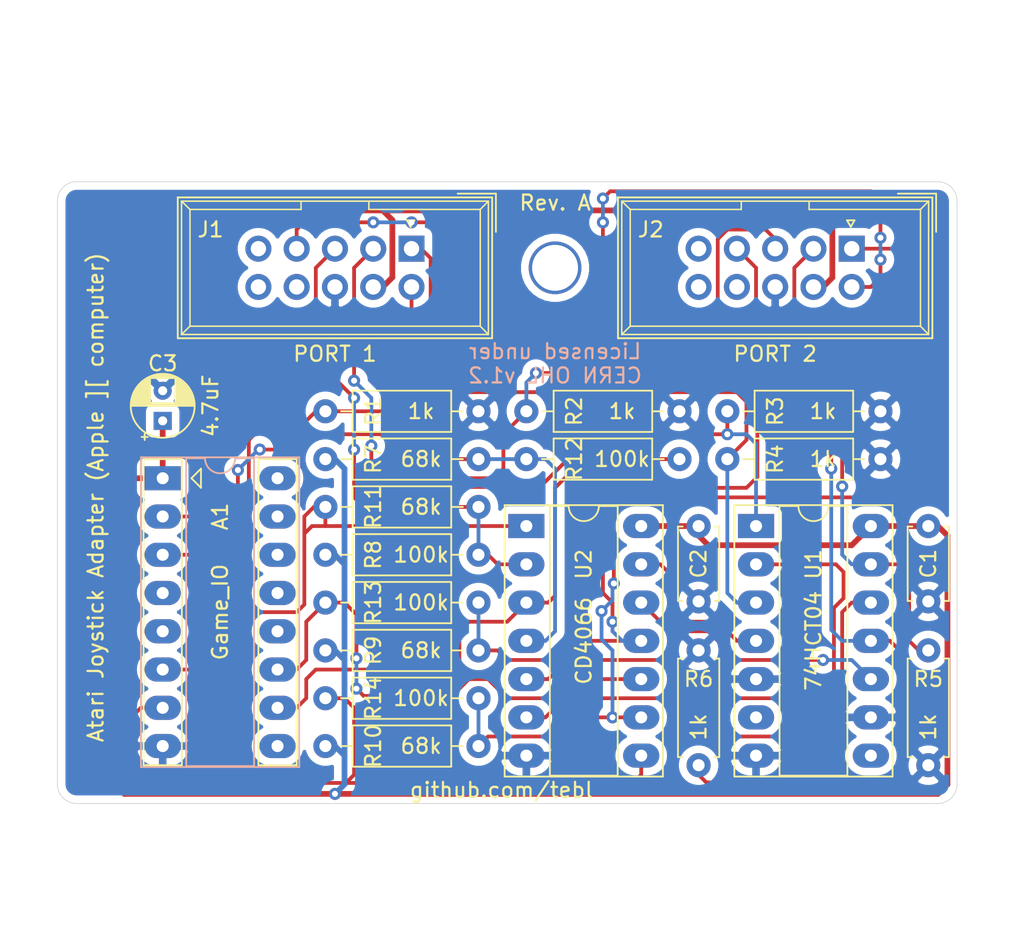
<source format=kicad_pcb>
(kicad_pcb (version 20171130) (host pcbnew "(5.1.8)-1")

  (general
    (thickness 1.6)
    (drawings 14)
    (tracks 329)
    (zones 0)
    (modules 23)
    (nets 21)
  )

  (page A4)
  (layers
    (0 F.Cu signal)
    (31 B.Cu signal)
    (32 B.Adhes user)
    (33 F.Adhes user)
    (34 B.Paste user)
    (35 F.Paste user)
    (36 B.SilkS user)
    (37 F.SilkS user)
    (38 B.Mask user)
    (39 F.Mask user)
    (40 Dwgs.User user)
    (41 Cmts.User user)
    (42 Eco1.User user)
    (43 Eco2.User user)
    (44 Edge.Cuts user)
    (45 Margin user)
    (46 B.CrtYd user)
    (47 F.CrtYd user)
    (48 B.Fab user)
    (49 F.Fab user)
  )

  (setup
    (last_trace_width 0.25)
    (trace_clearance 0.2)
    (zone_clearance 0.508)
    (zone_45_only no)
    (trace_min 0.2)
    (via_size 0.8)
    (via_drill 0.4)
    (via_min_size 0.4)
    (via_min_drill 0.3)
    (uvia_size 0.3)
    (uvia_drill 0.1)
    (uvias_allowed no)
    (uvia_min_size 0.2)
    (uvia_min_drill 0.1)
    (edge_width 0.05)
    (segment_width 0.2)
    (pcb_text_width 0.3)
    (pcb_text_size 1.5 1.5)
    (mod_edge_width 0.12)
    (mod_text_size 1 1)
    (mod_text_width 0.15)
    (pad_size 1.524 1.524)
    (pad_drill 0.762)
    (pad_to_mask_clearance 0)
    (aux_axis_origin 0 0)
    (visible_elements 7FFFFFFF)
    (pcbplotparams
      (layerselection 0x010fc_ffffffff)
      (usegerberextensions true)
      (usegerberattributes true)
      (usegerberadvancedattributes true)
      (creategerberjobfile true)
      (excludeedgelayer true)
      (linewidth 0.100000)
      (plotframeref false)
      (viasonmask false)
      (mode 1)
      (useauxorigin false)
      (hpglpennumber 1)
      (hpglpenspeed 20)
      (hpglpendiameter 15.000000)
      (psnegative false)
      (psa4output false)
      (plotreference true)
      (plotvalue true)
      (plotinvisibletext false)
      (padsonsilk false)
      (subtractmaskfromsilk false)
      (outputformat 1)
      (mirror false)
      (drillshape 0)
      (scaleselection 1)
      (outputdirectory "export/"))
  )

  (net 0 "")
  (net 1 VCC)
  (net 2 /P2_FIRE)
  (net 3 /GC1)
  (net 4 /P1_FIRE)
  (net 5 /GC3)
  (net 6 /GC0)
  (net 7 /GC2)
  (net 8 GND)
  (net 9 /P1_DOWN)
  (net 10 /P1_LEFT)
  (net 11 /P2_UP)
  (net 12 /P2_DOWN)
  (net 13 /P2_LEFT)
  (net 14 /P2_RIGHT)
  (net 15 "Net-(U1-Pad2)")
  (net 16 "Net-(U1-Pad10)")
  (net 17 "Net-(U1-Pad4)")
  (net 18 "Net-(U1-Pad12)")
  (net 19 /P1_RIGHT)
  (net 20 /P1_UP)

  (net_class Default "This is the default net class."
    (clearance 0.2)
    (trace_width 0.25)
    (via_dia 0.8)
    (via_drill 0.4)
    (uvia_dia 0.3)
    (uvia_drill 0.1)
    (add_net /GC0)
    (add_net /GC1)
    (add_net /GC2)
    (add_net /GC3)
    (add_net /P1_DOWN)
    (add_net /P1_FIRE)
    (add_net /P1_LEFT)
    (add_net /P1_RIGHT)
    (add_net /P1_UP)
    (add_net /P2_DOWN)
    (add_net /P2_FIRE)
    (add_net /P2_LEFT)
    (add_net /P2_RIGHT)
    (add_net /P2_UP)
    (add_net GND)
    (add_net "Net-(U1-Pad10)")
    (add_net "Net-(U1-Pad12)")
    (add_net "Net-(U1-Pad2)")
    (add_net "Net-(U1-Pad4)")
  )

  (net_class PWR ""
    (clearance 0.2)
    (trace_width 0.381)
    (via_dia 0.8)
    (via_drill 0.4)
    (uvia_dia 0.3)
    (uvia_drill 0.1)
    (add_net VCC)
  )

  (module adapter:DIP-16_W7.62mm_Socket_LongPads (layer F.Cu) (tedit 5FFA52B8) (tstamp 5FFA967B)
    (at 167.005 117.475)
    (descr "16-lead though-hole mounted DIP package, row spacing 7.62 mm (300 mils), Socket, LongPads")
    (tags "THT DIP DIL PDIP 2.54mm 7.62mm 300mil Socket LongPads")
    (path /5FFA2045)
    (fp_text reference A1 (at 3.81 2.54 90) (layer F.SilkS)
      (effects (font (size 1 1) (thickness 0.15)))
    )
    (fp_text value Game_IO (at 3.81 8.89 90) (layer F.SilkS)
      (effects (font (size 1 1) (thickness 0.15)))
    )
    (fp_line (start 2.54 0.635) (end 1.905 0) (layer F.SilkS) (width 0.12))
    (fp_line (start 2.54 -0.635) (end 2.54 0.635) (layer F.SilkS) (width 0.12))
    (fp_line (start 1.905 0) (end 2.54 -0.635) (layer F.SilkS) (width 0.12))
    (fp_line (start 1.635 -1.27) (end 6.985 -1.27) (layer F.Fab) (width 0.1))
    (fp_line (start 6.985 -1.27) (end 6.985 19.05) (layer F.Fab) (width 0.1))
    (fp_line (start 6.985 19.05) (end 0.635 19.05) (layer F.Fab) (width 0.1))
    (fp_line (start 0.635 19.05) (end 0.635 -0.27) (layer F.Fab) (width 0.1))
    (fp_line (start 0.635 -0.27) (end 1.635 -1.27) (layer F.Fab) (width 0.1))
    (fp_line (start -1.27 -1.33) (end -1.27 19.11) (layer F.Fab) (width 0.1))
    (fp_line (start -1.27 19.11) (end 8.89 19.11) (layer F.Fab) (width 0.1))
    (fp_line (start 8.89 19.11) (end 8.89 -1.33) (layer F.Fab) (width 0.1))
    (fp_line (start 8.89 -1.33) (end -1.27 -1.33) (layer F.Fab) (width 0.1))
    (fp_line (start 2.81 -1.33) (end 1.56 -1.33) (layer B.SilkS) (width 0.12))
    (fp_line (start 1.56 -1.33) (end 1.56 19.11) (layer B.SilkS) (width 0.12))
    (fp_line (start 1.56 19.11) (end 6.06 19.11) (layer B.SilkS) (width 0.12))
    (fp_line (start 6.06 19.11) (end 6.06 -1.33) (layer B.SilkS) (width 0.12))
    (fp_line (start 6.06 -1.33) (end 4.81 -1.33) (layer B.SilkS) (width 0.12))
    (fp_line (start -1.44 -1.39) (end -1.44 19.17) (layer B.SilkS) (width 0.12))
    (fp_line (start -1.44 19.17) (end 9.06 19.17) (layer B.SilkS) (width 0.12))
    (fp_line (start 9.06 19.17) (end 9.06 -1.39) (layer B.SilkS) (width 0.12))
    (fp_line (start 9.06 -1.39) (end -1.44 -1.39) (layer B.SilkS) (width 0.12))
    (fp_line (start -1.55 -1.6) (end -1.55 19.4) (layer F.CrtYd) (width 0.05))
    (fp_line (start -1.55 19.4) (end 9.15 19.4) (layer F.CrtYd) (width 0.05))
    (fp_line (start 9.15 19.4) (end 9.15 -1.6) (layer F.CrtYd) (width 0.05))
    (fp_line (start 9.15 -1.6) (end -1.55 -1.6) (layer F.CrtYd) (width 0.05))
    (fp_line (start -1.27 -1.27) (end 1.27 -1.27) (layer F.SilkS) (width 0.12))
    (fp_line (start 1.27 -1.27) (end 1.27 19.05) (layer F.SilkS) (width 0.12))
    (fp_line (start 1.27 19.05) (end -1.27 19.05) (layer F.SilkS) (width 0.12))
    (fp_line (start -1.27 19.05) (end -1.27 -1.27) (layer F.SilkS) (width 0.12))
    (fp_line (start 6.35 -1.27) (end 8.89 -1.27) (layer F.SilkS) (width 0.12))
    (fp_line (start 8.89 -1.27) (end 8.89 19.05) (layer F.SilkS) (width 0.12))
    (fp_line (start 8.89 19.05) (end 6.35 19.05) (layer F.SilkS) (width 0.12))
    (fp_line (start 6.35 19.05) (end 6.35 -1.27) (layer F.SilkS) (width 0.12))
    (fp_text user %R (at 3.81 2.54 90) (layer F.Fab)
      (effects (font (size 1 1) (thickness 0.15)))
    )
    (fp_arc (start 3.81 -1.33) (end 2.81 -1.33) (angle -180) (layer B.SilkS) (width 0.12))
    (pad 16 thru_hole oval (at 7.62 0) (size 2.4 1.6) (drill 0.8) (layers *.Cu *.Mask))
    (pad 8 thru_hole oval (at 0 17.78) (size 2.4 1.6) (drill 0.8) (layers *.Cu *.Mask)
      (net 8 GND))
    (pad 15 thru_hole oval (at 7.62 2.54) (size 2.4 1.6) (drill 0.8) (layers *.Cu *.Mask))
    (pad 7 thru_hole oval (at 0 15.24) (size 2.4 1.6) (drill 0.8) (layers *.Cu *.Mask)
      (net 7 /GC2))
    (pad 14 thru_hole oval (at 7.62 5.08) (size 2.4 1.6) (drill 0.8) (layers *.Cu *.Mask))
    (pad 6 thru_hole oval (at 0 12.7) (size 2.4 1.6) (drill 0.8) (layers *.Cu *.Mask)
      (net 6 /GC0))
    (pad 13 thru_hole oval (at 7.62 7.62) (size 2.4 1.6) (drill 0.8) (layers *.Cu *.Mask))
    (pad 5 thru_hole oval (at 0 10.16) (size 2.4 1.6) (drill 0.8) (layers *.Cu *.Mask))
    (pad 12 thru_hole oval (at 7.62 10.16) (size 2.4 1.6) (drill 0.8) (layers *.Cu *.Mask))
    (pad 4 thru_hole oval (at 0 7.62) (size 2.4 1.6) (drill 0.8) (layers *.Cu *.Mask))
    (pad 11 thru_hole oval (at 7.62 12.7) (size 2.4 1.6) (drill 0.8) (layers *.Cu *.Mask)
      (net 5 /GC3))
    (pad 3 thru_hole oval (at 0 5.08) (size 2.4 1.6) (drill 0.8) (layers *.Cu *.Mask)
      (net 4 /P1_FIRE))
    (pad 10 thru_hole oval (at 7.62 15.24) (size 2.4 1.6) (drill 0.8) (layers *.Cu *.Mask)
      (net 3 /GC1))
    (pad 2 thru_hole oval (at 0 2.54) (size 2.4 1.6) (drill 0.8) (layers *.Cu *.Mask)
      (net 2 /P2_FIRE))
    (pad 9 thru_hole oval (at 7.62 17.78) (size 2.4 1.6) (drill 0.8) (layers *.Cu *.Mask))
    (pad 1 thru_hole rect (at 0 0) (size 2.4 1.6) (drill 0.8) (layers *.Cu *.Mask)
      (net 1 VCC))
    (model ${KISYS3DMOD}/Package_DIP.3dshapes/DIP-16_W7.62mm_Socket.wrl
      (at (xyz 0 0 0))
      (scale (xyz 1 1 1))
      (rotate (xyz 0 0 0))
    )
  )

  (module Resistor_THT:R_Axial_DIN0207_L6.3mm_D2.5mm_P10.16mm_Horizontal (layer F.Cu) (tedit 5AE5139B) (tstamp 5FFAC7F7)
    (at 214.63 113.03 180)
    (descr "Resistor, Axial_DIN0207 series, Axial, Horizontal, pin pitch=10.16mm, 0.25W = 1/4W, length*diameter=6.3*2.5mm^2, http://cdn-reichelt.de/documents/datenblatt/B400/1_4W%23YAG.pdf")
    (tags "Resistor Axial_DIN0207 series Axial Horizontal pin pitch 10.16mm 0.25W = 1/4W length 6.3mm diameter 2.5mm")
    (path /6009D485)
    (fp_text reference R3 (at 6.985 0 90) (layer F.SilkS)
      (effects (font (size 1 1) (thickness 0.15)))
    )
    (fp_text value 1k (at 3.81 0) (layer F.SilkS)
      (effects (font (size 1 1) (thickness 0.15)))
    )
    (fp_line (start 11.21 -1.5) (end -1.05 -1.5) (layer F.CrtYd) (width 0.05))
    (fp_line (start 11.21 1.5) (end 11.21 -1.5) (layer F.CrtYd) (width 0.05))
    (fp_line (start -1.05 1.5) (end 11.21 1.5) (layer F.CrtYd) (width 0.05))
    (fp_line (start -1.05 -1.5) (end -1.05 1.5) (layer F.CrtYd) (width 0.05))
    (fp_line (start 9.12 0) (end 8.35 0) (layer F.SilkS) (width 0.12))
    (fp_line (start 1.04 0) (end 1.81 0) (layer F.SilkS) (width 0.12))
    (fp_line (start 8.35 -1.37) (end 1.81 -1.37) (layer F.SilkS) (width 0.12))
    (fp_line (start 8.35 1.37) (end 8.35 -1.37) (layer F.SilkS) (width 0.12))
    (fp_line (start 1.81 1.37) (end 8.35 1.37) (layer F.SilkS) (width 0.12))
    (fp_line (start 1.81 -1.37) (end 1.81 1.37) (layer F.SilkS) (width 0.12))
    (fp_line (start 10.16 0) (end 8.23 0) (layer F.Fab) (width 0.1))
    (fp_line (start 0 0) (end 1.93 0) (layer F.Fab) (width 0.1))
    (fp_line (start 8.23 -1.25) (end 1.93 -1.25) (layer F.Fab) (width 0.1))
    (fp_line (start 8.23 1.25) (end 8.23 -1.25) (layer F.Fab) (width 0.1))
    (fp_line (start 1.93 1.25) (end 8.23 1.25) (layer F.Fab) (width 0.1))
    (fp_line (start 1.93 -1.25) (end 1.93 1.25) (layer F.Fab) (width 0.1))
    (fp_text user %R (at 6.985 0 90) (layer F.Fab)
      (effects (font (size 1 1) (thickness 0.15)))
    )
    (pad 2 thru_hole oval (at 10.16 0 180) (size 1.6 1.6) (drill 0.8) (layers *.Cu *.Mask)
      (net 9 /P1_DOWN))
    (pad 1 thru_hole circle (at 0 0 180) (size 1.6 1.6) (drill 0.8) (layers *.Cu *.Mask)
      (net 8 GND))
    (model ${KISYS3DMOD}/Resistor_THT.3dshapes/R_Axial_DIN0207_L6.3mm_D2.5mm_P10.16mm_Horizontal.wrl
      (at (xyz 0 0 0))
      (scale (xyz 1 1 1))
      (rotate (xyz 0 0 0))
    )
  )

  (module Capacitor_THT:C_Disc_D4.7mm_W2.5mm_P5.00mm (layer F.Cu) (tedit 5AE50EF0) (tstamp 5FFA8203)
    (at 202.565 120.65 270)
    (descr "C, Disc series, Radial, pin pitch=5.00mm, , diameter*width=4.7*2.5mm^2, Capacitor, http://www.vishay.com/docs/45233/krseries.pdf")
    (tags "C Disc series Radial pin pitch 5.00mm  diameter 4.7mm width 2.5mm Capacitor")
    (path /60638FB0)
    (fp_text reference C2 (at 2.5 0 90) (layer F.SilkS)
      (effects (font (size 1 1) (thickness 0.15)))
    )
    (fp_text value 100nF (at 2.5 2.5 90) (layer F.Fab)
      (effects (font (size 1 1) (thickness 0.15)))
    )
    (fp_line (start 6.05 -1.5) (end -1.05 -1.5) (layer F.CrtYd) (width 0.05))
    (fp_line (start 6.05 1.5) (end 6.05 -1.5) (layer F.CrtYd) (width 0.05))
    (fp_line (start -1.05 1.5) (end 6.05 1.5) (layer F.CrtYd) (width 0.05))
    (fp_line (start -1.05 -1.5) (end -1.05 1.5) (layer F.CrtYd) (width 0.05))
    (fp_line (start 4.97 1.055) (end 4.97 1.37) (layer F.SilkS) (width 0.12))
    (fp_line (start 4.97 -1.37) (end 4.97 -1.055) (layer F.SilkS) (width 0.12))
    (fp_line (start 0.03 1.055) (end 0.03 1.37) (layer F.SilkS) (width 0.12))
    (fp_line (start 0.03 -1.37) (end 0.03 -1.055) (layer F.SilkS) (width 0.12))
    (fp_line (start 0.03 1.37) (end 4.97 1.37) (layer F.SilkS) (width 0.12))
    (fp_line (start 0.03 -1.37) (end 4.97 -1.37) (layer F.SilkS) (width 0.12))
    (fp_line (start 4.85 -1.25) (end 0.15 -1.25) (layer F.Fab) (width 0.1))
    (fp_line (start 4.85 1.25) (end 4.85 -1.25) (layer F.Fab) (width 0.1))
    (fp_line (start 0.15 1.25) (end 4.85 1.25) (layer F.Fab) (width 0.1))
    (fp_line (start 0.15 -1.25) (end 0.15 1.25) (layer F.Fab) (width 0.1))
    (fp_text user %R (at 2.5 0 90) (layer F.Fab)
      (effects (font (size 0.94 0.94) (thickness 0.141)))
    )
    (pad 2 thru_hole circle (at 5 0 270) (size 1.6 1.6) (drill 0.8) (layers *.Cu *.Mask)
      (net 8 GND))
    (pad 1 thru_hole circle (at 0 0 270) (size 1.6 1.6) (drill 0.8) (layers *.Cu *.Mask)
      (net 1 VCC))
    (model ${KISYS3DMOD}/Capacitor_THT.3dshapes/C_Disc_D4.7mm_W2.5mm_P5.00mm.wrl
      (at (xyz 0 0 0))
      (scale (xyz 1 1 1))
      (rotate (xyz 0 0 0))
    )
  )

  (module Resistor_THT:R_Axial_DIN0207_L6.3mm_D2.5mm_P10.16mm_Horizontal (layer F.Cu) (tedit 5AE5139B) (tstamp 5FFAC629)
    (at 177.8 132.08)
    (descr "Resistor, Axial_DIN0207 series, Axial, Horizontal, pin pitch=10.16mm, 0.25W = 1/4W, length*diameter=6.3*2.5mm^2, http://cdn-reichelt.de/documents/datenblatt/B400/1_4W%23YAG.pdf")
    (tags "Resistor Axial_DIN0207 series Axial Horizontal pin pitch 10.16mm 0.25W = 1/4W length 6.3mm diameter 2.5mm")
    (path /5FFCFAAC)
    (fp_text reference R14 (at 3.175 0 90) (layer F.SilkS)
      (effects (font (size 1 1) (thickness 0.15)))
    )
    (fp_text value 100k (at 6.35 0) (layer F.SilkS)
      (effects (font (size 1 1) (thickness 0.15)))
    )
    (fp_line (start 1.93 -1.25) (end 1.93 1.25) (layer F.Fab) (width 0.1))
    (fp_line (start 1.93 1.25) (end 8.23 1.25) (layer F.Fab) (width 0.1))
    (fp_line (start 8.23 1.25) (end 8.23 -1.25) (layer F.Fab) (width 0.1))
    (fp_line (start 8.23 -1.25) (end 1.93 -1.25) (layer F.Fab) (width 0.1))
    (fp_line (start 0 0) (end 1.93 0) (layer F.Fab) (width 0.1))
    (fp_line (start 10.16 0) (end 8.23 0) (layer F.Fab) (width 0.1))
    (fp_line (start 1.81 -1.37) (end 1.81 1.37) (layer F.SilkS) (width 0.12))
    (fp_line (start 1.81 1.37) (end 8.35 1.37) (layer F.SilkS) (width 0.12))
    (fp_line (start 8.35 1.37) (end 8.35 -1.37) (layer F.SilkS) (width 0.12))
    (fp_line (start 8.35 -1.37) (end 1.81 -1.37) (layer F.SilkS) (width 0.12))
    (fp_line (start 1.04 0) (end 1.81 0) (layer F.SilkS) (width 0.12))
    (fp_line (start 9.12 0) (end 8.35 0) (layer F.SilkS) (width 0.12))
    (fp_line (start -1.05 -1.5) (end -1.05 1.5) (layer F.CrtYd) (width 0.05))
    (fp_line (start -1.05 1.5) (end 11.21 1.5) (layer F.CrtYd) (width 0.05))
    (fp_line (start 11.21 1.5) (end 11.21 -1.5) (layer F.CrtYd) (width 0.05))
    (fp_line (start 11.21 -1.5) (end -1.05 -1.5) (layer F.CrtYd) (width 0.05))
    (fp_text user %R (at 3.175 0 90) (layer F.Fab)
      (effects (font (size 1 1) (thickness 0.15)))
    )
    (pad 1 thru_hole circle (at 0 0) (size 1.6 1.6) (drill 0.8) (layers *.Cu *.Mask)
      (net 7 /GC2))
    (pad 2 thru_hole oval (at 10.16 0) (size 1.6 1.6) (drill 0.8) (layers *.Cu *.Mask)
      (net 11 /P2_UP))
    (model ${KISYS3DMOD}/Resistor_THT.3dshapes/R_Axial_DIN0207_L6.3mm_D2.5mm_P10.16mm_Horizontal.wrl
      (at (xyz 0 0 0))
      (scale (xyz 1 1 1))
      (rotate (xyz 0 0 0))
    )
  )

  (module Package_DIP:DIP-14_W7.62mm_Socket_LongPads (layer F.Cu) (tedit 5A02E8C5) (tstamp 5FFA8438)
    (at 206.375 120.65)
    (descr "14-lead though-hole mounted DIP package, row spacing 7.62 mm (300 mils), Socket, LongPads")
    (tags "THT DIP DIL PDIP 2.54mm 7.62mm 300mil Socket LongPads")
    (path /5FFAA574)
    (fp_text reference U1 (at 3.81 2.54 270) (layer F.SilkS)
      (effects (font (size 1 1) (thickness 0.15)))
    )
    (fp_text value 74HCT04 (at 3.81 7.62 90) (layer F.SilkS)
      (effects (font (size 1 1) (thickness 0.15)))
    )
    (fp_line (start 1.635 -1.27) (end 6.985 -1.27) (layer F.Fab) (width 0.1))
    (fp_line (start 6.985 -1.27) (end 6.985 16.51) (layer F.Fab) (width 0.1))
    (fp_line (start 6.985 16.51) (end 0.635 16.51) (layer F.Fab) (width 0.1))
    (fp_line (start 0.635 16.51) (end 0.635 -0.27) (layer F.Fab) (width 0.1))
    (fp_line (start 0.635 -0.27) (end 1.635 -1.27) (layer F.Fab) (width 0.1))
    (fp_line (start -1.27 -1.33) (end -1.27 16.57) (layer F.Fab) (width 0.1))
    (fp_line (start -1.27 16.57) (end 8.89 16.57) (layer F.Fab) (width 0.1))
    (fp_line (start 8.89 16.57) (end 8.89 -1.33) (layer F.Fab) (width 0.1))
    (fp_line (start 8.89 -1.33) (end -1.27 -1.33) (layer F.Fab) (width 0.1))
    (fp_line (start 2.81 -1.33) (end 1.56 -1.33) (layer F.SilkS) (width 0.12))
    (fp_line (start 1.56 -1.33) (end 1.56 16.57) (layer F.SilkS) (width 0.12))
    (fp_line (start 1.56 16.57) (end 6.06 16.57) (layer F.SilkS) (width 0.12))
    (fp_line (start 6.06 16.57) (end 6.06 -1.33) (layer F.SilkS) (width 0.12))
    (fp_line (start 6.06 -1.33) (end 4.81 -1.33) (layer F.SilkS) (width 0.12))
    (fp_line (start -1.44 -1.39) (end -1.44 16.63) (layer F.SilkS) (width 0.12))
    (fp_line (start -1.44 16.63) (end 9.06 16.63) (layer F.SilkS) (width 0.12))
    (fp_line (start 9.06 16.63) (end 9.06 -1.39) (layer F.SilkS) (width 0.12))
    (fp_line (start 9.06 -1.39) (end -1.44 -1.39) (layer F.SilkS) (width 0.12))
    (fp_line (start -1.55 -1.6) (end -1.55 16.85) (layer F.CrtYd) (width 0.05))
    (fp_line (start -1.55 16.85) (end 9.15 16.85) (layer F.CrtYd) (width 0.05))
    (fp_line (start 9.15 16.85) (end 9.15 -1.6) (layer F.CrtYd) (width 0.05))
    (fp_line (start 9.15 -1.6) (end -1.55 -1.6) (layer F.CrtYd) (width 0.05))
    (fp_arc (start 3.81 -1.33) (end 2.81 -1.33) (angle -180) (layer F.SilkS) (width 0.12))
    (fp_text user %R (at 3.81 2.54 270) (layer F.Fab)
      (effects (font (size 1 1) (thickness 0.15)))
    )
    (pad 1 thru_hole rect (at 0 0) (size 2.4 1.6) (drill 0.8) (layers *.Cu *.Mask)
      (net 9 /P1_DOWN))
    (pad 8 thru_hole oval (at 7.62 15.24) (size 2.4 1.6) (drill 0.8) (layers *.Cu *.Mask))
    (pad 2 thru_hole oval (at 0 2.54) (size 2.4 1.6) (drill 0.8) (layers *.Cu *.Mask)
      (net 15 "Net-(U1-Pad2)"))
    (pad 9 thru_hole oval (at 7.62 12.7) (size 2.4 1.6) (drill 0.8) (layers *.Cu *.Mask)
      (net 8 GND))
    (pad 3 thru_hole oval (at 0 5.08) (size 2.4 1.6) (drill 0.8) (layers *.Cu *.Mask)
      (net 19 /P1_RIGHT))
    (pad 10 thru_hole oval (at 7.62 10.16) (size 2.4 1.6) (drill 0.8) (layers *.Cu *.Mask)
      (net 16 "Net-(U1-Pad10)"))
    (pad 4 thru_hole oval (at 0 7.62) (size 2.4 1.6) (drill 0.8) (layers *.Cu *.Mask)
      (net 17 "Net-(U1-Pad4)"))
    (pad 11 thru_hole oval (at 7.62 7.62) (size 2.4 1.6) (drill 0.8) (layers *.Cu *.Mask)
      (net 14 /P2_RIGHT))
    (pad 5 thru_hole oval (at 0 10.16) (size 2.4 1.6) (drill 0.8) (layers *.Cu *.Mask)
      (net 8 GND))
    (pad 12 thru_hole oval (at 7.62 5.08) (size 2.4 1.6) (drill 0.8) (layers *.Cu *.Mask)
      (net 18 "Net-(U1-Pad12)"))
    (pad 6 thru_hole oval (at 0 12.7) (size 2.4 1.6) (drill 0.8) (layers *.Cu *.Mask))
    (pad 13 thru_hole oval (at 7.62 2.54) (size 2.4 1.6) (drill 0.8) (layers *.Cu *.Mask)
      (net 12 /P2_DOWN))
    (pad 7 thru_hole oval (at 0 15.24) (size 2.4 1.6) (drill 0.8) (layers *.Cu *.Mask)
      (net 8 GND))
    (pad 14 thru_hole oval (at 7.62 0) (size 2.4 1.6) (drill 0.8) (layers *.Cu *.Mask)
      (net 1 VCC))
    (model ${KISYS3DMOD}/Package_DIP.3dshapes/DIP-14_W7.62mm_Socket.wrl
      (at (xyz 0 0 0))
      (scale (xyz 1 1 1))
      (rotate (xyz 0 0 0))
    )
  )

  (module Capacitor_THT:C_Disc_D4.7mm_W2.5mm_P5.00mm (layer F.Cu) (tedit 5AE50EF0) (tstamp 5FFA81EE)
    (at 217.805 120.65 270)
    (descr "C, Disc series, Radial, pin pitch=5.00mm, , diameter*width=4.7*2.5mm^2, Capacitor, http://www.vishay.com/docs/45233/krseries.pdf")
    (tags "C Disc series Radial pin pitch 5.00mm  diameter 4.7mm width 2.5mm Capacitor")
    (path /60638572)
    (fp_text reference C1 (at 2.5 0 90) (layer F.SilkS)
      (effects (font (size 1 1) (thickness 0.15)))
    )
    (fp_text value 100nF (at 2.5 2.5 90) (layer F.Fab)
      (effects (font (size 1 1) (thickness 0.15)))
    )
    (fp_line (start 0.15 -1.25) (end 0.15 1.25) (layer F.Fab) (width 0.1))
    (fp_line (start 0.15 1.25) (end 4.85 1.25) (layer F.Fab) (width 0.1))
    (fp_line (start 4.85 1.25) (end 4.85 -1.25) (layer F.Fab) (width 0.1))
    (fp_line (start 4.85 -1.25) (end 0.15 -1.25) (layer F.Fab) (width 0.1))
    (fp_line (start 0.03 -1.37) (end 4.97 -1.37) (layer F.SilkS) (width 0.12))
    (fp_line (start 0.03 1.37) (end 4.97 1.37) (layer F.SilkS) (width 0.12))
    (fp_line (start 0.03 -1.37) (end 0.03 -1.055) (layer F.SilkS) (width 0.12))
    (fp_line (start 0.03 1.055) (end 0.03 1.37) (layer F.SilkS) (width 0.12))
    (fp_line (start 4.97 -1.37) (end 4.97 -1.055) (layer F.SilkS) (width 0.12))
    (fp_line (start 4.97 1.055) (end 4.97 1.37) (layer F.SilkS) (width 0.12))
    (fp_line (start -1.05 -1.5) (end -1.05 1.5) (layer F.CrtYd) (width 0.05))
    (fp_line (start -1.05 1.5) (end 6.05 1.5) (layer F.CrtYd) (width 0.05))
    (fp_line (start 6.05 1.5) (end 6.05 -1.5) (layer F.CrtYd) (width 0.05))
    (fp_line (start 6.05 -1.5) (end -1.05 -1.5) (layer F.CrtYd) (width 0.05))
    (fp_text user %R (at 2.5 0 90) (layer F.Fab)
      (effects (font (size 0.94 0.94) (thickness 0.141)))
    )
    (pad 1 thru_hole circle (at 0 0 270) (size 1.6 1.6) (drill 0.8) (layers *.Cu *.Mask)
      (net 1 VCC))
    (pad 2 thru_hole circle (at 5 0 270) (size 1.6 1.6) (drill 0.8) (layers *.Cu *.Mask)
      (net 8 GND))
    (model ${KISYS3DMOD}/Capacitor_THT.3dshapes/C_Disc_D4.7mm_W2.5mm_P5.00mm.wrl
      (at (xyz 0 0 0))
      (scale (xyz 1 1 1))
      (rotate (xyz 0 0 0))
    )
  )

  (module Capacitor_THT:CP_Radial_D4.0mm_P2.00mm (layer F.Cu) (tedit 5AE50EF0) (tstamp 5FFAFB40)
    (at 167.005 113.665 90)
    (descr "CP, Radial series, Radial, pin pitch=2.00mm, , diameter=4mm, Electrolytic Capacitor")
    (tags "CP Radial series Radial pin pitch 2.00mm  diameter 4mm Electrolytic Capacitor")
    (path /6017EEF5)
    (fp_text reference C3 (at 3.81 0 180) (layer F.SilkS)
      (effects (font (size 1 1) (thickness 0.15)))
    )
    (fp_text value 4.7uF (at 1 3.175 90) (layer F.SilkS)
      (effects (font (size 1 1) (thickness 0.15)))
    )
    (fp_circle (center 1 0) (end 3 0) (layer F.Fab) (width 0.1))
    (fp_circle (center 1 0) (end 3.12 0) (layer F.SilkS) (width 0.12))
    (fp_circle (center 1 0) (end 3.25 0) (layer F.CrtYd) (width 0.05))
    (fp_line (start -0.702554 -0.8675) (end -0.302554 -0.8675) (layer F.Fab) (width 0.1))
    (fp_line (start -0.502554 -1.0675) (end -0.502554 -0.6675) (layer F.Fab) (width 0.1))
    (fp_line (start 1 -2.08) (end 1 2.08) (layer F.SilkS) (width 0.12))
    (fp_line (start 1.04 -2.08) (end 1.04 2.08) (layer F.SilkS) (width 0.12))
    (fp_line (start 1.08 -2.079) (end 1.08 2.079) (layer F.SilkS) (width 0.12))
    (fp_line (start 1.12 -2.077) (end 1.12 2.077) (layer F.SilkS) (width 0.12))
    (fp_line (start 1.16 -2.074) (end 1.16 2.074) (layer F.SilkS) (width 0.12))
    (fp_line (start 1.2 -2.071) (end 1.2 -0.84) (layer F.SilkS) (width 0.12))
    (fp_line (start 1.2 0.84) (end 1.2 2.071) (layer F.SilkS) (width 0.12))
    (fp_line (start 1.24 -2.067) (end 1.24 -0.84) (layer F.SilkS) (width 0.12))
    (fp_line (start 1.24 0.84) (end 1.24 2.067) (layer F.SilkS) (width 0.12))
    (fp_line (start 1.28 -2.062) (end 1.28 -0.84) (layer F.SilkS) (width 0.12))
    (fp_line (start 1.28 0.84) (end 1.28 2.062) (layer F.SilkS) (width 0.12))
    (fp_line (start 1.32 -2.056) (end 1.32 -0.84) (layer F.SilkS) (width 0.12))
    (fp_line (start 1.32 0.84) (end 1.32 2.056) (layer F.SilkS) (width 0.12))
    (fp_line (start 1.36 -2.05) (end 1.36 -0.84) (layer F.SilkS) (width 0.12))
    (fp_line (start 1.36 0.84) (end 1.36 2.05) (layer F.SilkS) (width 0.12))
    (fp_line (start 1.4 -2.042) (end 1.4 -0.84) (layer F.SilkS) (width 0.12))
    (fp_line (start 1.4 0.84) (end 1.4 2.042) (layer F.SilkS) (width 0.12))
    (fp_line (start 1.44 -2.034) (end 1.44 -0.84) (layer F.SilkS) (width 0.12))
    (fp_line (start 1.44 0.84) (end 1.44 2.034) (layer F.SilkS) (width 0.12))
    (fp_line (start 1.48 -2.025) (end 1.48 -0.84) (layer F.SilkS) (width 0.12))
    (fp_line (start 1.48 0.84) (end 1.48 2.025) (layer F.SilkS) (width 0.12))
    (fp_line (start 1.52 -2.016) (end 1.52 -0.84) (layer F.SilkS) (width 0.12))
    (fp_line (start 1.52 0.84) (end 1.52 2.016) (layer F.SilkS) (width 0.12))
    (fp_line (start 1.56 -2.005) (end 1.56 -0.84) (layer F.SilkS) (width 0.12))
    (fp_line (start 1.56 0.84) (end 1.56 2.005) (layer F.SilkS) (width 0.12))
    (fp_line (start 1.6 -1.994) (end 1.6 -0.84) (layer F.SilkS) (width 0.12))
    (fp_line (start 1.6 0.84) (end 1.6 1.994) (layer F.SilkS) (width 0.12))
    (fp_line (start 1.64 -1.982) (end 1.64 -0.84) (layer F.SilkS) (width 0.12))
    (fp_line (start 1.64 0.84) (end 1.64 1.982) (layer F.SilkS) (width 0.12))
    (fp_line (start 1.68 -1.968) (end 1.68 -0.84) (layer F.SilkS) (width 0.12))
    (fp_line (start 1.68 0.84) (end 1.68 1.968) (layer F.SilkS) (width 0.12))
    (fp_line (start 1.721 -1.954) (end 1.721 -0.84) (layer F.SilkS) (width 0.12))
    (fp_line (start 1.721 0.84) (end 1.721 1.954) (layer F.SilkS) (width 0.12))
    (fp_line (start 1.761 -1.94) (end 1.761 -0.84) (layer F.SilkS) (width 0.12))
    (fp_line (start 1.761 0.84) (end 1.761 1.94) (layer F.SilkS) (width 0.12))
    (fp_line (start 1.801 -1.924) (end 1.801 -0.84) (layer F.SilkS) (width 0.12))
    (fp_line (start 1.801 0.84) (end 1.801 1.924) (layer F.SilkS) (width 0.12))
    (fp_line (start 1.841 -1.907) (end 1.841 -0.84) (layer F.SilkS) (width 0.12))
    (fp_line (start 1.841 0.84) (end 1.841 1.907) (layer F.SilkS) (width 0.12))
    (fp_line (start 1.881 -1.889) (end 1.881 -0.84) (layer F.SilkS) (width 0.12))
    (fp_line (start 1.881 0.84) (end 1.881 1.889) (layer F.SilkS) (width 0.12))
    (fp_line (start 1.921 -1.87) (end 1.921 -0.84) (layer F.SilkS) (width 0.12))
    (fp_line (start 1.921 0.84) (end 1.921 1.87) (layer F.SilkS) (width 0.12))
    (fp_line (start 1.961 -1.851) (end 1.961 -0.84) (layer F.SilkS) (width 0.12))
    (fp_line (start 1.961 0.84) (end 1.961 1.851) (layer F.SilkS) (width 0.12))
    (fp_line (start 2.001 -1.83) (end 2.001 -0.84) (layer F.SilkS) (width 0.12))
    (fp_line (start 2.001 0.84) (end 2.001 1.83) (layer F.SilkS) (width 0.12))
    (fp_line (start 2.041 -1.808) (end 2.041 -0.84) (layer F.SilkS) (width 0.12))
    (fp_line (start 2.041 0.84) (end 2.041 1.808) (layer F.SilkS) (width 0.12))
    (fp_line (start 2.081 -1.785) (end 2.081 -0.84) (layer F.SilkS) (width 0.12))
    (fp_line (start 2.081 0.84) (end 2.081 1.785) (layer F.SilkS) (width 0.12))
    (fp_line (start 2.121 -1.76) (end 2.121 -0.84) (layer F.SilkS) (width 0.12))
    (fp_line (start 2.121 0.84) (end 2.121 1.76) (layer F.SilkS) (width 0.12))
    (fp_line (start 2.161 -1.735) (end 2.161 -0.84) (layer F.SilkS) (width 0.12))
    (fp_line (start 2.161 0.84) (end 2.161 1.735) (layer F.SilkS) (width 0.12))
    (fp_line (start 2.201 -1.708) (end 2.201 -0.84) (layer F.SilkS) (width 0.12))
    (fp_line (start 2.201 0.84) (end 2.201 1.708) (layer F.SilkS) (width 0.12))
    (fp_line (start 2.241 -1.68) (end 2.241 -0.84) (layer F.SilkS) (width 0.12))
    (fp_line (start 2.241 0.84) (end 2.241 1.68) (layer F.SilkS) (width 0.12))
    (fp_line (start 2.281 -1.65) (end 2.281 -0.84) (layer F.SilkS) (width 0.12))
    (fp_line (start 2.281 0.84) (end 2.281 1.65) (layer F.SilkS) (width 0.12))
    (fp_line (start 2.321 -1.619) (end 2.321 -0.84) (layer F.SilkS) (width 0.12))
    (fp_line (start 2.321 0.84) (end 2.321 1.619) (layer F.SilkS) (width 0.12))
    (fp_line (start 2.361 -1.587) (end 2.361 -0.84) (layer F.SilkS) (width 0.12))
    (fp_line (start 2.361 0.84) (end 2.361 1.587) (layer F.SilkS) (width 0.12))
    (fp_line (start 2.401 -1.552) (end 2.401 -0.84) (layer F.SilkS) (width 0.12))
    (fp_line (start 2.401 0.84) (end 2.401 1.552) (layer F.SilkS) (width 0.12))
    (fp_line (start 2.441 -1.516) (end 2.441 -0.84) (layer F.SilkS) (width 0.12))
    (fp_line (start 2.441 0.84) (end 2.441 1.516) (layer F.SilkS) (width 0.12))
    (fp_line (start 2.481 -1.478) (end 2.481 -0.84) (layer F.SilkS) (width 0.12))
    (fp_line (start 2.481 0.84) (end 2.481 1.478) (layer F.SilkS) (width 0.12))
    (fp_line (start 2.521 -1.438) (end 2.521 -0.84) (layer F.SilkS) (width 0.12))
    (fp_line (start 2.521 0.84) (end 2.521 1.438) (layer F.SilkS) (width 0.12))
    (fp_line (start 2.561 -1.396) (end 2.561 -0.84) (layer F.SilkS) (width 0.12))
    (fp_line (start 2.561 0.84) (end 2.561 1.396) (layer F.SilkS) (width 0.12))
    (fp_line (start 2.601 -1.351) (end 2.601 -0.84) (layer F.SilkS) (width 0.12))
    (fp_line (start 2.601 0.84) (end 2.601 1.351) (layer F.SilkS) (width 0.12))
    (fp_line (start 2.641 -1.304) (end 2.641 -0.84) (layer F.SilkS) (width 0.12))
    (fp_line (start 2.641 0.84) (end 2.641 1.304) (layer F.SilkS) (width 0.12))
    (fp_line (start 2.681 -1.254) (end 2.681 -0.84) (layer F.SilkS) (width 0.12))
    (fp_line (start 2.681 0.84) (end 2.681 1.254) (layer F.SilkS) (width 0.12))
    (fp_line (start 2.721 -1.2) (end 2.721 -0.84) (layer F.SilkS) (width 0.12))
    (fp_line (start 2.721 0.84) (end 2.721 1.2) (layer F.SilkS) (width 0.12))
    (fp_line (start 2.761 -1.142) (end 2.761 -0.84) (layer F.SilkS) (width 0.12))
    (fp_line (start 2.761 0.84) (end 2.761 1.142) (layer F.SilkS) (width 0.12))
    (fp_line (start 2.801 -1.08) (end 2.801 -0.84) (layer F.SilkS) (width 0.12))
    (fp_line (start 2.801 0.84) (end 2.801 1.08) (layer F.SilkS) (width 0.12))
    (fp_line (start 2.841 -1.013) (end 2.841 1.013) (layer F.SilkS) (width 0.12))
    (fp_line (start 2.881 -0.94) (end 2.881 0.94) (layer F.SilkS) (width 0.12))
    (fp_line (start 2.921 -0.859) (end 2.921 0.859) (layer F.SilkS) (width 0.12))
    (fp_line (start 2.961 -0.768) (end 2.961 0.768) (layer F.SilkS) (width 0.12))
    (fp_line (start 3.001 -0.664) (end 3.001 0.664) (layer F.SilkS) (width 0.12))
    (fp_line (start 3.041 -0.537) (end 3.041 0.537) (layer F.SilkS) (width 0.12))
    (fp_line (start 3.081 -0.37) (end 3.081 0.37) (layer F.SilkS) (width 0.12))
    (fp_line (start -1.269801 -1.195) (end -0.869801 -1.195) (layer F.SilkS) (width 0.12))
    (fp_line (start -1.069801 -1.395) (end -1.069801 -0.995) (layer F.SilkS) (width 0.12))
    (fp_text user %R (at 1 0 90) (layer F.Fab)
      (effects (font (size 0.8 0.8) (thickness 0.12)))
    )
    (pad 1 thru_hole rect (at 0 0 90) (size 1.2 1.2) (drill 0.6) (layers *.Cu *.Mask)
      (net 1 VCC))
    (pad 2 thru_hole circle (at 2 0 90) (size 1.2 1.2) (drill 0.6) (layers *.Cu *.Mask)
      (net 8 GND))
    (model ${KISYS3DMOD}/Capacitor_THT.3dshapes/CP_Radial_D4.0mm_P2.00mm.wrl
      (at (xyz 0 0 0))
      (scale (xyz 1 1 1))
      (rotate (xyz 0 0 0))
    )
  )

  (module "C64 JoyKEY:IDC_Joystick" (layer F.Cu) (tedit 5FD29ED6) (tstamp 5FFB091C)
    (at 183.515 102.235 270)
    (descr "Through hole straight IDC box header, 2x05, 2.54mm pitch, double rows")
    (tags "Through hole IDC box header THT 2x05 2.54mm double row")
    (path /5FF9BFA3)
    (fp_text reference J1 (at -1.27 13.335 180) (layer F.SilkS)
      (effects (font (size 1 1) (thickness 0.15)))
    )
    (fp_text value IDC_PORT1 (at 4.445 5.08 180) (layer F.Fab)
      (effects (font (size 1 1) (thickness 0.15)))
    )
    (fp_line (start -1.885438 0.3135) (end -1.885438 -0.1865) (layer F.SilkS) (width 0.12))
    (fp_line (start -1.885438 -0.1865) (end -1.452425 0.0635) (layer F.SilkS) (width 0.12))
    (fp_line (start -1.452425 0.0635) (end -1.885438 0.3135) (layer F.SilkS) (width 0.12))
    (fp_line (start -3.655 -5.6) (end -1.115 -5.6) (layer F.SilkS) (width 0.12))
    (fp_line (start -3.655 -5.6) (end -3.655 -3.06) (layer F.SilkS) (width 0.12))
    (fp_line (start -3.405 -5.35) (end 5.945 -5.35) (layer F.SilkS) (width 0.12))
    (fp_line (start -3.405 15.51) (end -3.405 -5.35) (layer F.SilkS) (width 0.12))
    (fp_line (start 5.945 15.51) (end -3.405 15.51) (layer F.SilkS) (width 0.12))
    (fp_line (start 5.945 -5.35) (end 5.945 15.51) (layer F.SilkS) (width 0.12))
    (fp_line (start -3.41 -5.35) (end 5.95 -5.35) (layer F.CrtYd) (width 0.05))
    (fp_line (start -3.41 15.51) (end -3.41 -5.35) (layer F.CrtYd) (width 0.05))
    (fp_line (start 5.95 15.51) (end -3.41 15.51) (layer F.CrtYd) (width 0.05))
    (fp_line (start 5.95 -5.35) (end 5.95 15.51) (layer F.CrtYd) (width 0.05))
    (fp_line (start -3.155 15.26) (end -2.605 14.7) (layer F.SilkS) (width 0.1))
    (fp_line (start -3.155 -5.1) (end -2.605 -4.56) (layer F.SilkS) (width 0.1))
    (fp_line (start 5.695 15.26) (end 5.145 14.7) (layer F.SilkS) (width 0.1))
    (fp_line (start 5.695 -5.1) (end 5.145 -4.56) (layer F.SilkS) (width 0.1))
    (fp_line (start 5.145 14.7) (end -2.605 14.7) (layer F.SilkS) (width 0.1))
    (fp_line (start 5.695 15.26) (end -3.155 15.26) (layer F.SilkS) (width 0.1))
    (fp_line (start 5.145 -4.56) (end -2.605 -4.56) (layer F.SilkS) (width 0.1))
    (fp_line (start 5.695 -5.1) (end -3.155 -5.1) (layer F.SilkS) (width 0.1))
    (fp_line (start -2.605 7.33) (end -3.155 7.33) (layer F.SilkS) (width 0.1))
    (fp_line (start -2.605 2.83) (end -3.155 2.83) (layer F.SilkS) (width 0.1))
    (fp_line (start -2.605 7.33) (end -2.605 14.7) (layer F.SilkS) (width 0.1))
    (fp_line (start -2.605 -4.56) (end -2.605 2.83) (layer F.SilkS) (width 0.1))
    (fp_line (start -3.155 -5.1) (end -3.155 15.26) (layer F.SilkS) (width 0.1))
    (fp_line (start 5.145 -4.56) (end 5.145 14.7) (layer F.SilkS) (width 0.1))
    (fp_line (start 5.695 -5.1) (end 5.695 15.26) (layer F.SilkS) (width 0.1))
    (fp_text user %R (at 1.27 5.08 90) (layer F.Fab)
      (effects (font (size 1 1) (thickness 0.15)))
    )
    (pad 10 thru_hole oval (at 2.54 10.16 270) (size 1.7272 1.7272) (drill 1.016) (layers *.Cu *.Mask))
    (pad 9 thru_hole oval (at 2.54 7.62 270) (size 1.7272 1.7272) (drill 1.016) (layers *.Cu *.Mask))
    (pad 8 thru_hole oval (at 2.54 5.08 270) (size 1.7272 1.7272) (drill 1.016) (layers *.Cu *.Mask)
      (net 8 GND))
    (pad 7 thru_hole oval (at 2.54 2.54 270) (size 1.7272 1.7272) (drill 1.016) (layers *.Cu *.Mask)
      (net 1 VCC))
    (pad 6 thru_hole oval (at 2.54 0 270) (size 1.7272 1.7272) (drill 1.016) (layers *.Cu *.Mask)
      (net 4 /P1_FIRE))
    (pad 5 thru_hole oval (at 0 10.16 270) (size 1.7272 1.7272) (drill 1.016) (layers *.Cu *.Mask))
    (pad 4 thru_hole oval (at 0 7.62 270) (size 1.7272 1.7272) (drill 1.016) (layers *.Cu *.Mask)
      (net 19 /P1_RIGHT))
    (pad 3 thru_hole oval (at 0 5.08 270) (size 1.7272 1.7272) (drill 1.016) (layers *.Cu *.Mask)
      (net 10 /P1_LEFT))
    (pad 2 thru_hole oval (at 0 2.54 270) (size 1.7272 1.7272) (drill 1.016) (layers *.Cu *.Mask)
      (net 9 /P1_DOWN))
    (pad 1 thru_hole rect (at 0 0 270) (size 1.7272 1.7272) (drill 1.016) (layers *.Cu *.Mask)
      (net 20 /P1_UP))
    (model ${KISYS3DMOD}/Connector_IDC.3dshapes/IDC-Header_2x05_P2.54mm_Vertical.wrl
      (at (xyz 0 0 0))
      (scale (xyz 1 1 1))
      (rotate (xyz 0 0 0))
    )
  )

  (module "C64 JoyKEY:IDC_Joystick" (layer F.Cu) (tedit 5FD29ED6) (tstamp 5FFA82C5)
    (at 212.725 102.235 270)
    (descr "Through hole straight IDC box header, 2x05, 2.54mm pitch, double rows")
    (tags "Through hole IDC box header THT 2x05 2.54mm double row")
    (path /5FF9E0A1)
    (fp_text reference J2 (at -1.27 13.335 180) (layer F.SilkS)
      (effects (font (size 1 1) (thickness 0.15)))
    )
    (fp_text value IDC_PORT2 (at 4.445 5.08 180) (layer F.Fab)
      (effects (font (size 1 1) (thickness 0.15)))
    )
    (fp_line (start 5.695 -5.1) (end 5.695 15.26) (layer F.SilkS) (width 0.1))
    (fp_line (start 5.145 -4.56) (end 5.145 14.7) (layer F.SilkS) (width 0.1))
    (fp_line (start -3.155 -5.1) (end -3.155 15.26) (layer F.SilkS) (width 0.1))
    (fp_line (start -2.605 -4.56) (end -2.605 2.83) (layer F.SilkS) (width 0.1))
    (fp_line (start -2.605 7.33) (end -2.605 14.7) (layer F.SilkS) (width 0.1))
    (fp_line (start -2.605 2.83) (end -3.155 2.83) (layer F.SilkS) (width 0.1))
    (fp_line (start -2.605 7.33) (end -3.155 7.33) (layer F.SilkS) (width 0.1))
    (fp_line (start 5.695 -5.1) (end -3.155 -5.1) (layer F.SilkS) (width 0.1))
    (fp_line (start 5.145 -4.56) (end -2.605 -4.56) (layer F.SilkS) (width 0.1))
    (fp_line (start 5.695 15.26) (end -3.155 15.26) (layer F.SilkS) (width 0.1))
    (fp_line (start 5.145 14.7) (end -2.605 14.7) (layer F.SilkS) (width 0.1))
    (fp_line (start 5.695 -5.1) (end 5.145 -4.56) (layer F.SilkS) (width 0.1))
    (fp_line (start 5.695 15.26) (end 5.145 14.7) (layer F.SilkS) (width 0.1))
    (fp_line (start -3.155 -5.1) (end -2.605 -4.56) (layer F.SilkS) (width 0.1))
    (fp_line (start -3.155 15.26) (end -2.605 14.7) (layer F.SilkS) (width 0.1))
    (fp_line (start 5.95 -5.35) (end 5.95 15.51) (layer F.CrtYd) (width 0.05))
    (fp_line (start 5.95 15.51) (end -3.41 15.51) (layer F.CrtYd) (width 0.05))
    (fp_line (start -3.41 15.51) (end -3.41 -5.35) (layer F.CrtYd) (width 0.05))
    (fp_line (start -3.41 -5.35) (end 5.95 -5.35) (layer F.CrtYd) (width 0.05))
    (fp_line (start 5.945 -5.35) (end 5.945 15.51) (layer F.SilkS) (width 0.12))
    (fp_line (start 5.945 15.51) (end -3.405 15.51) (layer F.SilkS) (width 0.12))
    (fp_line (start -3.405 15.51) (end -3.405 -5.35) (layer F.SilkS) (width 0.12))
    (fp_line (start -3.405 -5.35) (end 5.945 -5.35) (layer F.SilkS) (width 0.12))
    (fp_line (start -3.655 -5.6) (end -3.655 -3.06) (layer F.SilkS) (width 0.12))
    (fp_line (start -3.655 -5.6) (end -1.115 -5.6) (layer F.SilkS) (width 0.12))
    (fp_line (start -1.452425 0.0635) (end -1.885438 0.3135) (layer F.SilkS) (width 0.12))
    (fp_line (start -1.885438 -0.1865) (end -1.452425 0.0635) (layer F.SilkS) (width 0.12))
    (fp_line (start -1.885438 0.3135) (end -1.885438 -0.1865) (layer F.SilkS) (width 0.12))
    (fp_text user %R (at 1.27 5.08 90) (layer F.Fab)
      (effects (font (size 1 1) (thickness 0.15)))
    )
    (pad 1 thru_hole rect (at 0 0 270) (size 1.7272 1.7272) (drill 1.016) (layers *.Cu *.Mask)
      (net 11 /P2_UP))
    (pad 2 thru_hole oval (at 0 2.54 270) (size 1.7272 1.7272) (drill 1.016) (layers *.Cu *.Mask)
      (net 12 /P2_DOWN))
    (pad 3 thru_hole oval (at 0 5.08 270) (size 1.7272 1.7272) (drill 1.016) (layers *.Cu *.Mask)
      (net 13 /P2_LEFT))
    (pad 4 thru_hole oval (at 0 7.62 270) (size 1.7272 1.7272) (drill 1.016) (layers *.Cu *.Mask)
      (net 14 /P2_RIGHT))
    (pad 5 thru_hole oval (at 0 10.16 270) (size 1.7272 1.7272) (drill 1.016) (layers *.Cu *.Mask))
    (pad 6 thru_hole oval (at 2.54 0 270) (size 1.7272 1.7272) (drill 1.016) (layers *.Cu *.Mask)
      (net 2 /P2_FIRE))
    (pad 7 thru_hole oval (at 2.54 2.54 270) (size 1.7272 1.7272) (drill 1.016) (layers *.Cu *.Mask)
      (net 1 VCC))
    (pad 8 thru_hole oval (at 2.54 5.08 270) (size 1.7272 1.7272) (drill 1.016) (layers *.Cu *.Mask)
      (net 8 GND))
    (pad 9 thru_hole oval (at 2.54 7.62 270) (size 1.7272 1.7272) (drill 1.016) (layers *.Cu *.Mask))
    (pad 10 thru_hole oval (at 2.54 10.16 270) (size 1.7272 1.7272) (drill 1.016) (layers *.Cu *.Mask))
    (model ${KISYS3DMOD}/Connector_IDC.3dshapes/IDC-Header_2x05_P2.54mm_Vertical.wrl
      (at (xyz 0 0 0))
      (scale (xyz 1 1 1))
      (rotate (xyz 0 0 0))
    )
  )

  (module Resistor_THT:R_Axial_DIN0207_L6.3mm_D2.5mm_P10.16mm_Horizontal (layer F.Cu) (tedit 5AE5139B) (tstamp 5FFAC87B)
    (at 187.96 113.03 180)
    (descr "Resistor, Axial_DIN0207 series, Axial, Horizontal, pin pitch=10.16mm, 0.25W = 1/4W, length*diameter=6.3*2.5mm^2, http://cdn-reichelt.de/documents/datenblatt/B400/1_4W%23YAG.pdf")
    (tags "Resistor Axial_DIN0207 series Axial Horizontal pin pitch 10.16mm 0.25W = 1/4W length 6.3mm diameter 2.5mm")
    (path /600591B4)
    (fp_text reference R1 (at 6.985 0 90) (layer F.SilkS)
      (effects (font (size 1 1) (thickness 0.15)))
    )
    (fp_text value 1k (at 3.81 0) (layer F.SilkS)
      (effects (font (size 1 1) (thickness 0.15)))
    )
    (fp_line (start 1.93 -1.25) (end 1.93 1.25) (layer F.Fab) (width 0.1))
    (fp_line (start 1.93 1.25) (end 8.23 1.25) (layer F.Fab) (width 0.1))
    (fp_line (start 8.23 1.25) (end 8.23 -1.25) (layer F.Fab) (width 0.1))
    (fp_line (start 8.23 -1.25) (end 1.93 -1.25) (layer F.Fab) (width 0.1))
    (fp_line (start 0 0) (end 1.93 0) (layer F.Fab) (width 0.1))
    (fp_line (start 10.16 0) (end 8.23 0) (layer F.Fab) (width 0.1))
    (fp_line (start 1.81 -1.37) (end 1.81 1.37) (layer F.SilkS) (width 0.12))
    (fp_line (start 1.81 1.37) (end 8.35 1.37) (layer F.SilkS) (width 0.12))
    (fp_line (start 8.35 1.37) (end 8.35 -1.37) (layer F.SilkS) (width 0.12))
    (fp_line (start 8.35 -1.37) (end 1.81 -1.37) (layer F.SilkS) (width 0.12))
    (fp_line (start 1.04 0) (end 1.81 0) (layer F.SilkS) (width 0.12))
    (fp_line (start 9.12 0) (end 8.35 0) (layer F.SilkS) (width 0.12))
    (fp_line (start -1.05 -1.5) (end -1.05 1.5) (layer F.CrtYd) (width 0.05))
    (fp_line (start -1.05 1.5) (end 11.21 1.5) (layer F.CrtYd) (width 0.05))
    (fp_line (start 11.21 1.5) (end 11.21 -1.5) (layer F.CrtYd) (width 0.05))
    (fp_line (start 11.21 -1.5) (end -1.05 -1.5) (layer F.CrtYd) (width 0.05))
    (fp_text user %R (at 6.985 0 90) (layer F.Fab)
      (effects (font (size 1 1) (thickness 0.15)))
    )
    (pad 1 thru_hole circle (at 0 0 180) (size 1.6 1.6) (drill 0.8) (layers *.Cu *.Mask)
      (net 8 GND))
    (pad 2 thru_hole oval (at 10.16 0 180) (size 1.6 1.6) (drill 0.8) (layers *.Cu *.Mask)
      (net 4 /P1_FIRE))
    (model ${KISYS3DMOD}/Resistor_THT.3dshapes/R_Axial_DIN0207_L6.3mm_D2.5mm_P10.16mm_Horizontal.wrl
      (at (xyz 0 0 0))
      (scale (xyz 1 1 1))
      (rotate (xyz 0 0 0))
    )
  )

  (module Resistor_THT:R_Axial_DIN0207_L6.3mm_D2.5mm_P10.16mm_Horizontal (layer F.Cu) (tedit 5AE5139B) (tstamp 5FFAEBA6)
    (at 201.295 113.03 180)
    (descr "Resistor, Axial_DIN0207 series, Axial, Horizontal, pin pitch=10.16mm, 0.25W = 1/4W, length*diameter=6.3*2.5mm^2, http://cdn-reichelt.de/documents/datenblatt/B400/1_4W%23YAG.pdf")
    (tags "Resistor Axial_DIN0207 series Axial Horizontal pin pitch 10.16mm 0.25W = 1/4W length 6.3mm diameter 2.5mm")
    (path /60051E25)
    (fp_text reference R2 (at 6.985 0 90) (layer F.SilkS)
      (effects (font (size 1 1) (thickness 0.15)))
    )
    (fp_text value 1k (at 3.81 0) (layer F.SilkS)
      (effects (font (size 1 1) (thickness 0.15)))
    )
    (fp_line (start 11.21 -1.5) (end -1.05 -1.5) (layer F.CrtYd) (width 0.05))
    (fp_line (start 11.21 1.5) (end 11.21 -1.5) (layer F.CrtYd) (width 0.05))
    (fp_line (start -1.05 1.5) (end 11.21 1.5) (layer F.CrtYd) (width 0.05))
    (fp_line (start -1.05 -1.5) (end -1.05 1.5) (layer F.CrtYd) (width 0.05))
    (fp_line (start 9.12 0) (end 8.35 0) (layer F.SilkS) (width 0.12))
    (fp_line (start 1.04 0) (end 1.81 0) (layer F.SilkS) (width 0.12))
    (fp_line (start 8.35 -1.37) (end 1.81 -1.37) (layer F.SilkS) (width 0.12))
    (fp_line (start 8.35 1.37) (end 8.35 -1.37) (layer F.SilkS) (width 0.12))
    (fp_line (start 1.81 1.37) (end 8.35 1.37) (layer F.SilkS) (width 0.12))
    (fp_line (start 1.81 -1.37) (end 1.81 1.37) (layer F.SilkS) (width 0.12))
    (fp_line (start 10.16 0) (end 8.23 0) (layer F.Fab) (width 0.1))
    (fp_line (start 0 0) (end 1.93 0) (layer F.Fab) (width 0.1))
    (fp_line (start 8.23 -1.25) (end 1.93 -1.25) (layer F.Fab) (width 0.1))
    (fp_line (start 8.23 1.25) (end 8.23 -1.25) (layer F.Fab) (width 0.1))
    (fp_line (start 1.93 1.25) (end 8.23 1.25) (layer F.Fab) (width 0.1))
    (fp_line (start 1.93 -1.25) (end 1.93 1.25) (layer F.Fab) (width 0.1))
    (fp_text user %R (at 6.985 0 90) (layer F.Fab)
      (effects (font (size 1 1) (thickness 0.15)))
    )
    (pad 2 thru_hole oval (at 10.16 0 180) (size 1.6 1.6) (drill 0.8) (layers *.Cu *.Mask)
      (net 2 /P2_FIRE))
    (pad 1 thru_hole circle (at 0 0 180) (size 1.6 1.6) (drill 0.8) (layers *.Cu *.Mask)
      (net 8 GND))
    (model ${KISYS3DMOD}/Resistor_THT.3dshapes/R_Axial_DIN0207_L6.3mm_D2.5mm_P10.16mm_Horizontal.wrl
      (at (xyz 0 0 0))
      (scale (xyz 1 1 1))
      (rotate (xyz 0 0 0))
    )
  )

  (module Resistor_THT:R_Axial_DIN0207_L6.3mm_D2.5mm_P10.16mm_Horizontal (layer F.Cu) (tedit 5AE5139B) (tstamp 5FFAC7B5)
    (at 214.63 116.205 180)
    (descr "Resistor, Axial_DIN0207 series, Axial, Horizontal, pin pitch=10.16mm, 0.25W = 1/4W, length*diameter=6.3*2.5mm^2, http://cdn-reichelt.de/documents/datenblatt/B400/1_4W%23YAG.pdf")
    (tags "Resistor Axial_DIN0207 series Axial Horizontal pin pitch 10.16mm 0.25W = 1/4W length 6.3mm diameter 2.5mm")
    (path /600CB215)
    (fp_text reference R4 (at 6.985 0 90) (layer F.SilkS)
      (effects (font (size 1 1) (thickness 0.15)))
    )
    (fp_text value 1k (at 3.81 0) (layer F.SilkS)
      (effects (font (size 1 1) (thickness 0.15)))
    )
    (fp_line (start 1.93 -1.25) (end 1.93 1.25) (layer F.Fab) (width 0.1))
    (fp_line (start 1.93 1.25) (end 8.23 1.25) (layer F.Fab) (width 0.1))
    (fp_line (start 8.23 1.25) (end 8.23 -1.25) (layer F.Fab) (width 0.1))
    (fp_line (start 8.23 -1.25) (end 1.93 -1.25) (layer F.Fab) (width 0.1))
    (fp_line (start 0 0) (end 1.93 0) (layer F.Fab) (width 0.1))
    (fp_line (start 10.16 0) (end 8.23 0) (layer F.Fab) (width 0.1))
    (fp_line (start 1.81 -1.37) (end 1.81 1.37) (layer F.SilkS) (width 0.12))
    (fp_line (start 1.81 1.37) (end 8.35 1.37) (layer F.SilkS) (width 0.12))
    (fp_line (start 8.35 1.37) (end 8.35 -1.37) (layer F.SilkS) (width 0.12))
    (fp_line (start 8.35 -1.37) (end 1.81 -1.37) (layer F.SilkS) (width 0.12))
    (fp_line (start 1.04 0) (end 1.81 0) (layer F.SilkS) (width 0.12))
    (fp_line (start 9.12 0) (end 8.35 0) (layer F.SilkS) (width 0.12))
    (fp_line (start -1.05 -1.5) (end -1.05 1.5) (layer F.CrtYd) (width 0.05))
    (fp_line (start -1.05 1.5) (end 11.21 1.5) (layer F.CrtYd) (width 0.05))
    (fp_line (start 11.21 1.5) (end 11.21 -1.5) (layer F.CrtYd) (width 0.05))
    (fp_line (start 11.21 -1.5) (end -1.05 -1.5) (layer F.CrtYd) (width 0.05))
    (fp_text user %R (at 6.985 0 90) (layer F.Fab)
      (effects (font (size 1 1) (thickness 0.15)))
    )
    (pad 1 thru_hole circle (at 0 0 180) (size 1.6 1.6) (drill 0.8) (layers *.Cu *.Mask)
      (net 8 GND))
    (pad 2 thru_hole oval (at 10.16 0 180) (size 1.6 1.6) (drill 0.8) (layers *.Cu *.Mask)
      (net 19 /P1_RIGHT))
    (model ${KISYS3DMOD}/Resistor_THT.3dshapes/R_Axial_DIN0207_L6.3mm_D2.5mm_P10.16mm_Horizontal.wrl
      (at (xyz 0 0 0))
      (scale (xyz 1 1 1))
      (rotate (xyz 0 0 0))
    )
  )

  (module Resistor_THT:R_Axial_DIN0207_L6.3mm_D2.5mm_P10.16mm_Horizontal (layer F.Cu) (tedit 5AE5139B) (tstamp 5FFAC6EF)
    (at 187.96 116.205 180)
    (descr "Resistor, Axial_DIN0207 series, Axial, Horizontal, pin pitch=10.16mm, 0.25W = 1/4W, length*diameter=6.3*2.5mm^2, http://cdn-reichelt.de/documents/datenblatt/B400/1_4W%23YAG.pdf")
    (tags "Resistor Axial_DIN0207 series Axial Horizontal pin pitch 10.16mm 0.25W = 1/4W length 6.3mm diameter 2.5mm")
    (path /5FFF8060)
    (fp_text reference R7 (at 6.985 0 90) (layer F.SilkS)
      (effects (font (size 1 1) (thickness 0.15)))
    )
    (fp_text value 68k (at 3.81 0) (layer F.SilkS)
      (effects (font (size 1 1) (thickness 0.15)))
    )
    (fp_line (start 11.21 -1.5) (end -1.05 -1.5) (layer F.CrtYd) (width 0.05))
    (fp_line (start 11.21 1.5) (end 11.21 -1.5) (layer F.CrtYd) (width 0.05))
    (fp_line (start -1.05 1.5) (end 11.21 1.5) (layer F.CrtYd) (width 0.05))
    (fp_line (start -1.05 -1.5) (end -1.05 1.5) (layer F.CrtYd) (width 0.05))
    (fp_line (start 9.12 0) (end 8.35 0) (layer F.SilkS) (width 0.12))
    (fp_line (start 1.04 0) (end 1.81 0) (layer F.SilkS) (width 0.12))
    (fp_line (start 8.35 -1.37) (end 1.81 -1.37) (layer F.SilkS) (width 0.12))
    (fp_line (start 8.35 1.37) (end 8.35 -1.37) (layer F.SilkS) (width 0.12))
    (fp_line (start 1.81 1.37) (end 8.35 1.37) (layer F.SilkS) (width 0.12))
    (fp_line (start 1.81 -1.37) (end 1.81 1.37) (layer F.SilkS) (width 0.12))
    (fp_line (start 10.16 0) (end 8.23 0) (layer F.Fab) (width 0.1))
    (fp_line (start 0 0) (end 1.93 0) (layer F.Fab) (width 0.1))
    (fp_line (start 8.23 -1.25) (end 1.93 -1.25) (layer F.Fab) (width 0.1))
    (fp_line (start 8.23 1.25) (end 8.23 -1.25) (layer F.Fab) (width 0.1))
    (fp_line (start 1.93 1.25) (end 8.23 1.25) (layer F.Fab) (width 0.1))
    (fp_line (start 1.93 -1.25) (end 1.93 1.25) (layer F.Fab) (width 0.1))
    (fp_text user %R (at 6.985 0 90) (layer F.Fab)
      (effects (font (size 1 1) (thickness 0.15)))
    )
    (pad 2 thru_hole oval (at 10.16 0 180) (size 1.6 1.6) (drill 0.8) (layers *.Cu *.Mask)
      (net 1 VCC))
    (pad 1 thru_hole circle (at 0 0 180) (size 1.6 1.6) (drill 0.8) (layers *.Cu *.Mask)
      (net 20 /P1_UP))
    (model ${KISYS3DMOD}/Resistor_THT.3dshapes/R_Axial_DIN0207_L6.3mm_D2.5mm_P10.16mm_Horizontal.wrl
      (at (xyz 0 0 0))
      (scale (xyz 1 1 1))
      (rotate (xyz 0 0 0))
    )
  )

  (module Resistor_THT:R_Axial_DIN0207_L6.3mm_D2.5mm_P10.16mm_Horizontal (layer F.Cu) (tedit 5AE5139B) (tstamp 5FFAC5A5)
    (at 187.96 122.555 180)
    (descr "Resistor, Axial_DIN0207 series, Axial, Horizontal, pin pitch=10.16mm, 0.25W = 1/4W, length*diameter=6.3*2.5mm^2, http://cdn-reichelt.de/documents/datenblatt/B400/1_4W%23YAG.pdf")
    (tags "Resistor Axial_DIN0207 series Axial Horizontal pin pitch 10.16mm 0.25W = 1/4W length 6.3mm diameter 2.5mm")
    (path /5FFFA96D)
    (fp_text reference R8 (at 6.985 0 90) (layer F.SilkS)
      (effects (font (size 1 1) (thickness 0.15)))
    )
    (fp_text value 68k (at 3.81 3.175) (layer F.SilkS)
      (effects (font (size 1 1) (thickness 0.15)))
    )
    (fp_line (start 1.93 -1.25) (end 1.93 1.25) (layer F.Fab) (width 0.1))
    (fp_line (start 1.93 1.25) (end 8.23 1.25) (layer F.Fab) (width 0.1))
    (fp_line (start 8.23 1.25) (end 8.23 -1.25) (layer F.Fab) (width 0.1))
    (fp_line (start 8.23 -1.25) (end 1.93 -1.25) (layer F.Fab) (width 0.1))
    (fp_line (start 0 0) (end 1.93 0) (layer F.Fab) (width 0.1))
    (fp_line (start 10.16 0) (end 8.23 0) (layer F.Fab) (width 0.1))
    (fp_line (start 1.81 -1.37) (end 1.81 1.37) (layer F.SilkS) (width 0.12))
    (fp_line (start 1.81 1.37) (end 8.35 1.37) (layer F.SilkS) (width 0.12))
    (fp_line (start 8.35 1.37) (end 8.35 -1.37) (layer F.SilkS) (width 0.12))
    (fp_line (start 8.35 -1.37) (end 1.81 -1.37) (layer F.SilkS) (width 0.12))
    (fp_line (start 1.04 0) (end 1.81 0) (layer F.SilkS) (width 0.12))
    (fp_line (start 9.12 0) (end 8.35 0) (layer F.SilkS) (width 0.12))
    (fp_line (start -1.05 -1.5) (end -1.05 1.5) (layer F.CrtYd) (width 0.05))
    (fp_line (start -1.05 1.5) (end 11.21 1.5) (layer F.CrtYd) (width 0.05))
    (fp_line (start 11.21 1.5) (end 11.21 -1.5) (layer F.CrtYd) (width 0.05))
    (fp_line (start 11.21 -1.5) (end -1.05 -1.5) (layer F.CrtYd) (width 0.05))
    (fp_text user %R (at 6.985 0 90) (layer F.Fab)
      (effects (font (size 1 1) (thickness 0.15)))
    )
    (pad 1 thru_hole circle (at 0 0 180) (size 1.6 1.6) (drill 0.8) (layers *.Cu *.Mask)
      (net 10 /P1_LEFT))
    (pad 2 thru_hole oval (at 10.16 0 180) (size 1.6 1.6) (drill 0.8) (layers *.Cu *.Mask)
      (net 1 VCC))
    (model ${KISYS3DMOD}/Resistor_THT.3dshapes/R_Axial_DIN0207_L6.3mm_D2.5mm_P10.16mm_Horizontal.wrl
      (at (xyz 0 0 0))
      (scale (xyz 1 1 1))
      (rotate (xyz 0 0 0))
    )
  )

  (module Resistor_THT:R_Axial_DIN0207_L6.3mm_D2.5mm_P10.16mm_Horizontal (layer F.Cu) (tedit 5AE5139B) (tstamp 5FFAC563)
    (at 187.96 128.905 180)
    (descr "Resistor, Axial_DIN0207 series, Axial, Horizontal, pin pitch=10.16mm, 0.25W = 1/4W, length*diameter=6.3*2.5mm^2, http://cdn-reichelt.de/documents/datenblatt/B400/1_4W%23YAG.pdf")
    (tags "Resistor Axial_DIN0207 series Axial Horizontal pin pitch 10.16mm 0.25W = 1/4W length 6.3mm diameter 2.5mm")
    (path /5FFE2C07)
    (fp_text reference R9 (at 6.985 0 90) (layer F.SilkS)
      (effects (font (size 1 1) (thickness 0.15)))
    )
    (fp_text value 68k (at 3.81 0) (layer F.SilkS)
      (effects (font (size 1 1) (thickness 0.15)))
    )
    (fp_line (start 1.93 -1.25) (end 1.93 1.25) (layer F.Fab) (width 0.1))
    (fp_line (start 1.93 1.25) (end 8.23 1.25) (layer F.Fab) (width 0.1))
    (fp_line (start 8.23 1.25) (end 8.23 -1.25) (layer F.Fab) (width 0.1))
    (fp_line (start 8.23 -1.25) (end 1.93 -1.25) (layer F.Fab) (width 0.1))
    (fp_line (start 0 0) (end 1.93 0) (layer F.Fab) (width 0.1))
    (fp_line (start 10.16 0) (end 8.23 0) (layer F.Fab) (width 0.1))
    (fp_line (start 1.81 -1.37) (end 1.81 1.37) (layer F.SilkS) (width 0.12))
    (fp_line (start 1.81 1.37) (end 8.35 1.37) (layer F.SilkS) (width 0.12))
    (fp_line (start 8.35 1.37) (end 8.35 -1.37) (layer F.SilkS) (width 0.12))
    (fp_line (start 8.35 -1.37) (end 1.81 -1.37) (layer F.SilkS) (width 0.12))
    (fp_line (start 1.04 0) (end 1.81 0) (layer F.SilkS) (width 0.12))
    (fp_line (start 9.12 0) (end 8.35 0) (layer F.SilkS) (width 0.12))
    (fp_line (start -1.05 -1.5) (end -1.05 1.5) (layer F.CrtYd) (width 0.05))
    (fp_line (start -1.05 1.5) (end 11.21 1.5) (layer F.CrtYd) (width 0.05))
    (fp_line (start 11.21 1.5) (end 11.21 -1.5) (layer F.CrtYd) (width 0.05))
    (fp_line (start 11.21 -1.5) (end -1.05 -1.5) (layer F.CrtYd) (width 0.05))
    (fp_text user %R (at 6.985 0 90) (layer F.Fab)
      (effects (font (size 1 1) (thickness 0.15)))
    )
    (pad 1 thru_hole circle (at 0 0 180) (size 1.6 1.6) (drill 0.8) (layers *.Cu *.Mask)
      (net 13 /P2_LEFT))
    (pad 2 thru_hole oval (at 10.16 0 180) (size 1.6 1.6) (drill 0.8) (layers *.Cu *.Mask)
      (net 1 VCC))
    (model ${KISYS3DMOD}/Resistor_THT.3dshapes/R_Axial_DIN0207_L6.3mm_D2.5mm_P10.16mm_Horizontal.wrl
      (at (xyz 0 0 0))
      (scale (xyz 1 1 1))
      (rotate (xyz 0 0 0))
    )
  )

  (module Resistor_THT:R_Axial_DIN0207_L6.3mm_D2.5mm_P10.16mm_Horizontal (layer F.Cu) (tedit 5AE5139B) (tstamp 5FFAC5E7)
    (at 187.96 135.255 180)
    (descr "Resistor, Axial_DIN0207 series, Axial, Horizontal, pin pitch=10.16mm, 0.25W = 1/4W, length*diameter=6.3*2.5mm^2, http://cdn-reichelt.de/documents/datenblatt/B400/1_4W%23YAG.pdf")
    (tags "Resistor Axial_DIN0207 series Axial Horizontal pin pitch 10.16mm 0.25W = 1/4W length 6.3mm diameter 2.5mm")
    (path /5FFD80B1)
    (fp_text reference R10 (at 6.985 0 90) (layer F.SilkS)
      (effects (font (size 1 1) (thickness 0.15)))
    )
    (fp_text value 68k (at 3.81 0) (layer F.SilkS)
      (effects (font (size 1 1) (thickness 0.15)))
    )
    (fp_line (start 11.21 -1.5) (end -1.05 -1.5) (layer F.CrtYd) (width 0.05))
    (fp_line (start 11.21 1.5) (end 11.21 -1.5) (layer F.CrtYd) (width 0.05))
    (fp_line (start -1.05 1.5) (end 11.21 1.5) (layer F.CrtYd) (width 0.05))
    (fp_line (start -1.05 -1.5) (end -1.05 1.5) (layer F.CrtYd) (width 0.05))
    (fp_line (start 9.12 0) (end 8.35 0) (layer F.SilkS) (width 0.12))
    (fp_line (start 1.04 0) (end 1.81 0) (layer F.SilkS) (width 0.12))
    (fp_line (start 8.35 -1.37) (end 1.81 -1.37) (layer F.SilkS) (width 0.12))
    (fp_line (start 8.35 1.37) (end 8.35 -1.37) (layer F.SilkS) (width 0.12))
    (fp_line (start 1.81 1.37) (end 8.35 1.37) (layer F.SilkS) (width 0.12))
    (fp_line (start 1.81 -1.37) (end 1.81 1.37) (layer F.SilkS) (width 0.12))
    (fp_line (start 10.16 0) (end 8.23 0) (layer F.Fab) (width 0.1))
    (fp_line (start 0 0) (end 1.93 0) (layer F.Fab) (width 0.1))
    (fp_line (start 8.23 -1.25) (end 1.93 -1.25) (layer F.Fab) (width 0.1))
    (fp_line (start 8.23 1.25) (end 8.23 -1.25) (layer F.Fab) (width 0.1))
    (fp_line (start 1.93 1.25) (end 8.23 1.25) (layer F.Fab) (width 0.1))
    (fp_line (start 1.93 -1.25) (end 1.93 1.25) (layer F.Fab) (width 0.1))
    (fp_text user %R (at 6.985 0 90) (layer F.Fab)
      (effects (font (size 1 1) (thickness 0.15)))
    )
    (pad 2 thru_hole oval (at 10.16 0 180) (size 1.6 1.6) (drill 0.8) (layers *.Cu *.Mask)
      (net 1 VCC))
    (pad 1 thru_hole circle (at 0 0 180) (size 1.6 1.6) (drill 0.8) (layers *.Cu *.Mask)
      (net 11 /P2_UP))
    (model ${KISYS3DMOD}/Resistor_THT.3dshapes/R_Axial_DIN0207_L6.3mm_D2.5mm_P10.16mm_Horizontal.wrl
      (at (xyz 0 0 0))
      (scale (xyz 1 1 1))
      (rotate (xyz 0 0 0))
    )
  )

  (module Resistor_THT:R_Axial_DIN0207_L6.3mm_D2.5mm_P10.16mm_Horizontal (layer F.Cu) (tedit 5AE5139B) (tstamp 5FFAC521)
    (at 177.8 119.38)
    (descr "Resistor, Axial_DIN0207 series, Axial, Horizontal, pin pitch=10.16mm, 0.25W = 1/4W, length*diameter=6.3*2.5mm^2, http://cdn-reichelt.de/documents/datenblatt/B400/1_4W%23YAG.pdf")
    (tags "Resistor Axial_DIN0207 series Axial Horizontal pin pitch 10.16mm 0.25W = 1/4W length 6.3mm diameter 2.5mm")
    (path /5FFBB045)
    (fp_text reference R11 (at 3.175 0 90) (layer F.SilkS)
      (effects (font (size 1 1) (thickness 0.15)))
    )
    (fp_text value 100k (at 6.35 3.175) (layer F.SilkS)
      (effects (font (size 1 1) (thickness 0.15)))
    )
    (fp_line (start 1.93 -1.25) (end 1.93 1.25) (layer F.Fab) (width 0.1))
    (fp_line (start 1.93 1.25) (end 8.23 1.25) (layer F.Fab) (width 0.1))
    (fp_line (start 8.23 1.25) (end 8.23 -1.25) (layer F.Fab) (width 0.1))
    (fp_line (start 8.23 -1.25) (end 1.93 -1.25) (layer F.Fab) (width 0.1))
    (fp_line (start 0 0) (end 1.93 0) (layer F.Fab) (width 0.1))
    (fp_line (start 10.16 0) (end 8.23 0) (layer F.Fab) (width 0.1))
    (fp_line (start 1.81 -1.37) (end 1.81 1.37) (layer F.SilkS) (width 0.12))
    (fp_line (start 1.81 1.37) (end 8.35 1.37) (layer F.SilkS) (width 0.12))
    (fp_line (start 8.35 1.37) (end 8.35 -1.37) (layer F.SilkS) (width 0.12))
    (fp_line (start 8.35 -1.37) (end 1.81 -1.37) (layer F.SilkS) (width 0.12))
    (fp_line (start 1.04 0) (end 1.81 0) (layer F.SilkS) (width 0.12))
    (fp_line (start 9.12 0) (end 8.35 0) (layer F.SilkS) (width 0.12))
    (fp_line (start -1.05 -1.5) (end -1.05 1.5) (layer F.CrtYd) (width 0.05))
    (fp_line (start -1.05 1.5) (end 11.21 1.5) (layer F.CrtYd) (width 0.05))
    (fp_line (start 11.21 1.5) (end 11.21 -1.5) (layer F.CrtYd) (width 0.05))
    (fp_line (start 11.21 -1.5) (end -1.05 -1.5) (layer F.CrtYd) (width 0.05))
    (fp_text user %R (at 3.175 0 90) (layer F.Fab)
      (effects (font (size 1 1) (thickness 0.15)))
    )
    (pad 1 thru_hole circle (at 0 0) (size 1.6 1.6) (drill 0.8) (layers *.Cu *.Mask)
      (net 6 /GC0))
    (pad 2 thru_hole oval (at 10.16 0) (size 1.6 1.6) (drill 0.8) (layers *.Cu *.Mask)
      (net 10 /P1_LEFT))
    (model ${KISYS3DMOD}/Resistor_THT.3dshapes/R_Axial_DIN0207_L6.3mm_D2.5mm_P10.16mm_Horizontal.wrl
      (at (xyz 0 0 0))
      (scale (xyz 1 1 1))
      (rotate (xyz 0 0 0))
    )
  )

  (module Resistor_THT:R_Axial_DIN0207_L6.3mm_D2.5mm_P10.16mm_Horizontal (layer F.Cu) (tedit 5AE5139B) (tstamp 5FFAC66B)
    (at 201.295 116.205 180)
    (descr "Resistor, Axial_DIN0207 series, Axial, Horizontal, pin pitch=10.16mm, 0.25W = 1/4W, length*diameter=6.3*2.5mm^2, http://cdn-reichelt.de/documents/datenblatt/B400/1_4W%23YAG.pdf")
    (tags "Resistor Axial_DIN0207 series Axial Horizontal pin pitch 10.16mm 0.25W = 1/4W length 6.3mm diameter 2.5mm")
    (path /5FFC3326)
    (fp_text reference R12 (at 6.985 0 90) (layer F.SilkS)
      (effects (font (size 1 1) (thickness 0.15)))
    )
    (fp_text value 100k (at 3.81 0) (layer F.SilkS)
      (effects (font (size 1 1) (thickness 0.15)))
    )
    (fp_line (start 11.21 -1.5) (end -1.05 -1.5) (layer F.CrtYd) (width 0.05))
    (fp_line (start 11.21 1.5) (end 11.21 -1.5) (layer F.CrtYd) (width 0.05))
    (fp_line (start -1.05 1.5) (end 11.21 1.5) (layer F.CrtYd) (width 0.05))
    (fp_line (start -1.05 -1.5) (end -1.05 1.5) (layer F.CrtYd) (width 0.05))
    (fp_line (start 9.12 0) (end 8.35 0) (layer F.SilkS) (width 0.12))
    (fp_line (start 1.04 0) (end 1.81 0) (layer F.SilkS) (width 0.12))
    (fp_line (start 8.35 -1.37) (end 1.81 -1.37) (layer F.SilkS) (width 0.12))
    (fp_line (start 8.35 1.37) (end 8.35 -1.37) (layer F.SilkS) (width 0.12))
    (fp_line (start 1.81 1.37) (end 8.35 1.37) (layer F.SilkS) (width 0.12))
    (fp_line (start 1.81 -1.37) (end 1.81 1.37) (layer F.SilkS) (width 0.12))
    (fp_line (start 10.16 0) (end 8.23 0) (layer F.Fab) (width 0.1))
    (fp_line (start 0 0) (end 1.93 0) (layer F.Fab) (width 0.1))
    (fp_line (start 8.23 -1.25) (end 1.93 -1.25) (layer F.Fab) (width 0.1))
    (fp_line (start 8.23 1.25) (end 8.23 -1.25) (layer F.Fab) (width 0.1))
    (fp_line (start 1.93 1.25) (end 8.23 1.25) (layer F.Fab) (width 0.1))
    (fp_line (start 1.93 -1.25) (end 1.93 1.25) (layer F.Fab) (width 0.1))
    (fp_text user %R (at 6.985 0 90) (layer F.Fab)
      (effects (font (size 1 1) (thickness 0.15)))
    )
    (pad 2 thru_hole oval (at 10.16 0 180) (size 1.6 1.6) (drill 0.8) (layers *.Cu *.Mask)
      (net 20 /P1_UP))
    (pad 1 thru_hole circle (at 0 0 180) (size 1.6 1.6) (drill 0.8) (layers *.Cu *.Mask)
      (net 3 /GC1))
    (model ${KISYS3DMOD}/Resistor_THT.3dshapes/R_Axial_DIN0207_L6.3mm_D2.5mm_P10.16mm_Horizontal.wrl
      (at (xyz 0 0 0))
      (scale (xyz 1 1 1))
      (rotate (xyz 0 0 0))
    )
  )

  (module Resistor_THT:R_Axial_DIN0207_L6.3mm_D2.5mm_P10.16mm_Horizontal (layer F.Cu) (tedit 5AE5139B) (tstamp 5FFAC6AD)
    (at 177.8 125.73)
    (descr "Resistor, Axial_DIN0207 series, Axial, Horizontal, pin pitch=10.16mm, 0.25W = 1/4W, length*diameter=6.3*2.5mm^2, http://cdn-reichelt.de/documents/datenblatt/B400/1_4W%23YAG.pdf")
    (tags "Resistor Axial_DIN0207 series Axial Horizontal pin pitch 10.16mm 0.25W = 1/4W length 6.3mm diameter 2.5mm")
    (path /5FFDC93D)
    (fp_text reference R13 (at 3.175 0 90) (layer F.SilkS)
      (effects (font (size 1 1) (thickness 0.15)))
    )
    (fp_text value 100k (at 6.35 0) (layer F.SilkS)
      (effects (font (size 1 1) (thickness 0.15)))
    )
    (fp_line (start 1.93 -1.25) (end 1.93 1.25) (layer F.Fab) (width 0.1))
    (fp_line (start 1.93 1.25) (end 8.23 1.25) (layer F.Fab) (width 0.1))
    (fp_line (start 8.23 1.25) (end 8.23 -1.25) (layer F.Fab) (width 0.1))
    (fp_line (start 8.23 -1.25) (end 1.93 -1.25) (layer F.Fab) (width 0.1))
    (fp_line (start 0 0) (end 1.93 0) (layer F.Fab) (width 0.1))
    (fp_line (start 10.16 0) (end 8.23 0) (layer F.Fab) (width 0.1))
    (fp_line (start 1.81 -1.37) (end 1.81 1.37) (layer F.SilkS) (width 0.12))
    (fp_line (start 1.81 1.37) (end 8.35 1.37) (layer F.SilkS) (width 0.12))
    (fp_line (start 8.35 1.37) (end 8.35 -1.37) (layer F.SilkS) (width 0.12))
    (fp_line (start 8.35 -1.37) (end 1.81 -1.37) (layer F.SilkS) (width 0.12))
    (fp_line (start 1.04 0) (end 1.81 0) (layer F.SilkS) (width 0.12))
    (fp_line (start 9.12 0) (end 8.35 0) (layer F.SilkS) (width 0.12))
    (fp_line (start -1.05 -1.5) (end -1.05 1.5) (layer F.CrtYd) (width 0.05))
    (fp_line (start -1.05 1.5) (end 11.21 1.5) (layer F.CrtYd) (width 0.05))
    (fp_line (start 11.21 1.5) (end 11.21 -1.5) (layer F.CrtYd) (width 0.05))
    (fp_line (start 11.21 -1.5) (end -1.05 -1.5) (layer F.CrtYd) (width 0.05))
    (fp_text user %R (at 3.175 0 90) (layer F.Fab)
      (effects (font (size 1 1) (thickness 0.15)))
    )
    (pad 1 thru_hole circle (at 0 0) (size 1.6 1.6) (drill 0.8) (layers *.Cu *.Mask)
      (net 5 /GC3))
    (pad 2 thru_hole oval (at 10.16 0) (size 1.6 1.6) (drill 0.8) (layers *.Cu *.Mask)
      (net 13 /P2_LEFT))
    (model ${KISYS3DMOD}/Resistor_THT.3dshapes/R_Axial_DIN0207_L6.3mm_D2.5mm_P10.16mm_Horizontal.wrl
      (at (xyz 0 0 0))
      (scale (xyz 1 1 1))
      (rotate (xyz 0 0 0))
    )
  )

  (module Package_DIP:DIP-14_W7.62mm_Socket_LongPads (layer F.Cu) (tedit 5A02E8C5) (tstamp 5FFA8462)
    (at 191.135 120.65)
    (descr "14-lead though-hole mounted DIP package, row spacing 7.62 mm (300 mils), Socket, LongPads")
    (tags "THT DIP DIL PDIP 2.54mm 7.62mm 300mil Socket LongPads")
    (path /5FFA4924)
    (fp_text reference U2 (at 3.81 2.54 270) (layer F.SilkS)
      (effects (font (size 1 1) (thickness 0.15)))
    )
    (fp_text value CD4066 (at 3.81 7.62 90) (layer F.SilkS)
      (effects (font (size 1 1) (thickness 0.15)))
    )
    (fp_line (start 9.15 -1.6) (end -1.55 -1.6) (layer F.CrtYd) (width 0.05))
    (fp_line (start 9.15 16.85) (end 9.15 -1.6) (layer F.CrtYd) (width 0.05))
    (fp_line (start -1.55 16.85) (end 9.15 16.85) (layer F.CrtYd) (width 0.05))
    (fp_line (start -1.55 -1.6) (end -1.55 16.85) (layer F.CrtYd) (width 0.05))
    (fp_line (start 9.06 -1.39) (end -1.44 -1.39) (layer F.SilkS) (width 0.12))
    (fp_line (start 9.06 16.63) (end 9.06 -1.39) (layer F.SilkS) (width 0.12))
    (fp_line (start -1.44 16.63) (end 9.06 16.63) (layer F.SilkS) (width 0.12))
    (fp_line (start -1.44 -1.39) (end -1.44 16.63) (layer F.SilkS) (width 0.12))
    (fp_line (start 6.06 -1.33) (end 4.81 -1.33) (layer F.SilkS) (width 0.12))
    (fp_line (start 6.06 16.57) (end 6.06 -1.33) (layer F.SilkS) (width 0.12))
    (fp_line (start 1.56 16.57) (end 6.06 16.57) (layer F.SilkS) (width 0.12))
    (fp_line (start 1.56 -1.33) (end 1.56 16.57) (layer F.SilkS) (width 0.12))
    (fp_line (start 2.81 -1.33) (end 1.56 -1.33) (layer F.SilkS) (width 0.12))
    (fp_line (start 8.89 -1.33) (end -1.27 -1.33) (layer F.Fab) (width 0.1))
    (fp_line (start 8.89 16.57) (end 8.89 -1.33) (layer F.Fab) (width 0.1))
    (fp_line (start -1.27 16.57) (end 8.89 16.57) (layer F.Fab) (width 0.1))
    (fp_line (start -1.27 -1.33) (end -1.27 16.57) (layer F.Fab) (width 0.1))
    (fp_line (start 0.635 -0.27) (end 1.635 -1.27) (layer F.Fab) (width 0.1))
    (fp_line (start 0.635 16.51) (end 0.635 -0.27) (layer F.Fab) (width 0.1))
    (fp_line (start 6.985 16.51) (end 0.635 16.51) (layer F.Fab) (width 0.1))
    (fp_line (start 6.985 -1.27) (end 6.985 16.51) (layer F.Fab) (width 0.1))
    (fp_line (start 1.635 -1.27) (end 6.985 -1.27) (layer F.Fab) (width 0.1))
    (fp_text user %R (at 3.81 2.54 270) (layer F.Fab)
      (effects (font (size 1 1) (thickness 0.15)))
    )
    (fp_arc (start 3.81 -1.33) (end 2.81 -1.33) (angle -180) (layer F.SilkS) (width 0.12))
    (pad 14 thru_hole oval (at 7.62 0) (size 2.4 1.6) (drill 0.8) (layers *.Cu *.Mask)
      (net 1 VCC))
    (pad 7 thru_hole oval (at 0 15.24) (size 2.4 1.6) (drill 0.8) (layers *.Cu *.Mask)
      (net 8 GND))
    (pad 13 thru_hole oval (at 7.62 2.54) (size 2.4 1.6) (drill 0.8) (layers *.Cu *.Mask)
      (net 17 "Net-(U1-Pad4)"))
    (pad 6 thru_hole oval (at 0 12.7) (size 2.4 1.6) (drill 0.8) (layers *.Cu *.Mask)
      (net 18 "Net-(U1-Pad12)"))
    (pad 12 thru_hole oval (at 7.62 5.08) (size 2.4 1.6) (drill 0.8) (layers *.Cu *.Mask)
      (net 16 "Net-(U1-Pad10)"))
    (pad 5 thru_hole oval (at 0 10.16) (size 2.4 1.6) (drill 0.8) (layers *.Cu *.Mask)
      (net 15 "Net-(U1-Pad2)"))
    (pad 11 thru_hole oval (at 7.62 7.62) (size 2.4 1.6) (drill 0.8) (layers *.Cu *.Mask)
      (net 13 /P2_LEFT))
    (pad 4 thru_hole oval (at 0 7.62) (size 2.4 1.6) (drill 0.8) (layers *.Cu *.Mask)
      (net 20 /P1_UP))
    (pad 10 thru_hole oval (at 7.62 10.16) (size 2.4 1.6) (drill 0.8) (layers *.Cu *.Mask)
      (net 5 /GC3))
    (pad 3 thru_hole oval (at 0 5.08) (size 2.4 1.6) (drill 0.8) (layers *.Cu *.Mask)
      (net 3 /GC1))
    (pad 9 thru_hole oval (at 7.62 12.7) (size 2.4 1.6) (drill 0.8) (layers *.Cu *.Mask)
      (net 11 /P2_UP))
    (pad 2 thru_hole oval (at 0 2.54) (size 2.4 1.6) (drill 0.8) (layers *.Cu *.Mask)
      (net 10 /P1_LEFT))
    (pad 8 thru_hole oval (at 7.62 15.24) (size 2.4 1.6) (drill 0.8) (layers *.Cu *.Mask)
      (net 7 /GC2))
    (pad 1 thru_hole rect (at 0 0) (size 2.4 1.6) (drill 0.8) (layers *.Cu *.Mask)
      (net 6 /GC0))
    (model ${KISYS3DMOD}/Package_DIP.3dshapes/DIP-14_W7.62mm_Socket.wrl
      (at (xyz 0 0 0))
      (scale (xyz 1 1 1))
      (rotate (xyz 0 0 0))
    )
  )

  (module Mounting:M3_pin (layer F.Cu) (tedit 5F76331A) (tstamp 5FFA89E7)
    (at 193.04 103.505)
    (descr "module 1 pin (ou trou mecanique de percage)")
    (tags DEV)
    (path /60630E58)
    (fp_text reference M1 (at 0 -3.048) (layer F.Fab) hide
      (effects (font (size 1 1) (thickness 0.15)))
    )
    (fp_text value Mounting (at 0 3) (layer F.Fab) hide
      (effects (font (size 1 1) (thickness 0.15)))
    )
    (fp_circle (center 0 0) (end 2.6 0) (layer F.CrtYd) (width 0.05))
    (fp_circle (center 0 0) (end 2 0.8) (layer F.Fab) (width 0.1))
    (pad 1 thru_hole circle (at 0 0) (size 3.5 3.5) (drill 3.048) (layers *.Cu *.Mask)
      (solder_mask_margin 0.8))
  )

  (module Resistor_THT:R_Axial_DIN0207_L6.3mm_D2.5mm_P7.62mm_Horizontal (layer F.Cu) (tedit 5AE5139B) (tstamp 5FFAD562)
    (at 217.805 136.525 90)
    (descr "Resistor, Axial_DIN0207 series, Axial, Horizontal, pin pitch=7.62mm, 0.25W = 1/4W, length*diameter=6.3*2.5mm^2, http://cdn-reichelt.de/documents/datenblatt/B400/1_4W%23YAG.pdf")
    (tags "Resistor Axial_DIN0207 series Axial Horizontal pin pitch 7.62mm 0.25W = 1/4W length 6.3mm diameter 2.5mm")
    (path /601372BE)
    (fp_text reference R5 (at 5.715 0 180) (layer F.SilkS)
      (effects (font (size 1 1) (thickness 0.15)))
    )
    (fp_text value 1k (at 2.54 0 90) (layer F.SilkS)
      (effects (font (size 1 1) (thickness 0.15)))
    )
    (fp_line (start 8.67 -1.5) (end -1.05 -1.5) (layer F.CrtYd) (width 0.05))
    (fp_line (start 8.67 1.5) (end 8.67 -1.5) (layer F.CrtYd) (width 0.05))
    (fp_line (start -1.05 1.5) (end 8.67 1.5) (layer F.CrtYd) (width 0.05))
    (fp_line (start -1.05 -1.5) (end -1.05 1.5) (layer F.CrtYd) (width 0.05))
    (fp_line (start 7.08 1.37) (end 7.08 1.04) (layer F.SilkS) (width 0.12))
    (fp_line (start 0.54 1.37) (end 7.08 1.37) (layer F.SilkS) (width 0.12))
    (fp_line (start 0.54 1.04) (end 0.54 1.37) (layer F.SilkS) (width 0.12))
    (fp_line (start 7.08 -1.37) (end 7.08 -1.04) (layer F.SilkS) (width 0.12))
    (fp_line (start 0.54 -1.37) (end 7.08 -1.37) (layer F.SilkS) (width 0.12))
    (fp_line (start 0.54 -1.04) (end 0.54 -1.37) (layer F.SilkS) (width 0.12))
    (fp_line (start 7.62 0) (end 6.96 0) (layer F.Fab) (width 0.1))
    (fp_line (start 0 0) (end 0.66 0) (layer F.Fab) (width 0.1))
    (fp_line (start 6.96 -1.25) (end 0.66 -1.25) (layer F.Fab) (width 0.1))
    (fp_line (start 6.96 1.25) (end 6.96 -1.25) (layer F.Fab) (width 0.1))
    (fp_line (start 0.66 1.25) (end 6.96 1.25) (layer F.Fab) (width 0.1))
    (fp_line (start 0.66 -1.25) (end 0.66 1.25) (layer F.Fab) (width 0.1))
    (fp_text user %R (at 5.715 0 180) (layer F.Fab)
      (effects (font (size 1 1) (thickness 0.15)))
    )
    (pad 2 thru_hole oval (at 7.62 0 90) (size 1.6 1.6) (drill 0.8) (layers *.Cu *.Mask)
      (net 12 /P2_DOWN))
    (pad 1 thru_hole circle (at 0 0 90) (size 1.6 1.6) (drill 0.8) (layers *.Cu *.Mask)
      (net 8 GND))
    (model ${KISYS3DMOD}/Resistor_THT.3dshapes/R_Axial_DIN0207_L6.3mm_D2.5mm_P7.62mm_Horizontal.wrl
      (at (xyz 0 0 0))
      (scale (xyz 1 1 1))
      (rotate (xyz 0 0 0))
    )
  )

  (module Resistor_THT:R_Axial_DIN0207_L6.3mm_D2.5mm_P7.62mm_Horizontal (layer F.Cu) (tedit 5AE5139B) (tstamp 60062815)
    (at 202.565 128.905 270)
    (descr "Resistor, Axial_DIN0207 series, Axial, Horizontal, pin pitch=7.62mm, 0.25W = 1/4W, length*diameter=6.3*2.5mm^2, http://cdn-reichelt.de/documents/datenblatt/B400/1_4W%23YAG.pdf")
    (tags "Resistor Axial_DIN0207 series Axial Horizontal pin pitch 7.62mm 0.25W = 1/4W length 6.3mm diameter 2.5mm")
    (path /60166369)
    (fp_text reference R6 (at 1.905 0 180) (layer F.SilkS)
      (effects (font (size 1 1) (thickness 0.15)))
    )
    (fp_text value 1k (at 5.08 0 90) (layer F.SilkS)
      (effects (font (size 1 1) (thickness 0.15)))
    )
    (fp_line (start 0.66 -1.25) (end 0.66 1.25) (layer F.Fab) (width 0.1))
    (fp_line (start 0.66 1.25) (end 6.96 1.25) (layer F.Fab) (width 0.1))
    (fp_line (start 6.96 1.25) (end 6.96 -1.25) (layer F.Fab) (width 0.1))
    (fp_line (start 6.96 -1.25) (end 0.66 -1.25) (layer F.Fab) (width 0.1))
    (fp_line (start 0 0) (end 0.66 0) (layer F.Fab) (width 0.1))
    (fp_line (start 7.62 0) (end 6.96 0) (layer F.Fab) (width 0.1))
    (fp_line (start 0.54 -1.04) (end 0.54 -1.37) (layer F.SilkS) (width 0.12))
    (fp_line (start 0.54 -1.37) (end 7.08 -1.37) (layer F.SilkS) (width 0.12))
    (fp_line (start 7.08 -1.37) (end 7.08 -1.04) (layer F.SilkS) (width 0.12))
    (fp_line (start 0.54 1.04) (end 0.54 1.37) (layer F.SilkS) (width 0.12))
    (fp_line (start 0.54 1.37) (end 7.08 1.37) (layer F.SilkS) (width 0.12))
    (fp_line (start 7.08 1.37) (end 7.08 1.04) (layer F.SilkS) (width 0.12))
    (fp_line (start -1.05 -1.5) (end -1.05 1.5) (layer F.CrtYd) (width 0.05))
    (fp_line (start -1.05 1.5) (end 8.67 1.5) (layer F.CrtYd) (width 0.05))
    (fp_line (start 8.67 1.5) (end 8.67 -1.5) (layer F.CrtYd) (width 0.05))
    (fp_line (start 8.67 -1.5) (end -1.05 -1.5) (layer F.CrtYd) (width 0.05))
    (fp_text user %R (at 1.905 0 180) (layer F.Fab)
      (effects (font (size 1 1) (thickness 0.15)))
    )
    (pad 1 thru_hole circle (at 0 0 270) (size 1.6 1.6) (drill 0.8) (layers *.Cu *.Mask)
      (net 8 GND))
    (pad 2 thru_hole oval (at 7.62 0 270) (size 1.6 1.6) (drill 0.8) (layers *.Cu *.Mask)
      (net 14 /P2_RIGHT))
    (model ${KISYS3DMOD}/Resistor_THT.3dshapes/R_Axial_DIN0207_L6.3mm_D2.5mm_P7.62mm_Horizontal.wrl
      (at (xyz 0 0 0))
      (scale (xyz 1 1 1))
      (rotate (xyz 0 0 0))
    )
  )

  (gr_text "Licensed under\nCERN OHL v1.2" (at 193.04 109.855) (layer B.SilkS)
    (effects (font (size 1 1) (thickness 0.15)) (justify mirror))
  )
  (gr_text "PORT 2" (at 207.645 109.22) (layer F.SilkS) (tstamp 5FFB0975)
    (effects (font (size 1 1) (thickness 0.15)))
  )
  (gr_text "PORT 1" (at 178.435 109.22) (layer F.SilkS) (tstamp 5FFB0971)
    (effects (font (size 1 1) (thickness 0.15)))
  )
  (gr_text "Rev. A" (at 193.04 99.187) (layer F.SilkS)
    (effects (font (size 1 1) (thickness 0.15)))
  )
  (gr_text github.com/tebl (at 189.484 138.176) (layer F.SilkS) (tstamp 5FFAFFB9)
    (effects (font (size 1 1) (thickness 0.15)))
  )
  (gr_text "Atari Joystick Adapter (Apple ][ computer)" (at 162.56 118.745 90) (layer F.SilkS)
    (effects (font (size 1 1) (thickness 0.15)))
  )
  (gr_arc (start 218.44 137.795) (end 218.44 139.065) (angle -90) (layer Edge.Cuts) (width 0.05) (tstamp 5FFABEED))
  (gr_arc (start 161.29 137.795) (end 160.02 137.795) (angle -90) (layer Edge.Cuts) (width 0.05) (tstamp 5FFABEED))
  (gr_arc (start 161.29 99.06) (end 161.29 97.79) (angle -90) (layer Edge.Cuts) (width 0.05) (tstamp 5FFABEED))
  (gr_arc (start 218.44 99.06) (end 219.71 99.06) (angle -90) (layer Edge.Cuts) (width 0.05))
  (gr_line (start 218.44 139.065) (end 161.29 139.065) (layer Edge.Cuts) (width 0.05))
  (gr_line (start 219.71 137.795) (end 219.71 99.06) (layer Edge.Cuts) (width 0.05))
  (gr_line (start 160.02 137.795) (end 160.02 99.06) (layer Edge.Cuts) (width 0.05))
  (gr_line (start 161.29 97.79) (end 218.44 97.79) (layer Edge.Cuts) (width 0.05))

  (segment (start 163.83 117.475) (end 167.005 117.475) (width 0.381) (layer F.Cu) (net 1) (status 20))
  (segment (start 213.995 120.65) (end 217.805 120.65) (width 0.381) (layer F.Cu) (net 1) (status 30))
  (segment (start 218.44 138.43) (end 178.435 138.43) (width 0.381) (layer F.Cu) (net 1))
  (segment (start 163.83 117.475) (end 163.83 137.795) (width 0.381) (layer F.Cu) (net 1))
  (segment (start 163.83 137.795) (end 164.465 138.43) (width 0.381) (layer F.Cu) (net 1))
  (via (at 178.435 138.43) (size 0.8) (drill 0.4) (layers F.Cu B.Cu) (net 1))
  (segment (start 164.465 138.43) (end 178.435 138.43) (width 0.381) (layer F.Cu) (net 1))
  (segment (start 219.075 137.795) (end 218.44 138.43) (width 0.381) (layer F.Cu) (net 1))
  (segment (start 178.435 138.43) (end 179.07 137.795) (width 0.381) (layer B.Cu) (net 1))
  (segment (start 178.435 135.255) (end 179.07 135.89) (width 0.381) (layer B.Cu) (net 1) (status 10))
  (segment (start 177.8 135.255) (end 178.435 135.255) (width 0.381) (layer B.Cu) (net 1) (status 30))
  (segment (start 179.07 137.795) (end 179.07 135.89) (width 0.381) (layer B.Cu) (net 1))
  (segment (start 179.07 135.89) (end 179.07 129.54) (width 0.381) (layer B.Cu) (net 1))
  (segment (start 179.07 129.54) (end 178.435 128.905) (width 0.381) (layer B.Cu) (net 1) (status 20))
  (segment (start 178.435 128.905) (end 177.8 128.905) (width 0.381) (layer B.Cu) (net 1) (status 30))
  (segment (start 198.755 120.65) (end 202.565 120.65) (width 0.381) (layer F.Cu) (net 1) (status 30))
  (segment (start 179.07 129.54) (end 179.07 123.19) (width 0.381) (layer B.Cu) (net 1))
  (segment (start 178.435 122.555) (end 177.8 122.555) (width 0.381) (layer B.Cu) (net 1) (status 30))
  (segment (start 179.07 123.19) (end 178.435 122.555) (width 0.381) (layer B.Cu) (net 1) (status 20))
  (segment (start 218.44 120.65) (end 219.075 121.285) (width 0.381) (layer F.Cu) (net 1) (status 10))
  (segment (start 217.805 120.65) (end 218.44 120.65) (width 0.381) (layer F.Cu) (net 1) (status 30))
  (segment (start 219.075 121.285) (end 219.075 137.795) (width 0.381) (layer F.Cu) (net 1))
  (segment (start 180.975 104.775) (end 181.61 104.775) (width 0.381) (layer F.Cu) (net 1) (status 30))
  (segment (start 181.61 104.775) (end 182.245 104.14) (width 0.381) (layer F.Cu) (net 1) (status 10))
  (segment (start 179.07 123.19) (end 179.07 116.84) (width 0.381) (layer B.Cu) (net 1))
  (segment (start 178.435 116.205) (end 177.8 116.205) (width 0.381) (layer B.Cu) (net 1) (status 30))
  (segment (start 179.07 116.84) (end 178.435 116.205) (width 0.381) (layer B.Cu) (net 1) (status 20))
  (segment (start 182.245 104.14) (end 182.245 100.33) (width 0.381) (layer F.Cu) (net 1))
  (segment (start 163.83 117.475) (end 163.83 100.33) (width 0.381) (layer F.Cu) (net 1))
  (segment (start 210.82 104.775) (end 210.185 104.775) (width 0.381) (layer F.Cu) (net 1) (status 30))
  (segment (start 211.439101 104.155899) (end 210.82 104.775) (width 0.381) (layer F.Cu) (net 1) (status 20))
  (segment (start 211.439101 100.314101) (end 211.439101 104.155899) (width 0.381) (layer F.Cu) (net 1))
  (segment (start 202.565 120.65) (end 202.565 121.285) (width 0.381) (layer F.Cu) (net 1) (status 30))
  (segment (start 202.565 121.285) (end 203.2 121.92) (width 0.381) (layer F.Cu) (net 1) (status 10))
  (segment (start 212.725 121.92) (end 213.995 120.65) (width 0.381) (layer F.Cu) (net 1) (status 20))
  (segment (start 203.2 121.92) (end 212.725 121.92) (width 0.381) (layer F.Cu) (net 1))
  (segment (start 210.82 99.695) (end 211.439101 100.314101) (width 0.381) (layer F.Cu) (net 1))
  (segment (start 182.245 100.33) (end 181.61 99.695) (width 0.381) (layer F.Cu) (net 1))
  (segment (start 164.465 99.695) (end 163.83 100.33) (width 0.381) (layer F.Cu) (net 1))
  (segment (start 181.61 99.695) (end 164.465 99.695) (width 0.381) (layer F.Cu) (net 1))
  (segment (start 181.61 99.695) (end 210.82 99.695) (width 0.381) (layer F.Cu) (net 1))
  (segment (start 167.005 117.475) (end 167.005 113.665) (width 0.381) (layer F.Cu) (net 1) (status 30))
  (segment (start 171.45 120.015) (end 167.005 120.015) (width 0.25) (layer F.Cu) (net 2) (status 20))
  (segment (start 171.995 119.47) (end 171.45 120.015) (width 0.25) (layer F.Cu) (net 2))
  (segment (start 191.135 112.395) (end 191.135 113.03) (width 0.25) (layer F.Cu) (net 2) (status 30))
  (via (at 173.445 115.57) (size 0.8) (drill 0.4) (layers F.Cu B.Cu) (net 2))
  (via (at 171.995 116.93) (size 0.8) (drill 0.4) (layers F.Cu B.Cu) (net 2))
  (segment (start 173.355 115.57) (end 171.995 116.93) (width 0.25) (layer B.Cu) (net 2))
  (segment (start 173.445 115.57) (end 173.355 115.57) (width 0.25) (layer B.Cu) (net 2))
  (segment (start 171.995 116.93) (end 171.995 119.47) (width 0.25) (layer F.Cu) (net 2))
  (segment (start 189.611 114.554) (end 191.135 113.03) (width 0.25) (layer F.Cu) (net 2) (status 20))
  (segment (start 188.976 117.475) (end 189.611 116.84) (width 0.25) (layer F.Cu) (net 2))
  (segment (start 182.753 117.475) (end 188.976 117.475) (width 0.25) (layer F.Cu) (net 2))
  (segment (start 182.245 116.967) (end 182.753 117.475) (width 0.25) (layer F.Cu) (net 2))
  (segment (start 182.245 115.316) (end 182.245 116.967) (width 0.25) (layer F.Cu) (net 2))
  (segment (start 181.483 114.554) (end 182.245 115.316) (width 0.25) (layer F.Cu) (net 2))
  (segment (start 189.611 116.84) (end 189.611 114.554) (width 0.25) (layer F.Cu) (net 2))
  (segment (start 176.911 114.554) (end 181.483 114.554) (width 0.25) (layer F.Cu) (net 2))
  (segment (start 175.895 115.57) (end 176.911 114.554) (width 0.25) (layer F.Cu) (net 2))
  (segment (start 173.445 115.57) (end 175.895 115.57) (width 0.25) (layer F.Cu) (net 2))
  (via (at 191.77 110.49) (size 0.8) (drill 0.4) (layers F.Cu B.Cu) (net 2))
  (segment (start 191.135 111.125) (end 191.77 110.49) (width 0.25) (layer B.Cu) (net 2))
  (segment (start 191.135 113.03) (end 191.135 111.125) (width 0.25) (layer B.Cu) (net 2) (status 10))
  (segment (start 191.77 110.49) (end 195.58 110.49) (width 0.25) (layer F.Cu) (net 2))
  (via (at 196.215 100.4855) (size 0.8) (drill 0.4) (layers F.Cu B.Cu) (net 2))
  (segment (start 196.215 109.855) (end 196.215 100.4855) (width 0.25) (layer F.Cu) (net 2))
  (segment (start 195.58 110.49) (end 196.215 109.855) (width 0.25) (layer F.Cu) (net 2))
  (segment (start 196.215 100.4855) (end 196.215 99.06) (width 0.25) (layer B.Cu) (net 2))
  (via (at 196.215 98.9045) (size 0.8) (drill 0.4) (layers F.Cu B.Cu) (net 2))
  (segment (start 196.215 99.06) (end 196.215 98.9045) (width 0.25) (layer B.Cu) (net 2))
  (segment (start 196.215 98.9045) (end 196.6945 98.425) (width 0.25) (layer F.Cu) (net 2))
  (segment (start 196.6945 98.425) (end 213.995 98.425) (width 0.25) (layer F.Cu) (net 2))
  (via (at 214.63 101.51) (size 0.8) (drill 0.4) (layers F.Cu B.Cu) (net 2))
  (segment (start 214.63 99.06) (end 214.63 101.51) (width 0.25) (layer F.Cu) (net 2))
  (segment (start 213.995 98.425) (end 214.63 99.06) (width 0.25) (layer F.Cu) (net 2))
  (via (at 214.63 102.96) (size 0.8) (drill 0.4) (layers F.Cu B.Cu) (net 2))
  (segment (start 214.63 101.51) (end 214.63 102.96) (width 0.25) (layer B.Cu) (net 2))
  (segment (start 214.63 102.96) (end 214.63 104.14) (width 0.25) (layer F.Cu) (net 2))
  (segment (start 213.995 104.775) (end 212.725 104.775) (width 0.25) (layer F.Cu) (net 2) (status 20))
  (segment (start 214.63 104.14) (end 213.995 104.775) (width 0.25) (layer F.Cu) (net 2))
  (segment (start 187.325 127) (end 189.865 127) (width 0.25) (layer F.Cu) (net 3))
  (segment (start 186.69 127.635) (end 187.325 127) (width 0.25) (layer F.Cu) (net 3))
  (segment (start 189.865 127) (end 191.135 125.73) (width 0.25) (layer F.Cu) (net 3) (status 20))
  (segment (start 186.69 129.54) (end 186.69 127.635) (width 0.25) (layer F.Cu) (net 3))
  (segment (start 177.165 130.175) (end 186.055 130.175) (width 0.25) (layer F.Cu) (net 3))
  (segment (start 176.53 130.81) (end 177.165 130.175) (width 0.25) (layer F.Cu) (net 3))
  (segment (start 186.055 130.175) (end 186.69 129.54) (width 0.25) (layer F.Cu) (net 3))
  (segment (start 176.53 132.08) (end 176.53 130.81) (width 0.25) (layer F.Cu) (net 3))
  (segment (start 175.895 132.715) (end 176.53 132.08) (width 0.25) (layer F.Cu) (net 3))
  (segment (start 174.625 132.715) (end 175.895 132.715) (width 0.25) (layer F.Cu) (net 3) (status 10))
  (segment (start 193.04 125.275) (end 192.585 125.73) (width 0.25) (layer F.Cu) (net 3))
  (segment (start 192.585 125.73) (end 191.135 125.73) (width 0.25) (layer F.Cu) (net 3) (status 20))
  (segment (start 193.04 118.110705) (end 193.04 125.275) (width 0.25) (layer F.Cu) (net 3))
  (segment (start 194.945705 116.205) (end 193.04 118.110705) (width 0.25) (layer F.Cu) (net 3))
  (segment (start 201.295 116.205) (end 194.945705 116.205) (width 0.25) (layer F.Cu) (net 3) (status 10))
  (segment (start 172.72 121.92) (end 172.085 122.555) (width 0.25) (layer F.Cu) (net 4))
  (segment (start 172.085 122.555) (end 167.005 122.555) (width 0.25) (layer F.Cu) (net 4) (status 20))
  (segment (start 177.8 113.03) (end 177.165 113.03) (width 0.25) (layer F.Cu) (net 4) (status 30))
  (segment (start 177.165 113.03) (end 175.895 114.3) (width 0.25) (layer F.Cu) (net 4) (status 10))
  (segment (start 173.355 114.3) (end 172.72 114.935) (width 0.25) (layer F.Cu) (net 4))
  (segment (start 175.895 114.3) (end 173.355 114.3) (width 0.25) (layer F.Cu) (net 4))
  (segment (start 172.72 114.935) (end 172.72 121.92) (width 0.25) (layer F.Cu) (net 4))
  (segment (start 177.8 113.03) (end 182.753 113.03) (width 0.25) (layer F.Cu) (net 4) (status 10))
  (segment (start 183.515 112.268) (end 183.515 104.775) (width 0.25) (layer F.Cu) (net 4) (status 20))
  (segment (start 182.753 113.03) (end 183.515 112.268) (width 0.25) (layer F.Cu) (net 4))
  (segment (start 175.895 130.175) (end 174.625 130.175) (width 0.25) (layer F.Cu) (net 5) (status 20))
  (segment (start 176.53 129.54) (end 175.895 130.175) (width 0.25) (layer F.Cu) (net 5))
  (segment (start 176.53 127) (end 176.53 129.54) (width 0.25) (layer F.Cu) (net 5))
  (segment (start 177.8 125.73) (end 176.53 127) (width 0.25) (layer F.Cu) (net 5) (status 10))
  (via (at 179.8605 129.42907) (size 0.8) (drill 0.4) (layers F.Cu B.Cu) (net 5))
  (via (at 179.8605 131.445) (size 0.8) (drill 0.4) (layers F.Cu B.Cu) (net 5))
  (segment (start 179.8605 129.42907) (end 179.8605 131.445) (width 0.25) (layer B.Cu) (net 5))
  (segment (start 179.8605 126.5205) (end 179.8605 129.42907) (width 0.25) (layer F.Cu) (net 5))
  (segment (start 179.07 125.73) (end 179.8605 126.5205) (width 0.25) (layer F.Cu) (net 5))
  (segment (start 177.8 125.73) (end 179.07 125.73) (width 0.25) (layer F.Cu) (net 5) (status 10))
  (segment (start 193.675 130.81) (end 198.755 130.81) (width 0.25) (layer F.Cu) (net 5) (status 20))
  (segment (start 192.405 132.08) (end 193.675 130.81) (width 0.25) (layer F.Cu) (net 5))
  (segment (start 189.865 132.08) (end 192.405 132.08) (width 0.25) (layer F.Cu) (net 5))
  (segment (start 188.595 130.81) (end 189.865 132.08) (width 0.25) (layer F.Cu) (net 5))
  (segment (start 187.325 130.81) (end 188.595 130.81) (width 0.25) (layer F.Cu) (net 5))
  (segment (start 186.2105 131.9245) (end 187.325 130.81) (width 0.25) (layer F.Cu) (net 5))
  (segment (start 180.34 131.9245) (end 186.2105 131.9245) (width 0.25) (layer F.Cu) (net 5))
  (segment (start 179.8605 131.445) (end 180.34 131.9245) (width 0.25) (layer F.Cu) (net 5))
  (segment (start 191.135 120.65) (end 179.07 120.65) (width 0.25) (layer F.Cu) (net 6) (status 10))
  (segment (start 172.72 129.54) (end 172.085 130.175) (width 0.25) (layer F.Cu) (net 6))
  (segment (start 172.72 127) (end 172.72 129.54) (width 0.25) (layer F.Cu) (net 6))
  (segment (start 172.085 130.175) (end 167.005 130.175) (width 0.25) (layer F.Cu) (net 6) (status 20))
  (segment (start 175.895 126.365) (end 173.355 126.365) (width 0.25) (layer F.Cu) (net 6))
  (segment (start 173.355 126.365) (end 172.72 127) (width 0.25) (layer F.Cu) (net 6))
  (segment (start 176.403 125.857) (end 175.895 126.365) (width 0.25) (layer F.Cu) (net 6))
  (segment (start 176.911 120.65) (end 176.403 121.158) (width 0.25) (layer F.Cu) (net 6))
  (segment (start 176.403 121.158) (end 176.403 125.857) (width 0.25) (layer F.Cu) (net 6))
  (segment (start 177.8 120.65) (end 176.911 120.65) (width 0.25) (layer F.Cu) (net 6))
  (segment (start 177.8 119.38) (end 177.8 120.65) (width 0.25) (layer F.Cu) (net 6) (status 10))
  (segment (start 179.07 120.65) (end 177.8 120.65) (width 0.25) (layer F.Cu) (net 6))
  (segment (start 176.403 120.015) (end 177.038 119.38) (width 0.25) (layer F.Cu) (net 6) (status 20))
  (segment (start 177.038 119.38) (end 177.8 119.38) (width 0.25) (layer F.Cu) (net 6) (status 30))
  (segment (start 176.403 121.158) (end 176.403 120.015) (width 0.25) (layer F.Cu) (net 6))
  (segment (start 164.465 133.805) (end 165.555 132.715) (width 0.25) (layer F.Cu) (net 7))
  (segment (start 164.465 136.979998) (end 164.465 133.805) (width 0.25) (layer F.Cu) (net 7))
  (segment (start 198.755 137.16) (end 198.210001 137.704999) (width 0.25) (layer F.Cu) (net 7))
  (segment (start 165.555 132.715) (end 167.005 132.715) (width 0.25) (layer F.Cu) (net 7) (status 20))
  (segment (start 165.190001 137.704999) (end 164.465 136.979998) (width 0.25) (layer F.Cu) (net 7))
  (segment (start 198.755 135.89) (end 198.755 137.16) (width 0.25) (layer F.Cu) (net 7) (status 10))
  (segment (start 177.8 132.08) (end 179.07 132.08) (width 0.25) (layer F.Cu) (net 7) (status 10))
  (segment (start 179.07 132.08) (end 179.705 132.715) (width 0.25) (layer F.Cu) (net 7))
  (segment (start 179.705 132.715) (end 179.705 137.16) (width 0.25) (layer F.Cu) (net 7))
  (segment (start 179.160001 137.704999) (end 165.190001 137.704999) (width 0.25) (layer F.Cu) (net 7))
  (segment (start 179.705 137.16) (end 179.160001 137.704999) (width 0.25) (layer F.Cu) (net 7))
  (segment (start 198.210001 137.704999) (end 179.160001 137.704999) (width 0.25) (layer F.Cu) (net 7))
  (segment (start 206.375 115.189) (end 205.74 114.554) (width 0.25) (layer B.Cu) (net 9))
  (segment (start 206.375 120.65) (end 206.375 115.189) (width 0.25) (layer B.Cu) (net 9) (status 10))
  (segment (start 204.47 113.03) (end 204.47 114.554) (width 0.25) (layer F.Cu) (net 9) (status 10))
  (via (at 180.84801 115.31599) (size 0.8) (drill 0.4) (layers F.Cu B.Cu) (net 9))
  (via (at 179.705 110.998) (size 0.8) (drill 0.4) (layers F.Cu B.Cu) (net 9))
  (segment (start 180.84801 112.14101) (end 179.705 110.998) (width 0.25) (layer B.Cu) (net 9))
  (segment (start 180.975 102.235) (end 179.705 103.505) (width 0.25) (layer F.Cu) (net 9) (status 10))
  (segment (start 179.705 103.505) (end 179.705 110.998) (width 0.25) (layer F.Cu) (net 9))
  (segment (start 180.84801 115.31599) (end 180.84801 112.14101) (width 0.25) (layer B.Cu) (net 9))
  (segment (start 180.84801 117.47501) (end 180.84801 115.31599) (width 0.25) (layer F.Cu) (net 9))
  (segment (start 181.425011 118.052011) (end 180.84801 117.47501) (width 0.25) (layer F.Cu) (net 9))
  (segment (start 192.043971 118.052011) (end 181.425011 118.052011) (width 0.25) (layer F.Cu) (net 9))
  (segment (start 195.541982 114.554) (end 192.043971 118.052011) (width 0.25) (layer F.Cu) (net 9))
  (segment (start 204.47 114.554) (end 195.541982 114.554) (width 0.25) (layer F.Cu) (net 9))
  (via (at 204.47 114.554) (size 0.8) (drill 0.4) (layers F.Cu B.Cu) (net 9))
  (segment (start 205.74 114.554) (end 204.47 114.554) (width 0.25) (layer B.Cu) (net 9))
  (segment (start 187.96 122.555) (end 188.595 122.555) (width 0.25) (layer F.Cu) (net 10) (status 30))
  (segment (start 188.595 122.555) (end 189.23 123.19) (width 0.25) (layer F.Cu) (net 10) (status 10))
  (segment (start 189.23 123.19) (end 191.135 123.19) (width 0.25) (layer F.Cu) (net 10) (status 20))
  (segment (start 187.96 122.555) (end 187.96 119.38) (width 0.25) (layer B.Cu) (net 10) (status 30))
  (via (at 179.705 115.57) (size 0.8) (drill 0.4) (layers F.Cu B.Cu) (net 10))
  (segment (start 179.705 115.57) (end 179.705 118.745) (width 0.25) (layer F.Cu) (net 10))
  (segment (start 180.34 119.38) (end 183.896 119.38) (width 0.25) (layer F.Cu) (net 10))
  (segment (start 179.705 118.745) (end 180.34 119.38) (width 0.25) (layer F.Cu) (net 10))
  (segment (start 187.96 119.38) (end 183.896 119.38) (width 0.25) (layer F.Cu) (net 10) (status 10))
  (via (at 179.705 112.141018) (size 0.8) (drill 0.4) (layers F.Cu B.Cu) (net 10))
  (segment (start 179.705 115.57) (end 179.705 112.141018) (width 0.25) (layer B.Cu) (net 10))
  (segment (start 177.165 103.505) (end 177.165 109.601018) (width 0.25) (layer F.Cu) (net 10))
  (segment (start 178.435 102.235) (end 177.165 103.505) (width 0.25) (layer F.Cu) (net 10) (status 10))
  (segment (start 177.165 109.601018) (end 179.705 112.141018) (width 0.25) (layer F.Cu) (net 10))
  (segment (start 187.96 135.255) (end 187.96 132.08) (width 0.25) (layer B.Cu) (net 11) (status 30))
  (via (at 196.125 126.292892) (size 0.8) (drill 0.4) (layers F.Cu B.Cu) (net 11))
  (segment (start 198.755 133.35) (end 196.849986 133.35) (width 0.25) (layer F.Cu) (net 11) (status 10))
  (via (at 196.849986 133.35) (size 0.8) (drill 0.4) (layers F.Cu B.Cu) (net 11))
  (segment (start 187.96 135.255) (end 188.595 134.62) (width 0.25) (layer F.Cu) (net 11) (status 10))
  (segment (start 196.849986 128.904986) (end 196.125 128.18) (width 0.25) (layer B.Cu) (net 11))
  (segment (start 196.849986 133.35) (end 196.849986 128.904986) (width 0.25) (layer B.Cu) (net 11))
  (segment (start 196.125 126.292892) (end 196.125 128.18) (width 0.25) (layer B.Cu) (net 11))
  (segment (start 193.675 133.35) (end 192.405 134.62) (width 0.25) (layer F.Cu) (net 11))
  (segment (start 196.849986 133.35) (end 193.675 133.35) (width 0.25) (layer F.Cu) (net 11))
  (segment (start 188.595 134.62) (end 192.405 134.62) (width 0.25) (layer F.Cu) (net 11))
  (segment (start 196.125 126.292892) (end 196.85 125.567892) (width 0.25) (layer B.Cu) (net 11))
  (via (at 196.94 124.46) (size 0.8) (drill 0.4) (layers F.Cu B.Cu) (net 11))
  (segment (start 196.85 124.55) (end 196.94 124.46) (width 0.25) (layer B.Cu) (net 11))
  (segment (start 196.85 125.567892) (end 196.85 124.55) (width 0.25) (layer B.Cu) (net 11))
  (segment (start 216.535 118.11) (end 216.535 102.87) (width 0.25) (layer F.Cu) (net 11))
  (segment (start 215.9 118.745) (end 216.535 118.11) (width 0.25) (layer F.Cu) (net 11))
  (segment (start 197.485 118.745) (end 215.9 118.745) (width 0.25) (layer F.Cu) (net 11))
  (segment (start 215.9 102.235) (end 212.725 102.235) (width 0.25) (layer F.Cu) (net 11) (status 20))
  (segment (start 216.535 102.87) (end 215.9 102.235) (width 0.25) (layer F.Cu) (net 11))
  (segment (start 196.94 119.29) (end 197.485 118.745) (width 0.25) (layer F.Cu) (net 11))
  (segment (start 196.94 124.46) (end 196.94 119.29) (width 0.25) (layer F.Cu) (net 11))
  (segment (start 217.805 128.905) (end 217.17 128.905) (width 0.25) (layer F.Cu) (net 12) (status 30))
  (segment (start 217.17 128.905) (end 216.535 128.27) (width 0.25) (layer F.Cu) (net 12) (status 10))
  (segment (start 216.535 128.27) (end 216.535 123.825) (width 0.25) (layer F.Cu) (net 12))
  (segment (start 215.9 123.19) (end 213.995 123.19) (width 0.25) (layer F.Cu) (net 12) (status 20))
  (segment (start 216.535 123.825) (end 215.9 123.19) (width 0.25) (layer F.Cu) (net 12))
  (via (at 212.09 118.02) (size 0.8) (drill 0.4) (layers F.Cu B.Cu) (net 12))
  (segment (start 212.09 118.02) (end 212.09 122.555) (width 0.25) (layer B.Cu) (net 12))
  (segment (start 212.09 122.555) (end 212.725 123.19) (width 0.25) (layer B.Cu) (net 12))
  (segment (start 212.725 123.19) (end 213.995 123.19) (width 0.25) (layer B.Cu) (net 12) (status 20))
  (segment (start 208.915 103.505) (end 210.185 102.235) (width 0.25) (layer F.Cu) (net 12) (status 20))
  (segment (start 208.915 106.045) (end 208.915 103.505) (width 0.25) (layer F.Cu) (net 12))
  (segment (start 209.55 106.68) (end 208.915 106.045) (width 0.25) (layer F.Cu) (net 12))
  (segment (start 211.455 106.68) (end 209.55 106.68) (width 0.25) (layer F.Cu) (net 12))
  (segment (start 212.09 107.315) (end 211.455 106.68) (width 0.25) (layer F.Cu) (net 12))
  (segment (start 212.09 118.02) (end 212.09 107.315) (width 0.25) (layer F.Cu) (net 12))
  (segment (start 187.96 125.73) (end 187.96 128.905) (width 0.25) (layer B.Cu) (net 13) (status 30))
  (segment (start 187.96 128.905) (end 189.23 128.905) (width 0.25) (layer F.Cu) (net 13) (status 10))
  (segment (start 189.23 128.905) (end 189.865 129.54) (width 0.25) (layer F.Cu) (net 13))
  (segment (start 198.755 128.27) (end 193.675 128.27) (width 0.25) (layer F.Cu) (net 13) (status 10))
  (segment (start 193.675 128.27) (end 192.405 129.54) (width 0.25) (layer F.Cu) (net 13))
  (segment (start 192.405 129.54) (end 189.865 129.54) (width 0.25) (layer F.Cu) (net 13))
  (segment (start 198.755 128.27) (end 197.485 128.27) (width 0.25) (layer B.Cu) (net 13) (status 10))
  (via (at 196.85 127) (size 0.8) (drill 0.4) (layers F.Cu B.Cu) (net 13))
  (segment (start 196.85 127.635) (end 196.85 127) (width 0.25) (layer B.Cu) (net 13))
  (segment (start 197.485 128.27) (end 196.85 127.635) (width 0.25) (layer B.Cu) (net 13))
  (segment (start 196.85 125.73) (end 196.85 127) (width 0.25) (layer F.Cu) (net 13))
  (segment (start 196.215 125.095) (end 196.85 125.73) (width 0.25) (layer F.Cu) (net 13))
  (segment (start 196.215 118.745) (end 196.215 125.095) (width 0.25) (layer F.Cu) (net 13))
  (segment (start 207.645 102.235) (end 207.645 101.6) (width 0.25) (layer F.Cu) (net 13) (status 30))
  (segment (start 206.465001 117.384999) (end 205.74 118.11) (width 0.25) (layer F.Cu) (net 13))
  (segment (start 207.645 101.6) (end 207.01 100.965) (width 0.25) (layer F.Cu) (net 13) (status 10))
  (segment (start 207.01 100.965) (end 204.47 100.965) (width 0.25) (layer F.Cu) (net 13))
  (segment (start 206.456399 111.206399) (end 206.456399 114.197397) (width 0.25) (layer F.Cu) (net 13))
  (segment (start 206.456399 114.197397) (end 206.465001 114.205999) (width 0.25) (layer F.Cu) (net 13))
  (segment (start 204.47 100.965) (end 203.835 101.6) (width 0.25) (layer F.Cu) (net 13))
  (segment (start 203.835 109.855) (end 204.47 110.49) (width 0.25) (layer F.Cu) (net 13))
  (segment (start 203.835 101.6) (end 203.835 109.855) (width 0.25) (layer F.Cu) (net 13))
  (segment (start 196.85 118.11) (end 196.215 118.745) (width 0.25) (layer F.Cu) (net 13))
  (segment (start 204.47 110.49) (end 205.74 110.49) (width 0.25) (layer F.Cu) (net 13))
  (segment (start 205.74 110.49) (end 206.456399 111.206399) (width 0.25) (layer F.Cu) (net 13))
  (segment (start 206.465001 114.205999) (end 206.465001 117.384999) (width 0.25) (layer F.Cu) (net 13))
  (segment (start 205.74 118.11) (end 196.85 118.11) (width 0.25) (layer F.Cu) (net 13))
  (segment (start 215.265 128.27) (end 213.995 128.27) (width 0.25) (layer F.Cu) (net 14) (status 20))
  (segment (start 215.9 128.905) (end 215.265 128.27) (width 0.25) (layer F.Cu) (net 14))
  (segment (start 215.3285 137.668) (end 215.9 137.0965) (width 0.25) (layer F.Cu) (net 14))
  (segment (start 203.073 137.668) (end 215.3285 137.668) (width 0.25) (layer F.Cu) (net 14))
  (segment (start 215.9 137.0965) (end 215.9 128.905) (width 0.25) (layer F.Cu) (net 14))
  (segment (start 202.565 137.16) (end 203.073 137.668) (width 0.25) (layer F.Cu) (net 14) (status 10))
  (segment (start 202.565 136.525) (end 202.565 137.16) (width 0.25) (layer F.Cu) (net 14) (status 30))
  (segment (start 213.995 128.27) (end 212.09 128.27) (width 0.25) (layer B.Cu) (net 14) (status 10))
  (via (at 211.365 116.84) (size 0.8) (drill 0.4) (layers F.Cu B.Cu) (net 14))
  (segment (start 211.365 127.545) (end 211.365 116.84) (width 0.25) (layer B.Cu) (net 14))
  (segment (start 212.09 128.27) (end 211.365 127.545) (width 0.25) (layer B.Cu) (net 14))
  (segment (start 206.375 103.505) (end 205.105 102.235) (width 0.25) (layer F.Cu) (net 14) (status 20))
  (segment (start 206.375 106.68) (end 206.375 103.505) (width 0.25) (layer F.Cu) (net 14))
  (segment (start 207.19 107.495) (end 206.375 106.68) (width 0.25) (layer F.Cu) (net 14))
  (segment (start 210.82 107.495) (end 207.19 107.495) (width 0.25) (layer F.Cu) (net 14))
  (segment (start 211.365 108.04) (end 210.82 107.495) (width 0.25) (layer F.Cu) (net 14))
  (segment (start 211.365 116.84) (end 211.365 108.04) (width 0.25) (layer F.Cu) (net 14))
  (segment (start 211.674002 123.19) (end 206.375 123.19) (width 0.25) (layer F.Cu) (net 15) (status 20))
  (segment (start 212.180002 125.443002) (end 212.180002 123.696) (width 0.25) (layer F.Cu) (net 15))
  (segment (start 211.545001 131.354999) (end 211.545001 126.078003) (width 0.25) (layer F.Cu) (net 15))
  (segment (start 212.180002 123.696) (end 211.674002 123.19) (width 0.25) (layer F.Cu) (net 15))
  (segment (start 211.545001 126.078003) (end 212.180002 125.443002) (width 0.25) (layer F.Cu) (net 15))
  (segment (start 210.82 132.08) (end 211.545001 131.354999) (width 0.25) (layer F.Cu) (net 15))
  (segment (start 204.47 131.445) (end 205.105 132.08) (width 0.25) (layer F.Cu) (net 15))
  (segment (start 205.105 132.08) (end 210.82 132.08) (width 0.25) (layer F.Cu) (net 15))
  (segment (start 202.565 131.445) (end 204.47 131.445) (width 0.25) (layer F.Cu) (net 15))
  (segment (start 200.66 129.54) (end 202.565 131.445) (width 0.25) (layer F.Cu) (net 15))
  (segment (start 193.855 129.54) (end 200.66 129.54) (width 0.25) (layer F.Cu) (net 15))
  (segment (start 192.585 130.81) (end 193.855 129.54) (width 0.25) (layer F.Cu) (net 15))
  (segment (start 191.135 130.81) (end 192.585 130.81) (width 0.25) (layer F.Cu) (net 15) (status 10))
  (segment (start 205.105 129.54) (end 210.82 129.54) (width 0.25) (layer F.Cu) (net 16))
  (segment (start 200.66 127.635) (end 203.2 127.635) (width 0.25) (layer F.Cu) (net 16))
  (segment (start 198.755 125.73) (end 200.66 127.635) (width 0.25) (layer F.Cu) (net 16) (status 10))
  (segment (start 203.2 127.635) (end 205.105 129.54) (width 0.25) (layer F.Cu) (net 16))
  (via (at 210.82 129.54) (size 0.8) (drill 0.4) (layers F.Cu B.Cu) (net 16))
  (segment (start 212.725 129.54) (end 213.995 130.81) (width 0.25) (layer B.Cu) (net 16) (status 20))
  (segment (start 210.82 129.54) (end 212.725 129.54) (width 0.25) (layer B.Cu) (net 16))
  (segment (start 200.025 123.19) (end 198.755 123.19) (width 0.25) (layer F.Cu) (net 17) (status 20))
  (segment (start 200.66 123.825) (end 200.025 123.19) (width 0.25) (layer F.Cu) (net 17))
  (segment (start 201.295 127) (end 200.66 126.365) (width 0.25) (layer F.Cu) (net 17))
  (segment (start 203.835 127) (end 201.295 127) (width 0.25) (layer F.Cu) (net 17))
  (segment (start 205.105 128.27) (end 203.835 127) (width 0.25) (layer F.Cu) (net 17))
  (segment (start 200.66 126.365) (end 200.66 123.825) (width 0.25) (layer F.Cu) (net 17))
  (segment (start 206.375 128.27) (end 205.105 128.27) (width 0.25) (layer F.Cu) (net 17) (status 10))
  (segment (start 200.025 132.08) (end 193.675 132.08) (width 0.25) (layer F.Cu) (net 18))
  (segment (start 192.405 133.35) (end 191.135 133.35) (width 0.25) (layer F.Cu) (net 18) (status 20))
  (segment (start 200.66 132.715) (end 200.025 132.08) (width 0.25) (layer F.Cu) (net 18))
  (segment (start 200.66 133.985) (end 200.66 132.715) (width 0.25) (layer F.Cu) (net 18))
  (segment (start 201.295 134.62) (end 200.66 133.985) (width 0.25) (layer F.Cu) (net 18))
  (segment (start 212.09 133.985) (end 211.455 134.62) (width 0.25) (layer F.Cu) (net 18))
  (segment (start 193.675 132.08) (end 192.405 133.35) (width 0.25) (layer F.Cu) (net 18))
  (segment (start 212.09 126.365) (end 212.09 133.985) (width 0.25) (layer F.Cu) (net 18))
  (segment (start 211.455 134.62) (end 201.295 134.62) (width 0.25) (layer F.Cu) (net 18))
  (segment (start 212.725 125.73) (end 212.09 126.365) (width 0.25) (layer F.Cu) (net 18))
  (segment (start 213.995 125.73) (end 212.725 125.73) (width 0.25) (layer F.Cu) (net 18) (status 10))
  (segment (start 206.375 125.73) (end 205.105 125.73) (width 0.25) (layer B.Cu) (net 19) (status 10))
  (segment (start 204.47 125.095) (end 204.47 118.745) (width 0.25) (layer B.Cu) (net 19))
  (segment (start 205.105 125.73) (end 204.47 125.095) (width 0.25) (layer B.Cu) (net 19))
  (segment (start 204.47 118.745) (end 204.47 116.205) (width 0.25) (layer B.Cu) (net 19) (status 20))
  (segment (start 175.895 102.235) (end 175.895 100.965) (width 0.25) (layer F.Cu) (net 19) (status 10))
  (via (at 180.975 100.4855) (size 0.8) (drill 0.4) (layers F.Cu B.Cu) (net 19))
  (segment (start 176.3745 100.4855) (end 180.975 100.4855) (width 0.25) (layer F.Cu) (net 19))
  (segment (start 175.895 100.965) (end 176.3745 100.4855) (width 0.25) (layer F.Cu) (net 19))
  (via (at 183.515 100.4855) (size 0.8) (drill 0.4) (layers F.Cu B.Cu) (net 19))
  (segment (start 180.975 100.4855) (end 183.515 100.4855) (width 0.25) (layer B.Cu) (net 19))
  (segment (start 205.74 114.935) (end 205.269999 115.405001) (width 0.25) (layer F.Cu) (net 19))
  (segment (start 186.69 111.76) (end 205.105 111.76) (width 0.25) (layer F.Cu) (net 19))
  (segment (start 205.74 112.395) (end 205.74 114.935) (width 0.25) (layer F.Cu) (net 19))
  (segment (start 185.830185 110.900185) (end 186.69 111.76) (width 0.25) (layer F.Cu) (net 19))
  (segment (start 205.269999 115.405001) (end 204.47 116.205) (width 0.25) (layer F.Cu) (net 19) (status 20))
  (segment (start 185.830185 101.375185) (end 185.830185 110.900185) (width 0.25) (layer F.Cu) (net 19))
  (segment (start 184.9405 100.4855) (end 185.830185 101.375185) (width 0.25) (layer F.Cu) (net 19))
  (segment (start 205.105 111.76) (end 205.74 112.395) (width 0.25) (layer F.Cu) (net 19))
  (segment (start 183.515 100.4855) (end 184.9405 100.4855) (width 0.25) (layer F.Cu) (net 19))
  (segment (start 187.96 116.205) (end 191.135 116.205) (width 0.25) (layer B.Cu) (net 20) (status 30))
  (segment (start 183.515 102.235) (end 184.15 102.235) (width 0.25) (layer F.Cu) (net 20) (status 30))
  (segment (start 184.15 102.235) (end 184.785 102.87) (width 0.25) (layer F.Cu) (net 20) (status 10))
  (segment (start 184.785 102.87) (end 184.785 115.57) (width 0.25) (layer F.Cu) (net 20))
  (segment (start 185.42 116.205) (end 187.96 116.205) (width 0.25) (layer F.Cu) (net 20) (status 20))
  (segment (start 184.785 115.57) (end 185.42 116.205) (width 0.25) (layer F.Cu) (net 20))
  (segment (start 191.135 128.27) (end 192.405 128.27) (width 0.25) (layer B.Cu) (net 20) (status 10))
  (segment (start 192.405 128.27) (end 193.04 127.635) (width 0.25) (layer B.Cu) (net 20))
  (segment (start 193.04 127.635) (end 193.04 116.84) (width 0.25) (layer B.Cu) (net 20))
  (segment (start 192.405 116.205) (end 191.135 116.205) (width 0.25) (layer B.Cu) (net 20) (status 20))
  (segment (start 193.04 116.84) (end 192.405 116.205) (width 0.25) (layer B.Cu) (net 20))

  (zone (net 8) (net_name GND) (layer B.Cu) (tstamp 5FFB114D) (hatch edge 0.508)
    (connect_pads (clearance 0.508))
    (min_thickness 0.254)
    (fill yes (arc_segments 32) (thermal_gap 0.508) (thermal_bridge_width 0.508))
    (polygon
      (pts
        (xy 224.155 147.32) (xy 156.21 147.32) (xy 156.21 85.725) (xy 224.155 85.725)
      )
    )
    (filled_polygon
      (pts
        (xy 195.219774 98.602602) (xy 195.18 98.802561) (xy 195.18 99.006439) (xy 195.219774 99.206398) (xy 195.297795 99.394756)
        (xy 195.411063 99.564274) (xy 195.455001 99.608212) (xy 195.455 99.781789) (xy 195.411063 99.825726) (xy 195.297795 99.995244)
        (xy 195.219774 100.183602) (xy 195.18 100.383561) (xy 195.18 100.587439) (xy 195.219774 100.787398) (xy 195.297795 100.975756)
        (xy 195.411063 101.145274) (xy 195.555226 101.289437) (xy 195.724744 101.402705) (xy 195.913102 101.480726) (xy 196.113061 101.5205)
        (xy 196.316939 101.5205) (xy 196.516898 101.480726) (xy 196.705256 101.402705) (xy 196.874774 101.289437) (xy 197.018937 101.145274)
        (xy 197.132205 100.975756) (xy 197.210226 100.787398) (xy 197.25 100.587439) (xy 197.25 100.383561) (xy 197.210226 100.183602)
        (xy 197.132205 99.995244) (xy 197.018937 99.825726) (xy 196.975 99.781789) (xy 196.975 99.608211) (xy 197.018937 99.564274)
        (xy 197.132205 99.394756) (xy 197.210226 99.206398) (xy 197.25 99.006439) (xy 197.25 98.802561) (xy 197.210226 98.602602)
        (xy 197.147016 98.45) (xy 218.407721 98.45) (xy 218.557869 98.464722) (xy 218.671246 98.498953) (xy 218.775819 98.554555)
        (xy 218.867596 98.629407) (xy 218.943091 98.720664) (xy 218.999419 98.824844) (xy 219.03444 98.937976) (xy 219.050001 99.086031)
        (xy 219.05 119.930344) (xy 218.919637 119.735241) (xy 218.719759 119.535363) (xy 218.484727 119.37832) (xy 218.223574 119.270147)
        (xy 217.946335 119.215) (xy 217.663665 119.215) (xy 217.386426 119.270147) (xy 217.125273 119.37832) (xy 216.890241 119.535363)
        (xy 216.690363 119.735241) (xy 216.53332 119.970273) (xy 216.425147 120.231426) (xy 216.37 120.508665) (xy 216.37 120.791335)
        (xy 216.425147 121.068574) (xy 216.53332 121.329727) (xy 216.690363 121.564759) (xy 216.890241 121.764637) (xy 217.125273 121.92168)
        (xy 217.386426 122.029853) (xy 217.663665 122.085) (xy 217.946335 122.085) (xy 218.223574 122.029853) (xy 218.484727 121.92168)
        (xy 218.719759 121.764637) (xy 218.919637 121.564759) (xy 219.05 121.369656) (xy 219.05 124.924069) (xy 219.041671 124.908486)
        (xy 218.797702 124.836903) (xy 217.984605 125.65) (xy 218.797702 126.463097) (xy 219.041671 126.391514) (xy 219.05 126.373911)
        (xy 219.05 128.185344) (xy 218.919637 127.990241) (xy 218.719759 127.790363) (xy 218.484727 127.63332) (xy 218.223574 127.525147)
        (xy 217.946335 127.47) (xy 217.663665 127.47) (xy 217.386426 127.525147) (xy 217.125273 127.63332) (xy 216.890241 127.790363)
        (xy 216.690363 127.990241) (xy 216.53332 128.225273) (xy 216.425147 128.486426) (xy 216.37 128.763665) (xy 216.37 129.046335)
        (xy 216.425147 129.323574) (xy 216.53332 129.584727) (xy 216.690363 129.819759) (xy 216.890241 130.019637) (xy 217.125273 130.17668)
        (xy 217.386426 130.284853) (xy 217.663665 130.34) (xy 217.946335 130.34) (xy 218.223574 130.284853) (xy 218.484727 130.17668)
        (xy 218.719759 130.019637) (xy 218.919637 129.819759) (xy 219.05 129.624656) (xy 219.05 135.799069) (xy 219.041671 135.783486)
        (xy 218.797702 135.711903) (xy 217.984605 136.525) (xy 218.797702 137.338097) (xy 219.041671 137.266514) (xy 219.05 137.248911)
        (xy 219.05 137.762721) (xy 219.035278 137.912869) (xy 219.001047 138.026246) (xy 218.945446 138.130817) (xy 218.870594 138.222595)
        (xy 218.779335 138.298091) (xy 218.67516 138.354419) (xy 218.562024 138.38944) (xy 218.413979 138.405) (xy 179.627956 138.405)
        (xy 179.656541 138.381541) (xy 179.682389 138.350045) (xy 179.682392 138.350042) (xy 179.759699 138.255843) (xy 179.836353 138.112434)
        (xy 179.839883 138.100798) (xy 179.883556 137.956826) (xy 179.8955 137.835553) (xy 179.8955 137.835551) (xy 179.899494 137.795)
        (xy 179.8955 137.75445) (xy 179.8955 135.93055) (xy 179.899494 135.89) (xy 179.8955 135.849447) (xy 179.8955 132.48)
        (xy 179.962439 132.48) (xy 180.162398 132.440226) (xy 180.350756 132.362205) (xy 180.520274 132.248937) (xy 180.664437 132.104774)
        (xy 180.777705 131.935256) (xy 180.855726 131.746898) (xy 180.8955 131.546939) (xy 180.8955 131.343061) (xy 180.855726 131.143102)
        (xy 180.777705 130.954744) (xy 180.664437 130.785226) (xy 180.6205 130.741289) (xy 180.6205 130.132781) (xy 180.664437 130.088844)
        (xy 180.777705 129.919326) (xy 180.855726 129.730968) (xy 180.8955 129.531009) (xy 180.8955 129.327131) (xy 180.855726 129.127172)
        (xy 180.777705 128.938814) (xy 180.664437 128.769296) (xy 180.520274 128.625133) (xy 180.350756 128.511865) (xy 180.162398 128.433844)
        (xy 179.962439 128.39407) (xy 179.8955 128.39407) (xy 179.8955 123.23055) (xy 179.899494 123.19) (xy 179.8955 123.149447)
        (xy 179.8955 116.88055) (xy 179.899494 116.84) (xy 179.894721 116.791541) (xy 179.883556 116.678174) (xy 179.858262 116.594791)
        (xy 180.006898 116.565226) (xy 180.195256 116.487205) (xy 180.364774 116.373937) (xy 180.462237 116.276474) (xy 180.546112 116.311216)
        (xy 180.746071 116.35099) (xy 180.949949 116.35099) (xy 181.149908 116.311216) (xy 181.338266 116.233195) (xy 181.507784 116.119927)
        (xy 181.564046 116.063665) (xy 186.525 116.063665) (xy 186.525 116.346335) (xy 186.580147 116.623574) (xy 186.68832 116.884727)
        (xy 186.845363 117.119759) (xy 187.045241 117.319637) (xy 187.280273 117.47668) (xy 187.541426 117.584853) (xy 187.818665 117.64)
        (xy 188.101335 117.64) (xy 188.378574 117.584853) (xy 188.639727 117.47668) (xy 188.874759 117.319637) (xy 189.074637 117.119759)
        (xy 189.178043 116.965) (xy 189.916957 116.965) (xy 190.020363 117.119759) (xy 190.220241 117.319637) (xy 190.455273 117.47668)
        (xy 190.716426 117.584853) (xy 190.993665 117.64) (xy 191.276335 117.64) (xy 191.553574 117.584853) (xy 191.814727 117.47668)
        (xy 192.049759 117.319637) (xy 192.247297 117.122099) (xy 192.280001 117.154803) (xy 192.280001 119.211928) (xy 189.935 119.211928)
        (xy 189.810518 119.224188) (xy 189.69082 119.260498) (xy 189.580506 119.319463) (xy 189.483815 119.398815) (xy 189.404463 119.495506)
        (xy 189.395 119.51321) (xy 189.395 119.238665) (xy 189.339853 118.961426) (xy 189.23168 118.700273) (xy 189.074637 118.465241)
        (xy 188.874759 118.265363) (xy 188.639727 118.10832) (xy 188.378574 118.000147) (xy 188.101335 117.945) (xy 187.818665 117.945)
        (xy 187.541426 118.000147) (xy 187.280273 118.10832) (xy 187.045241 118.265363) (xy 186.845363 118.465241) (xy 186.68832 118.700273)
        (xy 186.580147 118.961426) (xy 186.525 119.238665) (xy 186.525 119.521335) (xy 186.580147 119.798574) (xy 186.68832 120.059727)
        (xy 186.845363 120.294759) (xy 187.045241 120.494637) (xy 187.200001 120.598044) (xy 187.2 121.336956) (xy 187.045241 121.440363)
        (xy 186.845363 121.640241) (xy 186.68832 121.875273) (xy 186.580147 122.136426) (xy 186.525 122.413665) (xy 186.525 122.696335)
        (xy 186.580147 122.973574) (xy 186.68832 123.234727) (xy 186.845363 123.469759) (xy 187.045241 123.669637) (xy 187.280273 123.82668)
        (xy 187.541426 123.934853) (xy 187.818665 123.99) (xy 188.101335 123.99) (xy 188.378574 123.934853) (xy 188.639727 123.82668)
        (xy 188.874759 123.669637) (xy 189.074637 123.469759) (xy 189.23168 123.234727) (xy 189.306425 123.054277) (xy 189.293057 123.19)
        (xy 189.320764 123.471309) (xy 189.402818 123.741808) (xy 189.536068 123.991101) (xy 189.715392 124.209608) (xy 189.933899 124.388932)
        (xy 190.066858 124.46) (xy 189.933899 124.531068) (xy 189.715392 124.710392) (xy 189.536068 124.928899) (xy 189.402818 125.178192)
        (xy 189.348783 125.356322) (xy 189.339853 125.311426) (xy 189.23168 125.050273) (xy 189.074637 124.815241) (xy 188.874759 124.615363)
        (xy 188.639727 124.45832) (xy 188.378574 124.350147) (xy 188.101335 124.295) (xy 187.818665 124.295) (xy 187.541426 124.350147)
        (xy 187.280273 124.45832) (xy 187.045241 124.615363) (xy 186.845363 124.815241) (xy 186.68832 125.050273) (xy 186.580147 125.311426)
        (xy 186.525 125.588665) (xy 186.525 125.871335) (xy 186.580147 126.148574) (xy 186.68832 126.409727) (xy 186.845363 126.644759)
        (xy 187.045241 126.844637) (xy 187.2 126.948044) (xy 187.200001 127.686956) (xy 187.045241 127.790363) (xy 186.845363 127.990241)
        (xy 186.68832 128.225273) (xy 186.580147 128.486426) (xy 186.525 128.763665) (xy 186.525 129.046335) (xy 186.580147 129.323574)
        (xy 186.68832 129.584727) (xy 186.845363 129.819759) (xy 187.045241 130.019637) (xy 187.280273 130.17668) (xy 187.541426 130.284853)
        (xy 187.818665 130.34) (xy 188.101335 130.34) (xy 188.378574 130.284853) (xy 188.639727 130.17668) (xy 188.874759 130.019637)
        (xy 189.074637 129.819759) (xy 189.23168 129.584727) (xy 189.339853 129.323574) (xy 189.395 129.046335) (xy 189.395 128.796035)
        (xy 189.402818 128.821808) (xy 189.536068 129.071101) (xy 189.715392 129.289608) (xy 189.933899 129.468932) (xy 190.066858 129.54)
        (xy 189.933899 129.611068) (xy 189.715392 129.790392) (xy 189.536068 130.008899) (xy 189.402818 130.258192) (xy 189.320764 130.528691)
        (xy 189.293057 130.81) (xy 189.320764 131.091309) (xy 189.402818 131.361808) (xy 189.536068 131.611101) (xy 189.715392 131.829608)
        (xy 189.933899 132.008932) (xy 190.066858 132.08) (xy 189.933899 132.151068) (xy 189.715392 132.330392) (xy 189.536068 132.548899)
        (xy 189.402818 132.798192) (xy 189.320764 133.068691) (xy 189.293057 133.35) (xy 189.320764 133.631309) (xy 189.402818 133.901808)
        (xy 189.536068 134.151101) (xy 189.715392 134.369608) (xy 189.933899 134.548932) (xy 190.061741 134.617265) (xy 189.832161 134.767399)
        (xy 189.6305 134.965105) (xy 189.471285 135.198354) (xy 189.395 135.377483) (xy 189.395 135.113665) (xy 189.339853 134.836426)
        (xy 189.23168 134.575273) (xy 189.074637 134.340241) (xy 188.874759 134.140363) (xy 188.72 134.036957) (xy 188.72 133.298043)
        (xy 188.874759 133.194637) (xy 189.074637 132.994759) (xy 189.23168 132.759727) (xy 189.339853 132.498574) (xy 189.395 132.221335)
        (xy 189.395 131.938665) (xy 189.339853 131.661426) (xy 189.23168 131.400273) (xy 189.074637 131.165241) (xy 188.874759 130.965363)
        (xy 188.639727 130.80832) (xy 188.378574 130.700147) (xy 188.101335 130.645) (xy 187.818665 130.645) (xy 187.541426 130.700147)
        (xy 187.280273 130.80832) (xy 187.045241 130.965363) (xy 186.845363 131.165241) (xy 186.68832 131.400273) (xy 186.580147 131.661426)
        (xy 186.525 131.938665) (xy 186.525 132.221335) (xy 186.580147 132.498574) (xy 186.68832 132.759727) (xy 186.845363 132.994759)
        (xy 187.045241 133.194637) (xy 187.200001 133.298044) (xy 187.2 134.036956) (xy 187.045241 134.140363) (xy 186.845363 134.340241)
        (xy 186.68832 134.575273) (xy 186.580147 134.836426) (xy 186.525 135.113665) (xy 186.525 135.396335) (xy 186.580147 135.673574)
        (xy 186.68832 135.934727) (xy 186.845363 136.169759) (xy 187.045241 136.369637) (xy 187.280273 136.52668) (xy 187.541426 136.634853)
        (xy 187.818665 136.69) (xy 188.101335 136.69) (xy 188.378574 136.634853) (xy 188.639727 136.52668) (xy 188.874759 136.369637)
        (xy 189.005357 136.239039) (xy 189.343096 136.239039) (xy 189.360633 136.321818) (xy 189.471285 136.581646) (xy 189.6305 136.814895)
        (xy 189.832161 137.012601) (xy 190.068517 137.167166) (xy 190.330486 137.27265) (xy 190.608 137.325) (xy 191.008 137.325)
        (xy 191.008 136.017) (xy 191.262 136.017) (xy 191.262 137.325) (xy 191.662 137.325) (xy 191.939514 137.27265)
        (xy 192.201483 137.167166) (xy 192.437839 137.012601) (xy 192.6395 136.814895) (xy 192.798715 136.581646) (xy 192.909367 136.321818)
        (xy 192.926904 136.239039) (xy 192.804915 136.017) (xy 191.262 136.017) (xy 191.008 136.017) (xy 189.465085 136.017)
        (xy 189.343096 136.239039) (xy 189.005357 136.239039) (xy 189.074637 136.169759) (xy 189.23168 135.934727) (xy 189.339853 135.673574)
        (xy 189.360082 135.571878) (xy 189.465085 135.763) (xy 191.008 135.763) (xy 191.008 135.743) (xy 191.262 135.743)
        (xy 191.262 135.763) (xy 192.804915 135.763) (xy 192.926904 135.540961) (xy 192.909367 135.458182) (xy 192.798715 135.198354)
        (xy 192.6395 134.965105) (xy 192.437839 134.767399) (xy 192.208259 134.617265) (xy 192.336101 134.548932) (xy 192.554608 134.369608)
        (xy 192.733932 134.151101) (xy 192.867182 133.901808) (xy 192.949236 133.631309) (xy 192.976943 133.35) (xy 192.949236 133.068691)
        (xy 192.867182 132.798192) (xy 192.733932 132.548899) (xy 192.554608 132.330392) (xy 192.336101 132.151068) (xy 192.203142 132.08)
        (xy 192.336101 132.008932) (xy 192.554608 131.829608) (xy 192.733932 131.611101) (xy 192.867182 131.361808) (xy 192.949236 131.091309)
        (xy 192.976943 130.81) (xy 192.949236 130.528691) (xy 192.867182 130.258192) (xy 192.733932 130.008899) (xy 192.554608 129.790392)
        (xy 192.336101 129.611068) (xy 192.203142 129.54) (xy 192.336101 129.468932) (xy 192.554608 129.289608) (xy 192.733932 129.071101)
        (xy 192.82011 128.909873) (xy 192.829276 128.904974) (xy 192.945001 128.810001) (xy 192.968803 128.780998) (xy 193.551004 128.198798)
        (xy 193.580001 128.175001) (xy 193.674974 128.059276) (xy 193.745546 127.927247) (xy 193.789003 127.783986) (xy 193.8 127.672333)
        (xy 193.8 127.672332) (xy 193.803677 127.635) (xy 193.8 127.597667) (xy 193.8 126.190953) (xy 195.09 126.190953)
        (xy 195.09 126.394831) (xy 195.129774 126.59479) (xy 195.207795 126.783148) (xy 195.321063 126.952666) (xy 195.365 126.996603)
        (xy 195.365001 128.142668) (xy 195.361324 128.18) (xy 195.365001 128.217333) (xy 195.372553 128.294003) (xy 195.375998 128.328985)
        (xy 195.419454 128.472246) (xy 195.490026 128.604276) (xy 195.531333 128.654608) (xy 195.585 128.720001) (xy 195.613998 128.743799)
        (xy 196.089987 129.219789) (xy 196.089986 132.646289) (xy 196.046049 132.690226) (xy 195.932781 132.859744) (xy 195.85476 133.048102)
        (xy 195.814986 133.248061) (xy 195.814986 133.451939) (xy 195.85476 133.651898) (xy 195.932781 133.840256) (xy 196.046049 134.009774)
        (xy 196.190212 134.153937) (xy 196.35973 134.267205) (xy 196.548088 134.345226) (xy 196.748047 134.385) (xy 196.951925 134.385)
        (xy 197.151884 134.345226) (xy 197.273903 134.294684) (xy 197.335392 134.369608) (xy 197.553899 134.548932) (xy 197.686858 134.62)
        (xy 197.553899 134.691068) (xy 197.335392 134.870392) (xy 197.156068 135.088899) (xy 197.022818 135.338192) (xy 196.940764 135.608691)
        (xy 196.913057 135.89) (xy 196.940764 136.171309) (xy 197.022818 136.441808) (xy 197.156068 136.691101) (xy 197.335392 136.909608)
        (xy 197.553899 137.088932) (xy 197.803192 137.222182) (xy 198.073691 137.304236) (xy 198.284508 137.325) (xy 199.225492 137.325)
        (xy 199.436309 137.304236) (xy 199.706808 137.222182) (xy 199.956101 137.088932) (xy 200.174608 136.909608) (xy 200.353932 136.691101)
        (xy 200.487182 136.441808) (xy 200.504819 136.383665) (xy 201.13 136.383665) (xy 201.13 136.666335) (xy 201.185147 136.943574)
        (xy 201.29332 137.204727) (xy 201.450363 137.439759) (xy 201.650241 137.639637) (xy 201.885273 137.79668) (xy 202.146426 137.904853)
        (xy 202.423665 137.96) (xy 202.706335 137.96) (xy 202.983574 137.904853) (xy 203.244727 137.79668) (xy 203.479759 137.639637)
        (xy 203.601694 137.517702) (xy 216.991903 137.517702) (xy 217.063486 137.761671) (xy 217.318996 137.882571) (xy 217.593184 137.9513)
        (xy 217.875512 137.965217) (xy 218.15513 137.923787) (xy 218.421292 137.828603) (xy 218.546514 137.761671) (xy 218.618097 137.517702)
        (xy 217.805 136.704605) (xy 216.991903 137.517702) (xy 203.601694 137.517702) (xy 203.679637 137.439759) (xy 203.83668 137.204727)
        (xy 203.944853 136.943574) (xy 204 136.666335) (xy 204 136.383665) (xy 203.971232 136.239039) (xy 204.583096 136.239039)
        (xy 204.600633 136.321818) (xy 204.711285 136.581646) (xy 204.8705 136.814895) (xy 205.072161 137.012601) (xy 205.308517 137.167166)
        (xy 205.570486 137.27265) (xy 205.848 137.325) (xy 206.248 137.325) (xy 206.248 136.017) (xy 206.502 136.017)
        (xy 206.502 137.325) (xy 206.902 137.325) (xy 207.179514 137.27265) (xy 207.441483 137.167166) (xy 207.677839 137.012601)
        (xy 207.8795 136.814895) (xy 208.038715 136.581646) (xy 208.149367 136.321818) (xy 208.166904 136.239039) (xy 208.044915 136.017)
        (xy 206.502 136.017) (xy 206.248 136.017) (xy 204.705085 136.017) (xy 204.583096 136.239039) (xy 203.971232 136.239039)
        (xy 203.944853 136.106426) (xy 203.855207 135.89) (xy 212.153057 135.89) (xy 212.180764 136.171309) (xy 212.262818 136.441808)
        (xy 212.396068 136.691101) (xy 212.575392 136.909608) (xy 212.793899 137.088932) (xy 213.043192 137.222182) (xy 213.313691 137.304236)
        (xy 213.524508 137.325) (xy 214.465492 137.325) (xy 214.676309 137.304236) (xy 214.946808 137.222182) (xy 215.196101 137.088932)
        (xy 215.414608 136.909608) (xy 215.593932 136.691101) (xy 215.645025 136.595512) (xy 216.364783 136.595512) (xy 216.406213 136.87513)
        (xy 216.501397 137.141292) (xy 216.568329 137.266514) (xy 216.812298 137.338097) (xy 217.625395 136.525) (xy 216.812298 135.711903)
        (xy 216.568329 135.783486) (xy 216.447429 136.038996) (xy 216.3787 136.313184) (xy 216.364783 136.595512) (xy 215.645025 136.595512)
        (xy 215.727182 136.441808) (xy 215.809236 136.171309) (xy 215.836943 135.89) (xy 215.809236 135.608691) (xy 215.786063 135.532298)
        (xy 216.991903 135.532298) (xy 217.805 136.345395) (xy 218.618097 135.532298) (xy 218.546514 135.288329) (xy 218.291004 135.167429)
        (xy 218.016816 135.0987) (xy 217.734488 135.084783) (xy 217.45487 135.126213) (xy 217.188708 135.221397) (xy 217.063486 135.288329)
        (xy 216.991903 135.532298) (xy 215.786063 135.532298) (xy 215.727182 135.338192) (xy 215.593932 135.088899) (xy 215.414608 134.870392)
        (xy 215.196101 134.691068) (xy 215.068259 134.622735) (xy 215.297839 134.472601) (xy 215.4995 134.274895) (xy 215.658715 134.041646)
        (xy 215.769367 133.781818) (xy 215.786904 133.699039) (xy 215.664915 133.477) (xy 214.122 133.477) (xy 214.122 133.497)
        (xy 213.868 133.497) (xy 213.868 133.477) (xy 212.325085 133.477) (xy 212.203096 133.699039) (xy 212.220633 133.781818)
        (xy 212.331285 134.041646) (xy 212.4905 134.274895) (xy 212.692161 134.472601) (xy 212.921741 134.622735) (xy 212.793899 134.691068)
        (xy 212.575392 134.870392) (xy 212.396068 135.088899) (xy 212.262818 135.338192) (xy 212.180764 135.608691) (xy 212.153057 135.89)
        (xy 203.855207 135.89) (xy 203.83668 135.845273) (xy 203.679637 135.610241) (xy 203.479759 135.410363) (xy 203.244727 135.25332)
        (xy 202.983574 135.145147) (xy 202.706335 135.09) (xy 202.423665 135.09) (xy 202.146426 135.145147) (xy 201.885273 135.25332)
        (xy 201.650241 135.410363) (xy 201.450363 135.610241) (xy 201.29332 135.845273) (xy 201.185147 136.106426) (xy 201.13 136.383665)
        (xy 200.504819 136.383665) (xy 200.569236 136.171309) (xy 200.596943 135.89) (xy 200.569236 135.608691) (xy 200.487182 135.338192)
        (xy 200.353932 135.088899) (xy 200.174608 134.870392) (xy 199.956101 134.691068) (xy 199.823142 134.62) (xy 199.956101 134.548932)
        (xy 200.174608 134.369608) (xy 200.353932 134.151101) (xy 200.487182 133.901808) (xy 200.569236 133.631309) (xy 200.596943 133.35)
        (xy 204.533057 133.35) (xy 204.560764 133.631309) (xy 204.642818 133.901808) (xy 204.776068 134.151101) (xy 204.955392 134.369608)
        (xy 205.173899 134.548932) (xy 205.301741 134.617265) (xy 205.072161 134.767399) (xy 204.8705 134.965105) (xy 204.711285 135.198354)
        (xy 204.600633 135.458182) (xy 204.583096 135.540961) (xy 204.705085 135.763) (xy 206.248 135.763) (xy 206.248 135.743)
        (xy 206.502 135.743) (xy 206.502 135.763) (xy 208.044915 135.763) (xy 208.166904 135.540961) (xy 208.149367 135.458182)
        (xy 208.038715 135.198354) (xy 207.8795 134.965105) (xy 207.677839 134.767399) (xy 207.448259 134.617265) (xy 207.576101 134.548932)
        (xy 207.794608 134.369608) (xy 207.973932 134.151101) (xy 208.107182 133.901808) (xy 208.189236 133.631309) (xy 208.216943 133.35)
        (xy 208.189236 133.068691) (xy 208.107182 132.798192) (xy 207.973932 132.548899) (xy 207.794608 132.330392) (xy 207.576101 132.151068)
        (xy 207.448259 132.082735) (xy 207.677839 131.932601) (xy 207.8795 131.734895) (xy 208.038715 131.501646) (xy 208.149367 131.241818)
        (xy 208.166904 131.159039) (xy 208.044915 130.937) (xy 206.502 130.937) (xy 206.502 130.957) (xy 206.248 130.957)
        (xy 206.248 130.937) (xy 204.705085 130.937) (xy 204.583096 131.159039) (xy 204.600633 131.241818) (xy 204.711285 131.501646)
        (xy 204.8705 131.734895) (xy 205.072161 131.932601) (xy 205.301741 132.082735) (xy 205.173899 132.151068) (xy 204.955392 132.330392)
        (xy 204.776068 132.548899) (xy 204.642818 132.798192) (xy 204.560764 133.068691) (xy 204.533057 133.35) (xy 200.596943 133.35)
        (xy 200.569236 133.068691) (xy 200.487182 132.798192) (xy 200.353932 132.548899) (xy 200.174608 132.330392) (xy 199.956101 132.151068)
        (xy 199.823142 132.08) (xy 199.956101 132.008932) (xy 200.174608 131.829608) (xy 200.353932 131.611101) (xy 200.487182 131.361808)
        (xy 200.569236 131.091309) (xy 200.596943 130.81) (xy 200.569236 130.528691) (xy 200.487182 130.258192) (xy 200.353932 130.008899)
        (xy 200.262676 129.897702) (xy 201.751903 129.897702) (xy 201.823486 130.141671) (xy 202.078996 130.262571) (xy 202.353184 130.3313)
        (xy 202.635512 130.345217) (xy 202.91513 130.303787) (xy 203.181292 130.208603) (xy 203.306514 130.141671) (xy 203.378097 129.897702)
        (xy 202.565 129.084605) (xy 201.751903 129.897702) (xy 200.262676 129.897702) (xy 200.174608 129.790392) (xy 199.956101 129.611068)
        (xy 199.823142 129.54) (xy 199.956101 129.468932) (xy 200.174608 129.289608) (xy 200.353932 129.071101) (xy 200.405025 128.975512)
        (xy 201.124783 128.975512) (xy 201.166213 129.25513) (xy 201.261397 129.521292) (xy 201.328329 129.646514) (xy 201.572298 129.718097)
        (xy 202.385395 128.905) (xy 202.744605 128.905) (xy 203.557702 129.718097) (xy 203.801671 129.646514) (xy 203.922571 129.391004)
        (xy 203.9913 129.116816) (xy 204.005217 128.834488) (xy 203.963787 128.55487) (xy 203.868603 128.288708) (xy 203.801671 128.163486)
        (xy 203.557702 128.091903) (xy 202.744605 128.905) (xy 202.385395 128.905) (xy 201.572298 128.091903) (xy 201.328329 128.163486)
        (xy 201.207429 128.418996) (xy 201.1387 128.693184) (xy 201.124783 128.975512) (xy 200.405025 128.975512) (xy 200.487182 128.821808)
        (xy 200.569236 128.551309) (xy 200.596943 128.27) (xy 200.569236 127.988691) (xy 200.546063 127.912298) (xy 201.751903 127.912298)
        (xy 202.565 128.725395) (xy 203.378097 127.912298) (xy 203.306514 127.668329) (xy 203.051004 127.547429) (xy 202.776816 127.4787)
        (xy 202.494488 127.464783) (xy 202.21487 127.506213) (xy 201.948708 127.601397) (xy 201.823486 127.668329) (xy 201.751903 127.912298)
        (xy 200.546063 127.912298) (xy 200.487182 127.718192) (xy 200.353932 127.468899) (xy 200.174608 127.250392) (xy 199.956101 127.071068)
        (xy 199.823142 127) (xy 199.956101 126.928932) (xy 200.174608 126.749608) (xy 200.262343 126.642702) (xy 201.751903 126.642702)
        (xy 201.823486 126.886671) (xy 202.078996 127.007571) (xy 202.353184 127.0763) (xy 202.635512 127.090217) (xy 202.91513 127.048787)
        (xy 203.181292 126.953603) (xy 203.306514 126.886671) (xy 203.378097 126.642702) (xy 202.565 125.829605) (xy 201.751903 126.642702)
        (xy 200.262343 126.642702) (xy 200.353932 126.531101) (xy 200.487182 126.281808) (xy 200.569236 126.011309) (xy 200.596943 125.73)
        (xy 200.596009 125.720512) (xy 201.124783 125.720512) (xy 201.166213 126.00013) (xy 201.261397 126.266292) (xy 201.328329 126.391514)
        (xy 201.572298 126.463097) (xy 202.385395 125.65) (xy 201.572298 124.836903) (xy 201.328329 124.908486) (xy 201.207429 125.163996)
        (xy 201.1387 125.438184) (xy 201.124783 125.720512) (xy 200.596009 125.720512) (xy 200.569236 125.448691) (xy 200.487182 125.178192)
        (xy 200.353932 124.928899) (xy 200.174608 124.710392) (xy 200.109913 124.657298) (xy 201.751903 124.657298) (xy 202.565 125.470395)
        (xy 203.378097 124.657298) (xy 203.306514 124.413329) (xy 203.051004 124.292429) (xy 202.776816 124.2237) (xy 202.494488 124.209783)
        (xy 202.21487 124.251213) (xy 201.948708 124.346397) (xy 201.823486 124.413329) (xy 201.751903 124.657298) (xy 200.109913 124.657298)
        (xy 199.956101 124.531068) (xy 199.823142 124.46) (xy 199.956101 124.388932) (xy 200.174608 124.209608) (xy 200.353932 123.991101)
        (xy 200.487182 123.741808) (xy 200.569236 123.471309) (xy 200.596943 123.19) (xy 200.569236 122.908691) (xy 200.487182 122.638192)
        (xy 200.353932 122.388899) (xy 200.174608 122.170392) (xy 199.956101 121.991068) (xy 199.823142 121.92) (xy 199.956101 121.848932)
        (xy 200.174608 121.669608) (xy 200.353932 121.451101) (xy 200.487182 121.201808) (xy 200.569236 120.931309) (xy 200.596943 120.65)
        (xy 200.583023 120.508665) (xy 201.13 120.508665) (xy 201.13 120.791335) (xy 201.185147 121.068574) (xy 201.29332 121.329727)
        (xy 201.450363 121.564759) (xy 201.650241 121.764637) (xy 201.885273 121.92168) (xy 202.146426 122.029853) (xy 202.423665 122.085)
        (xy 202.706335 122.085) (xy 202.983574 122.029853) (xy 203.244727 121.92168) (xy 203.479759 121.764637) (xy 203.679637 121.564759)
        (xy 203.710001 121.519317) (xy 203.71 124.881589) (xy 203.557702 124.836903) (xy 202.744605 125.65) (xy 203.557702 126.463097)
        (xy 203.801671 126.391514) (xy 203.922571 126.136004) (xy 203.9913 125.861816) (xy 203.99932 125.699121) (xy 204.5412 126.241002)
        (xy 204.564999 126.270001) (xy 204.593997 126.293799) (xy 204.680724 126.364974) (xy 204.68989 126.369873) (xy 204.776068 126.531101)
        (xy 204.955392 126.749608) (xy 205.173899 126.928932) (xy 205.306858 127) (xy 205.173899 127.071068) (xy 204.955392 127.250392)
        (xy 204.776068 127.468899) (xy 204.642818 127.718192) (xy 204.560764 127.988691) (xy 204.533057 128.27) (xy 204.560764 128.551309)
        (xy 204.642818 128.821808) (xy 204.776068 129.071101) (xy 204.955392 129.289608) (xy 205.173899 129.468932) (xy 205.301741 129.537265)
        (xy 205.072161 129.687399) (xy 204.8705 129.885105) (xy 204.711285 130.118354) (xy 204.600633 130.378182) (xy 204.583096 130.460961)
        (xy 204.705085 130.683) (xy 206.248 130.683) (xy 206.248 130.663) (xy 206.502 130.663) (xy 206.502 130.683)
        (xy 208.044915 130.683) (xy 208.166904 130.460961) (xy 208.149367 130.378182) (xy 208.038715 130.118354) (xy 207.8795 129.885105)
        (xy 207.677839 129.687399) (xy 207.448259 129.537265) (xy 207.576101 129.468932) (xy 207.613717 129.438061) (xy 209.785 129.438061)
        (xy 209.785 129.641939) (xy 209.824774 129.841898) (xy 209.902795 130.030256) (xy 210.016063 130.199774) (xy 210.160226 130.343937)
        (xy 210.329744 130.457205) (xy 210.518102 130.535226) (xy 210.718061 130.575) (xy 210.921939 130.575) (xy 211.121898 130.535226)
        (xy 211.310256 130.457205) (xy 211.479774 130.343937) (xy 211.523711 130.3) (xy 212.250136 130.3) (xy 212.180764 130.528691)
        (xy 212.153057 130.81) (xy 212.180764 131.091309) (xy 212.262818 131.361808) (xy 212.396068 131.611101) (xy 212.575392 131.829608)
        (xy 212.793899 132.008932) (xy 212.921741 132.077265) (xy 212.692161 132.227399) (xy 212.4905 132.425105) (xy 212.331285 132.658354)
        (xy 212.220633 132.918182) (xy 212.203096 133.000961) (xy 212.325085 133.223) (xy 213.868 133.223) (xy 213.868 133.203)
        (xy 214.122 133.203) (xy 214.122 133.223) (xy 215.664915 133.223) (xy 215.786904 133.000961) (xy 215.769367 132.918182)
        (xy 215.658715 132.658354) (xy 215.4995 132.425105) (xy 215.297839 132.227399) (xy 215.068259 132.077265) (xy 215.196101 132.008932)
        (xy 215.414608 131.829608) (xy 215.593932 131.611101) (xy 215.727182 131.361808) (xy 215.809236 131.091309) (xy 215.836943 130.81)
        (xy 215.809236 130.528691) (xy 215.727182 130.258192) (xy 215.593932 130.008899) (xy 215.414608 129.790392) (xy 215.196101 129.611068)
        (xy 215.063142 129.54) (xy 215.196101 129.468932) (xy 215.414608 129.289608) (xy 215.593932 129.071101) (xy 215.727182 128.821808)
        (xy 215.809236 128.551309) (xy 215.836943 128.27) (xy 215.809236 127.988691) (xy 215.727182 127.718192) (xy 215.593932 127.468899)
        (xy 215.414608 127.250392) (xy 215.196101 127.071068) (xy 215.063142 127) (xy 215.196101 126.928932) (xy 215.414608 126.749608)
        (xy 215.502343 126.642702) (xy 216.991903 126.642702) (xy 217.063486 126.886671) (xy 217.318996 127.007571) (xy 217.593184 127.0763)
        (xy 217.875512 127.090217) (xy 218.15513 127.048787) (xy 218.421292 126.953603) (xy 218.546514 126.886671) (xy 218.618097 126.642702)
        (xy 217.805 125.829605) (xy 216.991903 126.642702) (xy 215.502343 126.642702) (xy 215.593932 126.531101) (xy 215.727182 126.281808)
        (xy 215.809236 126.011309) (xy 215.836943 125.73) (xy 215.836009 125.720512) (xy 216.364783 125.720512) (xy 216.406213 126.00013)
        (xy 216.501397 126.266292) (xy 216.568329 126.391514) (xy 216.812298 126.463097) (xy 217.625395 125.65) (xy 216.812298 124.836903)
        (xy 216.568329 124.908486) (xy 216.447429 125.163996) (xy 216.3787 125.438184) (xy 216.364783 125.720512) (xy 215.836009 125.720512)
        (xy 215.809236 125.448691) (xy 215.727182 125.178192) (xy 215.593932 124.928899) (xy 215.414608 124.710392) (xy 215.349913 124.657298)
        (xy 216.991903 124.657298) (xy 217.805 125.470395) (xy 218.618097 124.657298) (xy 218.546514 124.413329) (xy 218.291004 124.292429)
        (xy 218.016816 124.2237) (xy 217.734488 124.209783) (xy 217.45487 124.251213) (xy 217.188708 124.346397) (xy 217.063486 124.413329)
        (xy 216.991903 124.657298) (xy 215.349913 124.657298) (xy 215.196101 124.531068) (xy 215.063142 124.46) (xy 215.196101 124.388932)
        (xy 215.414608 124.209608) (xy 215.593932 123.991101) (xy 215.727182 123.741808) (xy 215.809236 123.471309) (xy 215.836943 123.19)
        (xy 215.809236 122.908691) (xy 215.727182 122.638192) (xy 215.593932 122.388899) (xy 215.414608 122.170392) (xy 215.196101 121.991068)
        (xy 215.063142 121.92) (xy 215.196101 121.848932) (xy 215.414608 121.669608) (xy 215.593932 121.451101) (xy 215.727182 121.201808)
        (xy 215.809236 120.931309) (xy 215.836943 120.65) (xy 215.809236 120.368691) (xy 215.727182 120.098192) (xy 215.593932 119.848899)
        (xy 215.414608 119.630392) (xy 215.196101 119.451068) (xy 214.946808 119.317818) (xy 214.676309 119.235764) (xy 214.465492 119.215)
        (xy 213.524508 119.215) (xy 213.313691 119.235764) (xy 213.043192 119.317818) (xy 212.85 119.421081) (xy 212.85 118.723711)
        (xy 212.893937 118.679774) (xy 213.007205 118.510256) (xy 213.085226 118.321898) (xy 213.125 118.121939) (xy 213.125 117.918061)
        (xy 213.085226 117.718102) (xy 213.007205 117.529744) (xy 212.893937 117.360226) (xy 212.749774 117.216063) (xy 212.722295 117.197702)
        (xy 213.816903 117.197702) (xy 213.888486 117.441671) (xy 214.143996 117.562571) (xy 214.418184 117.6313) (xy 214.700512 117.645217)
        (xy 214.98013 117.603787) (xy 215.246292 117.508603) (xy 215.371514 117.441671) (xy 215.443097 117.197702) (xy 214.63 116.384605)
        (xy 213.816903 117.197702) (xy 212.722295 117.197702) (xy 212.580256 117.102795) (xy 212.391898 117.024774) (xy 212.383842 117.023172)
        (xy 212.4 116.941939) (xy 212.4 116.738061) (xy 212.360226 116.538102) (xy 212.282205 116.349744) (xy 212.232605 116.275512)
        (xy 213.189783 116.275512) (xy 213.231213 116.55513) (xy 213.326397 116.821292) (xy 213.393329 116.946514) (xy 213.637298 117.018097)
        (xy 214.450395 116.205) (xy 214.809605 116.205) (xy 215.622702 117.018097) (xy 215.866671 116.946514) (xy 215.987571 116.691004)
        (xy 216.0563 116.416816) (xy 216.070217 116.134488) (xy 216.028787 115.85487) (xy 215.933603 115.588708) (xy 215.866671 115.463486)
        (xy 215.622702 115.391903) (xy 214.809605 116.205) (xy 214.450395 116.205) (xy 213.637298 115.391903) (xy 213.393329 115.463486)
        (xy 213.272429 115.718996) (xy 213.2037 115.993184) (xy 213.189783 116.275512) (xy 212.232605 116.275512) (xy 212.168937 116.180226)
        (xy 212.024774 116.036063) (xy 211.855256 115.922795) (xy 211.666898 115.844774) (xy 211.466939 115.805) (xy 211.263061 115.805)
        (xy 211.063102 115.844774) (xy 210.874744 115.922795) (xy 210.705226 116.036063) (xy 210.561063 116.180226) (xy 210.447795 116.349744)
        (xy 210.369774 116.538102) (xy 210.33 116.738061) (xy 210.33 116.941939) (xy 210.369774 117.141898) (xy 210.447795 117.330256)
        (xy 210.561063 117.499774) (xy 210.605001 117.543712) (xy 210.605 127.507678) (xy 210.601324 127.545) (xy 210.605 127.582322)
        (xy 210.605 127.582332) (xy 210.615997 127.693985) (xy 210.64935 127.803937) (xy 210.659454 127.837246) (xy 210.730026 127.969276)
        (xy 210.736984 127.977754) (xy 210.824999 128.085001) (xy 210.854002 128.108803) (xy 211.525198 128.78) (xy 211.523711 128.78)
        (xy 211.479774 128.736063) (xy 211.310256 128.622795) (xy 211.121898 128.544774) (xy 210.921939 128.505) (xy 210.718061 128.505)
        (xy 210.518102 128.544774) (xy 210.329744 128.622795) (xy 210.160226 128.736063) (xy 210.016063 128.880226) (xy 209.902795 129.049744)
        (xy 209.824774 129.238102) (xy 209.785 129.438061) (xy 207.613717 129.438061) (xy 207.794608 129.289608) (xy 207.973932 129.071101)
        (xy 208.107182 128.821808) (xy 208.189236 128.551309) (xy 208.216943 128.27) (xy 208.189236 127.988691) (xy 208.107182 127.718192)
        (xy 207.973932 127.468899) (xy 207.794608 127.250392) (xy 207.576101 127.071068) (xy 207.443142 127) (xy 207.576101 126.928932)
        (xy 207.794608 126.749608) (xy 207.973932 126.531101) (xy 208.107182 126.281808) (xy 208.189236 126.011309) (xy 208.216943 125.73)
        (xy 208.189236 125.448691) (xy 208.107182 125.178192) (xy 207.973932 124.928899) (xy 207.794608 124.710392) (xy 207.576101 124.531068)
        (xy 207.443142 124.46) (xy 207.576101 124.388932) (xy 207.794608 124.209608) (xy 207.973932 123.991101) (xy 208.107182 123.741808)
        (xy 208.189236 123.471309) (xy 208.216943 123.19) (xy 208.189236 122.908691) (xy 208.107182 122.638192) (xy 207.973932 122.388899)
        (xy 207.794608 122.170392) (xy 207.681518 122.077581) (xy 207.699482 122.075812) (xy 207.81918 122.039502) (xy 207.929494 121.980537)
        (xy 208.026185 121.901185) (xy 208.105537 121.804494) (xy 208.164502 121.69418) (xy 208.200812 121.574482) (xy 208.213072 121.45)
        (xy 208.213072 119.85) (xy 208.200812 119.725518) (xy 208.164502 119.60582) (xy 208.105537 119.495506) (xy 208.026185 119.398815)
        (xy 207.929494 119.319463) (xy 207.81918 119.260498) (xy 207.699482 119.224188) (xy 207.575 119.211928) (xy 207.135 119.211928)
        (xy 207.135 115.226333) (xy 207.136382 115.212298) (xy 213.816903 115.212298) (xy 214.63 116.025395) (xy 215.443097 115.212298)
        (xy 215.371514 114.968329) (xy 215.116004 114.847429) (xy 214.841816 114.7787) (xy 214.559488 114.764783) (xy 214.27987 114.806213)
        (xy 214.013708 114.901397) (xy 213.888486 114.968329) (xy 213.816903 115.212298) (xy 207.136382 115.212298) (xy 207.138677 115.189)
        (xy 207.124003 115.040014) (xy 207.080546 114.896753) (xy 207.009974 114.764724) (xy 206.938799 114.677997) (xy 206.915001 114.648999)
        (xy 206.886002 114.6252) (xy 206.303803 114.043002) (xy 206.287144 114.022702) (xy 213.816903 114.022702) (xy 213.888486 114.266671)
        (xy 214.143996 114.387571) (xy 214.418184 114.4563) (xy 214.700512 114.470217) (xy 214.98013 114.428787) (xy 215.246292 114.333603)
        (xy 215.371514 114.266671) (xy 215.443097 114.022702) (xy 214.63 113.209605) (xy 213.816903 114.022702) (xy 206.287144 114.022702)
        (xy 206.280001 114.013999) (xy 206.164276 113.919026) (xy 206.032247 113.848454) (xy 205.888986 113.804997) (xy 205.777333 113.794)
        (xy 205.777322 113.794) (xy 205.74 113.790324) (xy 205.702678 113.794) (xy 205.685371 113.794) (xy 205.74168 113.709727)
        (xy 205.849853 113.448574) (xy 205.905 113.171335) (xy 205.905 113.100512) (xy 213.189783 113.100512) (xy 213.231213 113.38013)
        (xy 213.326397 113.646292) (xy 213.393329 113.771514) (xy 213.637298 113.843097) (xy 214.450395 113.03) (xy 214.809605 113.03)
        (xy 215.622702 113.843097) (xy 215.866671 113.771514) (xy 215.987571 113.516004) (xy 216.0563 113.241816) (xy 216.070217 112.959488)
        (xy 216.028787 112.67987) (xy 215.933603 112.413708) (xy 215.866671 112.288486) (xy 215.622702 112.216903) (xy 214.809605 113.03)
        (xy 214.450395 113.03) (xy 213.637298 112.216903) (xy 213.393329 112.288486) (xy 213.272429 112.543996) (xy 213.2037 112.818184)
        (xy 213.189783 113.100512) (xy 205.905 113.100512) (xy 205.905 112.888665) (xy 205.849853 112.611426) (xy 205.74168 112.350273)
        (xy 205.584637 112.115241) (xy 205.506694 112.037298) (xy 213.816903 112.037298) (xy 214.63 112.850395) (xy 215.443097 112.037298)
        (xy 215.371514 111.793329) (xy 215.116004 111.672429) (xy 214.841816 111.6037) (xy 214.559488 111.589783) (xy 214.27987 111.631213)
        (xy 214.013708 111.726397) (xy 213.888486 111.793329) (xy 213.816903 112.037298) (xy 205.506694 112.037298) (xy 205.384759 111.915363)
        (xy 205.149727 111.75832) (xy 204.888574 111.650147) (xy 204.611335 111.595) (xy 204.328665 111.595) (xy 204.051426 111.650147)
        (xy 203.790273 111.75832) (xy 203.555241 111.915363) (xy 203.355363 112.115241) (xy 203.19832 112.350273) (xy 203.090147 112.611426)
        (xy 203.035 112.888665) (xy 203.035 113.171335) (xy 203.090147 113.448574) (xy 203.19832 113.709727) (xy 203.355363 113.944759)
        (xy 203.529818 114.119214) (xy 203.474774 114.252102) (xy 203.435 114.452061) (xy 203.435 114.655939) (xy 203.474774 114.855898)
        (xy 203.552795 115.044256) (xy 203.574849 115.077262) (xy 203.555241 115.090363) (xy 203.355363 115.290241) (xy 203.19832 115.525273)
        (xy 203.090147 115.786426) (xy 203.035 116.063665) (xy 203.035 116.346335) (xy 203.090147 116.623574) (xy 203.19832 116.884727)
        (xy 203.355363 117.119759) (xy 203.555241 117.319637) (xy 203.710001 117.423044) (xy 203.71 118.782332) (xy 203.710001 118.782342)
        (xy 203.710001 119.780684) (xy 203.679637 119.735241) (xy 203.479759 119.535363) (xy 203.244727 119.37832) (xy 202.983574 119.270147)
        (xy 202.706335 119.215) (xy 202.423665 119.215) (xy 202.146426 119.270147) (xy 201.885273 119.37832) (xy 201.650241 119.535363)
        (xy 201.450363 119.735241) (xy 201.29332 119.970273) (xy 201.185147 120.231426) (xy 201.13 120.508665) (xy 200.583023 120.508665)
        (xy 200.569236 120.368691) (xy 200.487182 120.098192) (xy 200.353932 119.848899) (xy 200.174608 119.630392) (xy 199.956101 119.451068)
        (xy 199.706808 119.317818) (xy 199.436309 119.235764) (xy 199.225492 119.215) (xy 198.284508 119.215) (xy 198.073691 119.235764)
        (xy 197.803192 119.317818) (xy 197.553899 119.451068) (xy 197.335392 119.630392) (xy 197.156068 119.848899) (xy 197.022818 120.098192)
        (xy 196.940764 120.368691) (xy 196.913057 120.65) (xy 196.940764 120.931309) (xy 197.022818 121.201808) (xy 197.156068 121.451101)
        (xy 197.335392 121.669608) (xy 197.553899 121.848932) (xy 197.686858 121.92) (xy 197.553899 121.991068) (xy 197.335392 122.170392)
        (xy 197.156068 122.388899) (xy 197.022818 122.638192) (xy 196.940764 122.908691) (xy 196.913057 123.19) (xy 196.936203 123.425)
        (xy 196.838061 123.425) (xy 196.638102 123.464774) (xy 196.449744 123.542795) (xy 196.280226 123.656063) (xy 196.136063 123.800226)
        (xy 196.022795 123.969744) (xy 195.944774 124.158102) (xy 195.905 124.358061) (xy 195.905 124.561939) (xy 195.944774 124.761898)
        (xy 196.022795 124.950256) (xy 196.090001 125.050836) (xy 196.09 125.25309) (xy 196.085198 125.257892) (xy 196.023061 125.257892)
        (xy 195.823102 125.297666) (xy 195.634744 125.375687) (xy 195.465226 125.488955) (xy 195.321063 125.633118) (xy 195.207795 125.802636)
        (xy 195.129774 125.990994) (xy 195.09 126.190953) (xy 193.8 126.190953) (xy 193.8 116.877333) (xy 193.803677 116.84)
        (xy 193.789003 116.691014) (xy 193.745546 116.547753) (xy 193.674974 116.415724) (xy 193.603799 116.328997) (xy 193.580001 116.299999)
        (xy 193.551002 116.2762) (xy 193.338467 116.063665) (xy 199.86 116.063665) (xy 199.86 116.346335) (xy 199.915147 116.623574)
        (xy 200.02332 116.884727) (xy 200.180363 117.119759) (xy 200.380241 117.319637) (xy 200.615273 117.47668) (xy 200.876426 117.584853)
        (xy 201.153665 117.64) (xy 201.436335 117.64) (xy 201.713574 117.584853) (xy 201.974727 117.47668) (xy 202.209759 117.319637)
        (xy 202.409637 117.119759) (xy 202.56668 116.884727) (xy 202.674853 116.623574) (xy 202.73 116.346335) (xy 202.73 116.063665)
        (xy 202.674853 115.786426) (xy 202.56668 115.525273) (xy 202.409637 115.290241) (xy 202.209759 115.090363) (xy 201.974727 114.93332)
        (xy 201.713574 114.825147) (xy 201.436335 114.77) (xy 201.153665 114.77) (xy 200.876426 114.825147) (xy 200.615273 114.93332)
        (xy 200.380241 115.090363) (xy 200.180363 115.290241) (xy 200.02332 115.525273) (xy 199.915147 115.786426) (xy 199.86 116.063665)
        (xy 193.338467 116.063665) (xy 192.968803 115.694002) (xy 192.945001 115.664999) (xy 192.829276 115.570026) (xy 192.697247 115.499454)
        (xy 192.553986 115.455997) (xy 192.442333 115.445) (xy 192.442322 115.445) (xy 192.405 115.441324) (xy 192.367678 115.445)
        (xy 192.353043 115.445) (xy 192.249637 115.290241) (xy 192.049759 115.090363) (xy 191.814727 114.93332) (xy 191.553574 114.825147)
        (xy 191.276335 114.77) (xy 190.993665 114.77) (xy 190.716426 114.825147) (xy 190.455273 114.93332) (xy 190.220241 115.090363)
        (xy 190.020363 115.290241) (xy 189.916957 115.445) (xy 189.178043 115.445) (xy 189.074637 115.290241) (xy 188.874759 115.090363)
        (xy 188.639727 114.93332) (xy 188.378574 114.825147) (xy 188.101335 114.77) (xy 187.818665 114.77) (xy 187.541426 114.825147)
        (xy 187.280273 114.93332) (xy 187.045241 115.090363) (xy 186.845363 115.290241) (xy 186.68832 115.525273) (xy 186.580147 115.786426)
        (xy 186.525 116.063665) (xy 181.564046 116.063665) (xy 181.651947 115.975764) (xy 181.765215 115.806246) (xy 181.843236 115.617888)
        (xy 181.88301 115.417929) (xy 181.88301 115.214051) (xy 181.843236 115.014092) (xy 181.765215 114.825734) (xy 181.651947 114.656216)
        (xy 181.60801 114.612279) (xy 181.60801 114.022702) (xy 187.146903 114.022702) (xy 187.218486 114.266671) (xy 187.473996 114.387571)
        (xy 187.748184 114.4563) (xy 188.030512 114.470217) (xy 188.31013 114.428787) (xy 188.576292 114.333603) (xy 188.701514 114.266671)
        (xy 188.773097 114.022702) (xy 187.96 113.209605) (xy 187.146903 114.022702) (xy 181.60801 114.022702) (xy 181.60801 113.100512)
        (xy 186.519783 113.100512) (xy 186.561213 113.38013) (xy 186.656397 113.646292) (xy 186.723329 113.771514) (xy 186.967298 113.843097)
        (xy 187.780395 113.03) (xy 188.139605 113.03) (xy 188.952702 113.843097) (xy 189.196671 113.771514) (xy 189.317571 113.516004)
        (xy 189.3863 113.241816) (xy 189.400217 112.959488) (xy 189.389724 112.888665) (xy 189.7 112.888665) (xy 189.7 113.171335)
        (xy 189.755147 113.448574) (xy 189.86332 113.709727) (xy 190.020363 113.944759) (xy 190.220241 114.144637) (xy 190.455273 114.30168)
        (xy 190.716426 114.409853) (xy 190.993665 114.465) (xy 191.276335 114.465) (xy 191.553574 114.409853) (xy 191.814727 114.30168)
        (xy 192.049759 114.144637) (xy 192.171694 114.022702) (xy 200.481903 114.022702) (xy 200.553486 114.266671) (xy 200.808996 114.387571)
        (xy 201.083184 114.4563) (xy 201.365512 114.470217) (xy 201.64513 114.428787) (xy 201.911292 114.333603) (xy 202.036514 114.266671)
        (xy 202.108097 114.022702) (xy 201.295 113.209605) (xy 200.481903 114.022702) (xy 192.171694 114.022702) (xy 192.249637 113.944759)
        (xy 192.40668 113.709727) (xy 192.514853 113.448574) (xy 192.57 113.171335) (xy 192.57 113.100512) (xy 199.854783 113.100512)
        (xy 199.896213 113.38013) (xy 199.991397 113.646292) (xy 200.058329 113.771514) (xy 200.302298 113.843097) (xy 201.115395 113.03)
        (xy 201.474605 113.03) (xy 202.287702 113.843097) (xy 202.531671 113.771514) (xy 202.652571 113.516004) (xy 202.7213 113.241816)
        (xy 202.735217 112.959488) (xy 202.693787 112.67987) (xy 202.598603 112.413708) (xy 202.531671 112.288486) (xy 202.287702 112.216903)
        (xy 201.474605 113.03) (xy 201.115395 113.03) (xy 200.302298 112.216903) (xy 200.058329 112.288486) (xy 199.937429 112.543996)
        (xy 199.8687 112.818184) (xy 199.854783 113.100512) (xy 192.57 113.100512) (xy 192.57 112.888665) (xy 192.514853 112.611426)
        (xy 192.40668 112.350273) (xy 192.249637 112.115241) (xy 192.171694 112.037298) (xy 200.481903 112.037298) (xy 201.295 112.850395)
        (xy 202.108097 112.037298) (xy 202.036514 111.793329) (xy 201.781004 111.672429) (xy 201.506816 111.6037) (xy 201.224488 111.589783)
        (xy 200.94487 111.631213) (xy 200.678708 111.726397) (xy 200.553486 111.793329) (xy 200.481903 112.037298) (xy 192.171694 112.037298)
        (xy 192.049759 111.915363) (xy 191.895 111.811957) (xy 191.895 111.520413) (xy 192.071898 111.485226) (xy 192.260256 111.407205)
        (xy 192.429774 111.293937) (xy 192.573937 111.149774) (xy 192.687205 110.980256) (xy 192.765226 110.791898) (xy 192.805 110.591939)
        (xy 192.805 110.388061) (xy 192.765226 110.188102) (xy 192.687205 109.999744) (xy 192.573937 109.830226) (xy 192.429774 109.686063)
        (xy 192.260256 109.572795) (xy 192.071898 109.494774) (xy 191.871939 109.455) (xy 191.668061 109.455) (xy 191.468102 109.494774)
        (xy 191.279744 109.572795) (xy 191.110226 109.686063) (xy 190.966063 109.830226) (xy 190.852795 109.999744) (xy 190.774774 110.188102)
        (xy 190.735 110.388061) (xy 190.735 110.450199) (xy 190.623998 110.561201) (xy 190.595 110.584999) (xy 190.571202 110.613997)
        (xy 190.571201 110.613998) (xy 190.500026 110.700724) (xy 190.429454 110.832754) (xy 190.385998 110.976015) (xy 190.371324 111.125)
        (xy 190.375001 111.162332) (xy 190.375001 111.811956) (xy 190.220241 111.915363) (xy 190.020363 112.115241) (xy 189.86332 112.350273)
        (xy 189.755147 112.611426) (xy 189.7 112.888665) (xy 189.389724 112.888665) (xy 189.358787 112.67987) (xy 189.263603 112.413708)
        (xy 189.196671 112.288486) (xy 188.952702 112.216903) (xy 188.139605 113.03) (xy 187.780395 113.03) (xy 186.967298 112.216903)
        (xy 186.723329 112.288486) (xy 186.602429 112.543996) (xy 186.5337 112.818184) (xy 186.519783 113.100512) (xy 181.60801 113.100512)
        (xy 181.60801 112.178332) (xy 181.611686 112.141009) (xy 181.60801 112.103685) (xy 181.60801 112.103677) (xy 181.601473 112.037298)
        (xy 187.146903 112.037298) (xy 187.96 112.850395) (xy 188.773097 112.037298) (xy 188.701514 111.793329) (xy 188.446004 111.672429)
        (xy 188.171816 111.6037) (xy 187.889488 111.589783) (xy 187.60987 111.631213) (xy 187.343708 111.726397) (xy 187.218486 111.793329)
        (xy 187.146903 112.037298) (xy 181.601473 112.037298) (xy 181.597013 111.992024) (xy 181.553556 111.848763) (xy 181.482984 111.716734)
        (xy 181.388011 111.601009) (xy 181.359013 111.577211) (xy 180.74 110.958199) (xy 180.74 110.896061) (xy 180.700226 110.696102)
        (xy 180.622205 110.507744) (xy 180.508937 110.338226) (xy 180.364774 110.194063) (xy 180.195256 110.080795) (xy 180.006898 110.002774)
        (xy 179.806939 109.963) (xy 179.603061 109.963) (xy 179.403102 110.002774) (xy 179.214744 110.080795) (xy 179.045226 110.194063)
        (xy 178.901063 110.338226) (xy 178.787795 110.507744) (xy 178.709774 110.696102) (xy 178.67 110.896061) (xy 178.67 111.099939)
        (xy 178.709774 111.299898) (xy 178.787795 111.488256) (xy 178.842086 111.569509) (xy 178.787795 111.650762) (xy 178.709774 111.83912)
        (xy 178.696972 111.903478) (xy 178.479727 111.75832) (xy 178.218574 111.650147) (xy 177.941335 111.595) (xy 177.658665 111.595)
        (xy 177.381426 111.650147) (xy 177.120273 111.75832) (xy 176.885241 111.915363) (xy 176.685363 112.115241) (xy 176.52832 112.350273)
        (xy 176.420147 112.611426) (xy 176.365 112.888665) (xy 176.365 113.171335) (xy 176.420147 113.448574) (xy 176.52832 113.709727)
        (xy 176.685363 113.944759) (xy 176.885241 114.144637) (xy 177.120273 114.30168) (xy 177.381426 114.409853) (xy 177.658665 114.465)
        (xy 177.941335 114.465) (xy 178.218574 114.409853) (xy 178.479727 114.30168) (xy 178.714759 114.144637) (xy 178.914637 113.944759)
        (xy 178.945 113.899317) (xy 178.945 114.866289) (xy 178.901063 114.910226) (xy 178.787795 115.079744) (xy 178.763293 115.138897)
        (xy 178.714759 115.090363) (xy 178.479727 114.93332) (xy 178.218574 114.825147) (xy 177.941335 114.77) (xy 177.658665 114.77)
        (xy 177.381426 114.825147) (xy 177.120273 114.93332) (xy 176.885241 115.090363) (xy 176.685363 115.290241) (xy 176.52832 115.525273)
        (xy 176.420147 115.786426) (xy 176.365 116.063665) (xy 176.365 116.346335) (xy 176.420147 116.623574) (xy 176.52832 116.884727)
        (xy 176.685363 117.119759) (xy 176.885241 117.319637) (xy 177.120273 117.47668) (xy 177.381426 117.584853) (xy 177.658665 117.64)
        (xy 177.941335 117.64) (xy 178.218574 117.584853) (xy 178.244501 117.574114) (xy 178.244501 118.010886) (xy 178.218574 118.000147)
        (xy 177.941335 117.945) (xy 177.658665 117.945) (xy 177.381426 118.000147) (xy 177.120273 118.10832) (xy 176.885241 118.265363)
        (xy 176.685363 118.465241) (xy 176.52832 118.700273) (xy 176.420147 118.961426) (xy 176.365 119.238665) (xy 176.365 119.488965)
        (xy 176.357182 119.463192) (xy 176.223932 119.213899) (xy 176.044608 118.995392) (xy 175.826101 118.816068) (xy 175.693142 118.745)
        (xy 175.826101 118.673932) (xy 176.044608 118.494608) (xy 176.223932 118.276101) (xy 176.357182 118.026808) (xy 176.439236 117.756309)
        (xy 176.466943 117.475) (xy 176.439236 117.193691) (xy 176.357182 116.923192) (xy 176.223932 116.673899) (xy 176.044608 116.455392)
        (xy 175.826101 116.276068) (xy 175.576808 116.142818) (xy 175.306309 116.060764) (xy 175.095492 116.04) (xy 174.370595 116.04)
        (xy 174.440226 115.871898) (xy 174.48 115.671939) (xy 174.48 115.468061) (xy 174.440226 115.268102) (xy 174.362205 115.079744)
        (xy 174.248937 114.910226) (xy 174.104774 114.766063) (xy 173.935256 114.652795) (xy 173.746898 114.574774) (xy 173.546939 114.535)
        (xy 173.343061 114.535) (xy 173.143102 114.574774) (xy 172.954744 114.652795) (xy 172.785226 114.766063) (xy 172.641063 114.910226)
        (xy 172.527795 115.079744) (xy 172.449774 115.268102) (xy 172.416918 115.433279) (xy 171.955198 115.895) (xy 171.893061 115.895)
        (xy 171.693102 115.934774) (xy 171.504744 116.012795) (xy 171.335226 116.126063) (xy 171.191063 116.270226) (xy 171.077795 116.439744)
        (xy 170.999774 116.628102) (xy 170.96 116.828061) (xy 170.96 117.031939) (xy 170.999774 117.231898) (xy 171.077795 117.420256)
        (xy 171.191063 117.589774) (xy 171.335226 117.733937) (xy 171.504744 117.847205) (xy 171.693102 117.925226) (xy 171.893061 117.965)
        (xy 172.096939 117.965) (xy 172.296898 117.925226) (xy 172.485256 117.847205) (xy 172.654774 117.733937) (xy 172.794772 117.593939)
        (xy 172.810764 117.756309) (xy 172.892818 118.026808) (xy 173.026068 118.276101) (xy 173.205392 118.494608) (xy 173.423899 118.673932)
        (xy 173.556858 118.745) (xy 173.423899 118.816068) (xy 173.205392 118.995392) (xy 173.026068 119.213899) (xy 172.892818 119.463192)
        (xy 172.810764 119.733691) (xy 172.783057 120.015) (xy 172.810764 120.296309) (xy 172.892818 120.566808) (xy 173.026068 120.816101)
        (xy 173.205392 121.034608) (xy 173.423899 121.213932) (xy 173.556858 121.285) (xy 173.423899 121.356068) (xy 173.205392 121.535392)
        (xy 173.026068 121.753899) (xy 172.892818 122.003192) (xy 172.810764 122.273691) (xy 172.783057 122.555) (xy 172.810764 122.836309)
        (xy 172.892818 123.106808) (xy 173.026068 123.356101) (xy 173.205392 123.574608) (xy 173.423899 123.753932) (xy 173.556858 123.825)
        (xy 173.423899 123.896068) (xy 173.205392 124.075392) (xy 173.026068 124.293899) (xy 172.892818 124.543192) (xy 172.810764 124.813691)
        (xy 172.783057 125.095) (xy 172.810764 125.376309) (xy 172.892818 125.646808) (xy 173.026068 125.896101) (xy 173.205392 126.114608)
        (xy 173.423899 126.293932) (xy 173.556858 126.365) (xy 173.423899 126.436068) (xy 173.205392 126.615392) (xy 173.026068 126.833899)
        (xy 172.892818 127.083192) (xy 172.810764 127.353691) (xy 172.783057 127.635) (xy 172.810764 127.916309) (xy 172.892818 128.186808)
        (xy 173.026068 128.436101) (xy 173.205392 128.654608) (xy 173.423899 128.833932) (xy 173.556858 128.905) (xy 173.423899 128.976068)
        (xy 173.205392 129.155392) (xy 173.026068 129.373899) (xy 172.892818 129.623192) (xy 172.810764 129.893691) (xy 172.783057 130.175)
        (xy 172.810764 130.456309) (xy 172.892818 130.726808) (xy 173.026068 130.976101) (xy 173.205392 131.194608) (xy 173.423899 131.373932)
        (xy 173.556858 131.445) (xy 173.423899 131.516068) (xy 173.205392 131.695392) (xy 173.026068 131.913899) (xy 172.892818 132.163192)
        (xy 172.810764 132.433691) (xy 172.783057 132.715) (xy 172.810764 132.996309) (xy 172.892818 133.266808) (xy 173.026068 133.516101)
        (xy 173.205392 133.734608) (xy 173.423899 133.913932) (xy 173.556858 133.985) (xy 173.423899 134.056068) (xy 173.205392 134.235392)
        (xy 173.026068 134.453899) (xy 172.892818 134.703192) (xy 172.810764 134.973691) (xy 172.783057 135.255) (xy 172.810764 135.536309)
        (xy 172.892818 135.806808) (xy 173.026068 136.056101) (xy 173.205392 136.274608) (xy 173.423899 136.453932) (xy 173.673192 136.587182)
        (xy 173.943691 136.669236) (xy 174.154508 136.69) (xy 175.095492 136.69) (xy 175.306309 136.669236) (xy 175.576808 136.587182)
        (xy 175.826101 136.453932) (xy 176.044608 136.274608) (xy 176.223932 136.056101) (xy 176.357182 135.806808) (xy 176.411217 135.628678)
        (xy 176.420147 135.673574) (xy 176.52832 135.934727) (xy 176.685363 136.169759) (xy 176.885241 136.369637) (xy 177.120273 136.52668)
        (xy 177.381426 136.634853) (xy 177.658665 136.69) (xy 177.941335 136.69) (xy 178.218574 136.634853) (xy 178.244501 136.624114)
        (xy 178.2445 137.412616) (xy 178.133102 137.434774) (xy 177.944744 137.512795) (xy 177.775226 137.626063) (xy 177.631063 137.770226)
        (xy 177.517795 137.939744) (xy 177.439774 138.128102) (xy 177.4 138.328061) (xy 177.4 138.405) (xy 161.322279 138.405)
        (xy 161.172131 138.390278) (xy 161.058754 138.356047) (xy 160.954183 138.300446) (xy 160.862405 138.225594) (xy 160.786909 138.134335)
        (xy 160.730581 138.03016) (xy 160.69556 137.917024) (xy 160.68 137.768979) (xy 160.68 135.604039) (xy 165.213096 135.604039)
        (xy 165.230633 135.686818) (xy 165.341285 135.946646) (xy 165.5005 136.179895) (xy 165.702161 136.377601) (xy 165.938517 136.532166)
        (xy 166.200486 136.63765) (xy 166.478 136.69) (xy 166.878 136.69) (xy 166.878 135.382) (xy 167.132 135.382)
        (xy 167.132 136.69) (xy 167.532 136.69) (xy 167.809514 136.63765) (xy 168.071483 136.532166) (xy 168.307839 136.377601)
        (xy 168.5095 136.179895) (xy 168.668715 135.946646) (xy 168.779367 135.686818) (xy 168.796904 135.604039) (xy 168.674915 135.382)
        (xy 167.132 135.382) (xy 166.878 135.382) (xy 165.335085 135.382) (xy 165.213096 135.604039) (xy 160.68 135.604039)
        (xy 160.68 120.015) (xy 165.163057 120.015) (xy 165.190764 120.296309) (xy 165.272818 120.566808) (xy 165.406068 120.816101)
        (xy 165.585392 121.034608) (xy 165.803899 121.213932) (xy 165.936858 121.285) (xy 165.803899 121.356068) (xy 165.585392 121.535392)
        (xy 165.406068 121.753899) (xy 165.272818 122.003192) (xy 165.190764 122.273691) (xy 165.163057 122.555) (xy 165.190764 122.836309)
        (xy 165.272818 123.106808) (xy 165.406068 123.356101) (xy 165.585392 123.574608) (xy 165.803899 123.753932) (xy 165.936858 123.825)
        (xy 165.803899 123.896068) (xy 165.585392 124.075392) (xy 165.406068 124.293899) (xy 165.272818 124.543192) (xy 165.190764 124.813691)
        (xy 165.163057 125.095) (xy 165.190764 125.376309) (xy 165.272818 125.646808) (xy 165.406068 125.896101) (xy 165.585392 126.114608)
        (xy 165.803899 126.293932) (xy 165.936858 126.365) (xy 165.803899 126.436068) (xy 165.585392 126.615392) (xy 165.406068 126.833899)
        (xy 165.272818 127.083192) (xy 165.190764 127.353691) (xy 165.163057 127.635) (xy 165.190764 127.916309) (xy 165.272818 128.186808)
        (xy 165.406068 128.436101) (xy 165.585392 128.654608) (xy 165.803899 128.833932) (xy 165.936858 128.905) (xy 165.803899 128.976068)
        (xy 165.585392 129.155392) (xy 165.406068 129.373899) (xy 165.272818 129.623192) (xy 165.190764 129.893691) (xy 165.163057 130.175)
        (xy 165.190764 130.456309) (xy 165.272818 130.726808) (xy 165.406068 130.976101) (xy 165.585392 131.194608) (xy 165.803899 131.373932)
        (xy 165.936858 131.445) (xy 165.803899 131.516068) (xy 165.585392 131.695392) (xy 165.406068 131.913899) (xy 165.272818 132.163192)
        (xy 165.190764 132.433691) (xy 165.163057 132.715) (xy 165.190764 132.996309) (xy 165.272818 133.266808) (xy 165.406068 133.516101)
        (xy 165.585392 133.734608) (xy 165.803899 133.913932) (xy 165.931741 133.982265) (xy 165.702161 134.132399) (xy 165.5005 134.330105)
        (xy 165.341285 134.563354) (xy 165.230633 134.823182) (xy 165.213096 134.905961) (xy 165.335085 135.128) (xy 166.878 135.128)
        (xy 166.878 135.108) (xy 167.132 135.108) (xy 167.132 135.128) (xy 168.674915 135.128) (xy 168.796904 134.905961)
        (xy 168.779367 134.823182) (xy 168.668715 134.563354) (xy 168.5095 134.330105) (xy 168.307839 134.132399) (xy 168.078259 133.982265)
        (xy 168.206101 133.913932) (xy 168.424608 133.734608) (xy 168.603932 133.516101) (xy 168.737182 133.266808) (xy 168.819236 132.996309)
        (xy 168.846943 132.715) (xy 168.819236 132.433691) (xy 168.737182 132.163192) (xy 168.603932 131.913899) (xy 168.424608 131.695392)
        (xy 168.206101 131.516068) (xy 168.073142 131.445) (xy 168.206101 131.373932) (xy 168.424608 131.194608) (xy 168.603932 130.976101)
        (xy 168.737182 130.726808) (xy 168.819236 130.456309) (xy 168.846943 130.175) (xy 168.819236 129.893691) (xy 168.737182 129.623192)
        (xy 168.603932 129.373899) (xy 168.424608 129.155392) (xy 168.206101 128.976068) (xy 168.073142 128.905) (xy 168.206101 128.833932)
        (xy 168.424608 128.654608) (xy 168.603932 128.436101) (xy 168.737182 128.186808) (xy 168.819236 127.916309) (xy 168.846943 127.635)
        (xy 168.819236 127.353691) (xy 168.737182 127.083192) (xy 168.603932 126.833899) (xy 168.424608 126.615392) (xy 168.206101 126.436068)
        (xy 168.073142 126.365) (xy 168.206101 126.293932) (xy 168.424608 126.114608) (xy 168.603932 125.896101) (xy 168.737182 125.646808)
        (xy 168.819236 125.376309) (xy 168.846943 125.095) (xy 168.819236 124.813691) (xy 168.737182 124.543192) (xy 168.603932 124.293899)
        (xy 168.424608 124.075392) (xy 168.206101 123.896068) (xy 168.073142 123.825) (xy 168.206101 123.753932) (xy 168.424608 123.574608)
        (xy 168.603932 123.356101) (xy 168.737182 123.106808) (xy 168.819236 122.836309) (xy 168.846943 122.555) (xy 168.819236 122.273691)
        (xy 168.737182 122.003192) (xy 168.603932 121.753899) (xy 168.424608 121.535392) (xy 168.206101 121.356068) (xy 168.073142 121.285)
        (xy 168.206101 121.213932) (xy 168.424608 121.034608) (xy 168.603932 120.816101) (xy 168.737182 120.566808) (xy 168.819236 120.296309)
        (xy 168.846943 120.015) (xy 168.819236 119.733691) (xy 168.737182 119.463192) (xy 168.603932 119.213899) (xy 168.424608 118.995392)
        (xy 168.311518 118.902581) (xy 168.329482 118.900812) (xy 168.44918 118.864502) (xy 168.559494 118.805537) (xy 168.656185 118.726185)
        (xy 168.735537 118.629494) (xy 168.794502 118.51918) (xy 168.830812 118.399482) (xy 168.843072 118.275) (xy 168.843072 116.675)
        (xy 168.830812 116.550518) (xy 168.794502 116.43082) (xy 168.735537 116.320506) (xy 168.656185 116.223815) (xy 168.559494 116.144463)
        (xy 168.44918 116.085498) (xy 168.329482 116.049188) (xy 168.205 116.036928) (xy 165.805 116.036928) (xy 165.680518 116.049188)
        (xy 165.56082 116.085498) (xy 165.450506 116.144463) (xy 165.353815 116.223815) (xy 165.274463 116.320506) (xy 165.215498 116.43082)
        (xy 165.179188 116.550518) (xy 165.166928 116.675) (xy 165.166928 118.275) (xy 165.179188 118.399482) (xy 165.215498 118.51918)
        (xy 165.274463 118.629494) (xy 165.353815 118.726185) (xy 165.450506 118.805537) (xy 165.56082 118.864502) (xy 165.680518 118.900812)
        (xy 165.698482 118.902581) (xy 165.585392 118.995392) (xy 165.406068 119.213899) (xy 165.272818 119.463192) (xy 165.190764 119.733691)
        (xy 165.163057 120.015) (xy 160.68 120.015) (xy 160.68 111.743438) (xy 165.766505 111.743438) (xy 165.805605 111.983549)
        (xy 165.890798 112.211418) (xy 165.931652 112.287852) (xy 166.155234 112.335158) (xy 166.038128 112.452264) (xy 166.096006 112.510142)
        (xy 166.050506 112.534463) (xy 165.953815 112.613815) (xy 165.874463 112.710506) (xy 165.815498 112.82082) (xy 165.779188 112.940518)
        (xy 165.766928 113.065) (xy 165.766928 114.265) (xy 165.779188 114.389482) (xy 165.815498 114.50918) (xy 165.874463 114.619494)
        (xy 165.953815 114.716185) (xy 166.050506 114.795537) (xy 166.16082 114.854502) (xy 166.280518 114.890812) (xy 166.405 114.903072)
        (xy 167.605 114.903072) (xy 167.729482 114.890812) (xy 167.84918 114.854502) (xy 167.959494 114.795537) (xy 168.056185 114.716185)
        (xy 168.135537 114.619494) (xy 168.194502 114.50918) (xy 168.230812 114.389482) (xy 168.243072 114.265) (xy 168.243072 113.065)
        (xy 168.230812 112.940518) (xy 168.194502 112.82082) (xy 168.135537 112.710506) (xy 168.056185 112.613815) (xy 167.959494 112.534463)
        (xy 167.913994 112.510142) (xy 167.971872 112.452264) (xy 167.854766 112.335158) (xy 168.078348 112.287852) (xy 168.179237 112.066484)
        (xy 168.235 111.829687) (xy 168.243495 111.586562) (xy 168.204395 111.346451) (xy 168.119202 111.118582) (xy 168.078348 111.042148)
        (xy 167.854764 110.994841) (xy 167.184605 111.665) (xy 167.198748 111.679143) (xy 167.019143 111.858748) (xy 167.005 111.844605)
        (xy 166.990858 111.858748) (xy 166.811253 111.679143) (xy 166.825395 111.665) (xy 166.155236 110.994841) (xy 165.931652 111.042148)
        (xy 165.830763 111.263516) (xy 165.775 111.500313) (xy 165.766505 111.743438) (xy 160.68 111.743438) (xy 160.68 110.815236)
        (xy 166.334841 110.815236) (xy 167.005 111.485395) (xy 167.675159 110.815236) (xy 167.627852 110.591652) (xy 167.406484 110.490763)
        (xy 167.169687 110.435) (xy 166.926562 110.426505) (xy 166.686451 110.465605) (xy 166.458582 110.550798) (xy 166.382148 110.591652)
        (xy 166.334841 110.815236) (xy 160.68 110.815236) (xy 160.68 102.087401) (xy 171.8564 102.087401) (xy 171.8564 102.382599)
        (xy 171.91399 102.672125) (xy 172.026958 102.944853) (xy 172.190961 103.190302) (xy 172.399698 103.399039) (xy 172.558281 103.505)
        (xy 172.399698 103.610961) (xy 172.190961 103.819698) (xy 172.026958 104.065147) (xy 171.91399 104.337875) (xy 171.8564 104.627401)
        (xy 171.8564 104.922599) (xy 171.91399 105.212125) (xy 172.026958 105.484853) (xy 172.190961 105.730302) (xy 172.399698 105.939039)
        (xy 172.645147 106.103042) (xy 172.917875 106.21601) (xy 173.207401 106.2736) (xy 173.502599 106.2736) (xy 173.792125 106.21601)
        (xy 174.064853 106.103042) (xy 174.310302 105.939039) (xy 174.519039 105.730302) (xy 174.625 105.571719) (xy 174.730961 105.730302)
        (xy 174.939698 105.939039) (xy 175.185147 106.103042) (xy 175.457875 106.21601) (xy 175.747401 106.2736) (xy 176.042599 106.2736)
        (xy 176.332125 106.21601) (xy 176.604853 106.103042) (xy 176.850302 105.939039) (xy 177.059039 105.730302) (xy 177.169559 105.564897)
        (xy 177.228183 105.663488) (xy 177.424707 105.881854) (xy 177.660056 106.057684) (xy 177.925186 106.184222) (xy 178.075974 106.229958)
        (xy 178.308 106.108817) (xy 178.308 104.902) (xy 178.288 104.902) (xy 178.288 104.648) (xy 178.308 104.648)
        (xy 178.308 104.628) (xy 178.562 104.628) (xy 178.562 104.648) (xy 178.582 104.648) (xy 178.582 104.902)
        (xy 178.562 104.902) (xy 178.562 106.108817) (xy 178.794026 106.229958) (xy 178.944814 106.184222) (xy 179.209944 106.057684)
        (xy 179.445293 105.881854) (xy 179.641817 105.663488) (xy 179.700441 105.564897) (xy 179.810961 105.730302) (xy 180.019698 105.939039)
        (xy 180.265147 106.103042) (xy 180.537875 106.21601) (xy 180.827401 106.2736) (xy 181.122599 106.2736) (xy 181.412125 106.21601)
        (xy 181.684853 106.103042) (xy 181.930302 105.939039) (xy 182.139039 105.730302) (xy 182.245 105.571719) (xy 182.350961 105.730302)
        (xy 182.559698 105.939039) (xy 182.805147 106.103042) (xy 183.077875 106.21601) (xy 183.367401 106.2736) (xy 183.662599 106.2736)
        (xy 183.952125 106.21601) (xy 184.224853 106.103042) (xy 184.470302 105.939039) (xy 184.679039 105.730302) (xy 184.843042 105.484853)
        (xy 184.95601 105.212125) (xy 185.0136 104.922599) (xy 185.0136 104.627401) (xy 184.95601 104.337875) (xy 184.843042 104.065147)
        (xy 184.679039 103.819698) (xy 184.564977 103.705636) (xy 184.62278 103.688102) (xy 184.733094 103.629137) (xy 184.829785 103.549785)
        (xy 184.909137 103.453094) (xy 184.968102 103.34278) (xy 184.990149 103.270098) (xy 190.655 103.270098) (xy 190.655 103.739902)
        (xy 190.746654 104.200679) (xy 190.92644 104.634721) (xy 191.18745 105.025349) (xy 191.519651 105.35755) (xy 191.910279 105.61856)
        (xy 192.344321 105.798346) (xy 192.805098 105.89) (xy 193.274902 105.89) (xy 193.735679 105.798346) (xy 194.169721 105.61856)
        (xy 194.560349 105.35755) (xy 194.89255 105.025349) (xy 195.15356 104.634721) (xy 195.333346 104.200679) (xy 195.425 103.739902)
        (xy 195.425 103.270098) (xy 195.333346 102.809321) (xy 195.15356 102.375279) (xy 194.961206 102.087401) (xy 201.0664 102.087401)
        (xy 201.0664 102.382599) (xy 201.12399 102.672125) (xy 201.236958 102.944853) (xy 201.400961 103.190302) (xy 201.609698 103.399039)
        (xy 201.768281 103.505) (xy 201.609698 103.610961) (xy 201.400961 103.819698) (xy 201.236958 104.065147) (xy 201.12399 104.337875)
        (xy 201.0664 104.627401) (xy 201.0664 104.922599) (xy 201.12399 105.212125) (xy 201.236958 105.484853) (xy 201.400961 105.730302)
        (xy 201.609698 105.939039) (xy 201.855147 106.103042) (xy 202.127875 106.21601) (xy 202.417401 106.2736) (xy 202.712599 106.2736)
        (xy 203.002125 106.21601) (xy 203.274853 106.103042) (xy 203.520302 105.939039) (xy 203.729039 105.730302) (xy 203.835 105.571719)
        (xy 203.940961 105.730302) (xy 204.149698 105.939039) (xy 204.395147 106.103042) (xy 204.667875 106.21601) (xy 204.957401 106.2736)
        (xy 205.252599 106.2736) (xy 205.542125 106.21601) (xy 205.814853 106.103042) (xy 206.060302 105.939039) (xy 206.269039 105.730302)
        (xy 206.379559 105.564897) (xy 206.438183 105.663488) (xy 206.634707 105.881854) (xy 206.870056 106.057684) (xy 207.135186 106.184222)
        (xy 207.285974 106.229958) (xy 207.518 106.108817) (xy 207.518 104.902) (xy 207.498 104.902) (xy 207.498 104.648)
        (xy 207.518 104.648) (xy 207.518 104.628) (xy 207.772 104.628) (xy 207.772 104.648) (xy 207.792 104.648)
        (xy 207.792 104.902) (xy 207.772 104.902) (xy 207.772 106.108817) (xy 208.004026 106.229958) (xy 208.154814 106.184222)
        (xy 208.419944 106.057684) (xy 208.655293 105.881854) (xy 208.851817 105.663488) (xy 208.910441 105.564897) (xy 209.020961 105.730302)
        (xy 209.229698 105.939039) (xy 209.475147 106.103042) (xy 209.747875 106.21601) (xy 210.037401 106.2736) (xy 210.332599 106.2736)
        (xy 210.622125 106.21601) (xy 210.894853 106.103042) (xy 211.140302 105.939039) (xy 211.349039 105.730302) (xy 211.455 105.571719)
        (xy 211.560961 105.730302) (xy 211.769698 105.939039) (xy 212.015147 106.103042) (xy 212.287875 106.21601) (xy 212.577401 106.2736)
        (xy 212.872599 106.2736) (xy 213.162125 106.21601) (xy 213.434853 106.103042) (xy 213.680302 105.939039) (xy 213.889039 105.730302)
        (xy 214.053042 105.484853) (xy 214.16601 105.212125) (xy 214.2236 104.922599) (xy 214.2236 104.627401) (xy 214.16601 104.337875)
        (xy 214.053042 104.065147) (xy 213.889039 103.819698) (xy 213.774977 103.705636) (xy 213.83278 103.688102) (xy 213.87293 103.666641)
        (xy 213.970226 103.763937) (xy 214.139744 103.877205) (xy 214.328102 103.955226) (xy 214.528061 103.995) (xy 214.731939 103.995)
        (xy 214.931898 103.955226) (xy 215.120256 103.877205) (xy 215.289774 103.763937) (xy 215.433937 103.619774) (xy 215.547205 103.450256)
        (xy 215.625226 103.261898) (xy 215.665 103.061939) (xy 215.665 102.858061) (xy 215.625226 102.658102) (xy 215.547205 102.469744)
        (xy 215.433937 102.300226) (xy 215.39 102.256289) (xy 215.39 102.213711) (xy 215.433937 102.169774) (xy 215.547205 102.000256)
        (xy 215.625226 101.811898) (xy 215.665 101.611939) (xy 215.665 101.408061) (xy 215.625226 101.208102) (xy 215.547205 101.019744)
        (xy 215.433937 100.850226) (xy 215.289774 100.706063) (xy 215.120256 100.592795) (xy 214.931898 100.514774) (xy 214.731939 100.475)
        (xy 214.528061 100.475) (xy 214.328102 100.514774) (xy 214.139744 100.592795) (xy 213.970226 100.706063) (xy 213.87293 100.803359)
        (xy 213.83278 100.781898) (xy 213.713082 100.745588) (xy 213.5886 100.733328) (xy 211.8614 100.733328) (xy 211.736918 100.745588)
        (xy 211.61722 100.781898) (xy 211.506906 100.840863) (xy 211.410215 100.920215) (xy 211.330863 101.016906) (xy 211.271898 101.12722)
        (xy 211.254364 101.185023) (xy 211.140302 101.070961) (xy 210.894853 100.906958) (xy 210.622125 100.79399) (xy 210.332599 100.7364)
        (xy 210.037401 100.7364) (xy 209.747875 100.79399) (xy 209.475147 100.906958) (xy 209.229698 101.070961) (xy 209.020961 101.279698)
        (xy 208.915 101.438281) (xy 208.809039 101.279698) (xy 208.600302 101.070961) (xy 208.354853 100.906958) (xy 208.082125 100.79399)
        (xy 207.792599 100.7364) (xy 207.497401 100.7364) (xy 207.207875 100.79399) (xy 206.935147 100.906958) (xy 206.689698 101.070961)
        (xy 206.480961 101.279698) (xy 206.375 101.438281) (xy 206.269039 101.279698) (xy 206.060302 101.070961) (xy 205.814853 100.906958)
        (xy 205.542125 100.79399) (xy 205.252599 100.7364) (xy 204.957401 100.7364) (xy 204.667875 100.79399) (xy 204.395147 100.906958)
        (xy 204.149698 101.070961) (xy 203.940961 101.279698) (xy 203.835 101.438281) (xy 203.729039 101.279698) (xy 203.520302 101.070961)
        (xy 203.274853 100.906958) (xy 203.002125 100.79399) (xy 202.712599 100.7364) (xy 202.417401 100.7364) (xy 202.127875 100.79399)
        (xy 201.855147 100.906958) (xy 201.609698 101.070961) (xy 201.400961 101.279698) (xy 201.236958 101.525147) (xy 201.12399 101.797875)
        (xy 201.0664 102.087401) (xy 194.961206 102.087401) (xy 194.89255 101.984651) (xy 194.560349 101.65245) (xy 194.169721 101.39144)
        (xy 193.735679 101.211654) (xy 193.274902 101.12) (xy 192.805098 101.12) (xy 192.344321 101.211654) (xy 191.910279 101.39144)
        (xy 191.519651 101.65245) (xy 191.18745 101.984651) (xy 190.92644 102.375279) (xy 190.746654 102.809321) (xy 190.655 103.270098)
        (xy 184.990149 103.270098) (xy 185.004412 103.223082) (xy 185.016672 103.0986) (xy 185.016672 101.3714) (xy 185.004412 101.246918)
        (xy 184.968102 101.12722) (xy 184.909137 101.016906) (xy 184.829785 100.920215) (xy 184.733094 100.840863) (xy 184.62278 100.781898)
        (xy 184.517663 100.750011) (xy 184.55 100.587439) (xy 184.55 100.383561) (xy 184.510226 100.183602) (xy 184.432205 99.995244)
        (xy 184.318937 99.825726) (xy 184.174774 99.681563) (xy 184.005256 99.568295) (xy 183.816898 99.490274) (xy 183.616939 99.4505)
        (xy 183.413061 99.4505) (xy 183.213102 99.490274) (xy 183.024744 99.568295) (xy 182.855226 99.681563) (xy 182.811289 99.7255)
        (xy 181.678711 99.7255) (xy 181.634774 99.681563) (xy 181.465256 99.568295) (xy 181.276898 99.490274) (xy 181.076939 99.4505)
        (xy 180.873061 99.4505) (xy 180.673102 99.490274) (xy 180.484744 99.568295) (xy 180.315226 99.681563) (xy 180.171063 99.825726)
        (xy 180.057795 99.995244) (xy 179.979774 100.183602) (xy 179.94 100.383561) (xy 179.94 100.587439) (xy 179.979774 100.787398)
        (xy 180.057795 100.975756) (xy 180.090015 101.023977) (xy 180.019698 101.070961) (xy 179.810961 101.279698) (xy 179.705 101.438281)
        (xy 179.599039 101.279698) (xy 179.390302 101.070961) (xy 179.144853 100.906958) (xy 178.872125 100.79399) (xy 178.582599 100.7364)
        (xy 178.287401 100.7364) (xy 177.997875 100.79399) (xy 177.725147 100.906958) (xy 177.479698 101.070961) (xy 177.270961 101.279698)
        (xy 177.165 101.438281) (xy 177.059039 101.279698) (xy 176.850302 101.070961) (xy 176.604853 100.906958) (xy 176.332125 100.79399)
        (xy 176.042599 100.7364) (xy 175.747401 100.7364) (xy 175.457875 100.79399) (xy 175.185147 100.906958) (xy 174.939698 101.070961)
        (xy 174.730961 101.279698) (xy 174.625 101.438281) (xy 174.519039 101.279698) (xy 174.310302 101.070961) (xy 174.064853 100.906958)
        (xy 173.792125 100.79399) (xy 173.502599 100.7364) (xy 173.207401 100.7364) (xy 172.917875 100.79399) (xy 172.645147 100.906958)
        (xy 172.399698 101.070961) (xy 172.190961 101.279698) (xy 172.026958 101.525147) (xy 171.91399 101.797875) (xy 171.8564 102.087401)
        (xy 160.68 102.087401) (xy 160.68 99.092279) (xy 160.694722 98.942131) (xy 160.728953 98.828754) (xy 160.784555 98.724181)
        (xy 160.859407 98.632404) (xy 160.950664 98.556909) (xy 161.054844 98.500581) (xy 161.167976 98.46556) (xy 161.316022 98.45)
        (xy 195.282984 98.45)
      )
    )
  )
)

</source>
